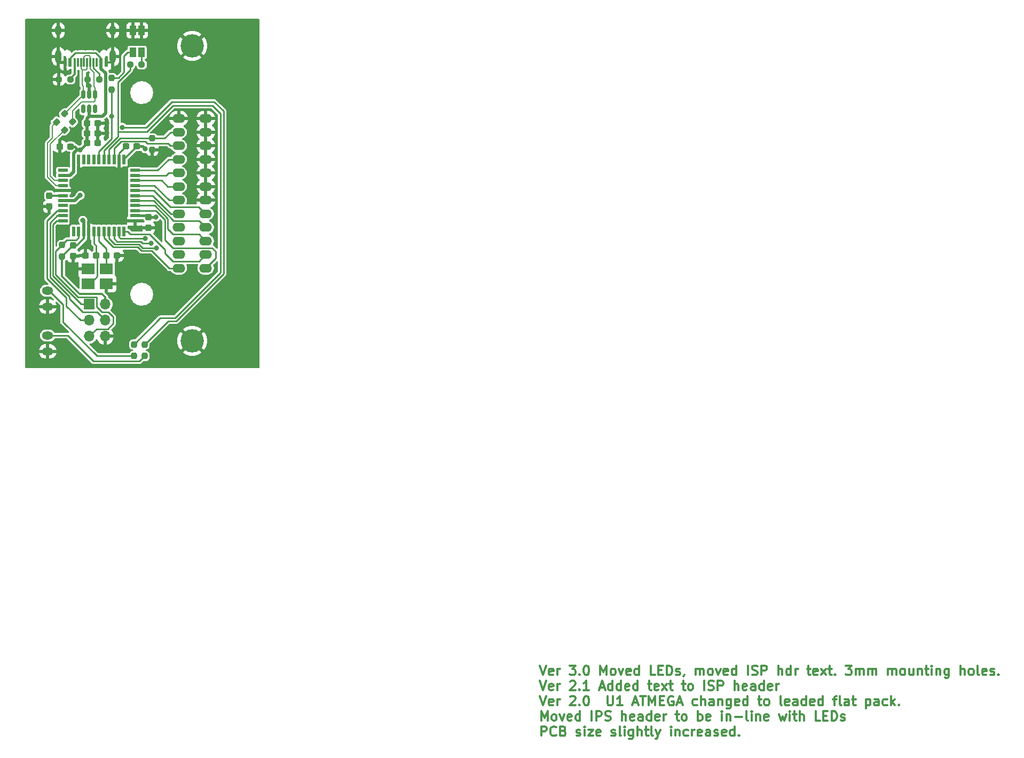
<source format=gtl>
%TF.GenerationSoftware,KiCad,Pcbnew,8.0.5*%
%TF.CreationDate,2024-11-08T10:10:06+13:00*%
%TF.ProjectId,usb_gpib_v3,7573625f-6770-4696-925f-76332e6b6963,C*%
%TF.SameCoordinates,Original*%
%TF.FileFunction,Copper,L1,Top*%
%TF.FilePolarity,Positive*%
%FSLAX46Y46*%
G04 Gerber Fmt 4.6, Leading zero omitted, Abs format (unit mm)*
G04 Created by KiCad (PCBNEW 8.0.5) date 2024-11-08 10:10:06*
%MOMM*%
%LPD*%
G01*
G04 APERTURE LIST*
G04 Aperture macros list*
%AMRoundRect*
0 Rectangle with rounded corners*
0 $1 Rounding radius*
0 $2 $3 $4 $5 $6 $7 $8 $9 X,Y pos of 4 corners*
0 Add a 4 corners polygon primitive as box body*
4,1,4,$2,$3,$4,$5,$6,$7,$8,$9,$2,$3,0*
0 Add four circle primitives for the rounded corners*
1,1,$1+$1,$2,$3*
1,1,$1+$1,$4,$5*
1,1,$1+$1,$6,$7*
1,1,$1+$1,$8,$9*
0 Add four rect primitives between the rounded corners*
20,1,$1+$1,$2,$3,$4,$5,0*
20,1,$1+$1,$4,$5,$6,$7,0*
20,1,$1+$1,$6,$7,$8,$9,0*
20,1,$1+$1,$8,$9,$2,$3,0*%
G04 Aperture macros list end*
%ADD10C,0.300000*%
%TA.AperFunction,NonConductor*%
%ADD11C,0.300000*%
%TD*%
%TA.AperFunction,SMDPad,CuDef*%
%ADD12RoundRect,0.237500X-0.300000X-0.237500X0.300000X-0.237500X0.300000X0.237500X-0.300000X0.237500X0*%
%TD*%
%TA.AperFunction,SMDPad,CuDef*%
%ADD13RoundRect,0.237500X-0.237500X0.250000X-0.237500X-0.250000X0.237500X-0.250000X0.237500X0.250000X0*%
%TD*%
%TA.AperFunction,SMDPad,CuDef*%
%ADD14RoundRect,0.237500X0.300000X0.237500X-0.300000X0.237500X-0.300000X-0.237500X0.300000X-0.237500X0*%
%TD*%
%TA.AperFunction,SMDPad,CuDef*%
%ADD15RoundRect,0.237500X0.250000X0.237500X-0.250000X0.237500X-0.250000X-0.237500X0.250000X-0.237500X0*%
%TD*%
%TA.AperFunction,SMDPad,CuDef*%
%ADD16RoundRect,0.237500X0.008839X0.344715X-0.344715X-0.008839X-0.008839X-0.344715X0.344715X0.008839X0*%
%TD*%
%TA.AperFunction,SMDPad,CuDef*%
%ADD17R,1.500000X0.550000*%
%TD*%
%TA.AperFunction,SMDPad,CuDef*%
%ADD18R,0.550000X1.500000*%
%TD*%
%TA.AperFunction,ComponentPad*%
%ADD19O,1.800000X1.300000*%
%TD*%
%TA.AperFunction,SMDPad,CuDef*%
%ADD20RoundRect,0.237500X-0.250000X-0.237500X0.250000X-0.237500X0.250000X0.237500X-0.250000X0.237500X0*%
%TD*%
%TA.AperFunction,SMDPad,CuDef*%
%ADD21R,0.600000X1.450000*%
%TD*%
%TA.AperFunction,SMDPad,CuDef*%
%ADD22R,0.300000X1.450000*%
%TD*%
%TA.AperFunction,ComponentPad*%
%ADD23O,1.000000X2.100000*%
%TD*%
%TA.AperFunction,ComponentPad*%
%ADD24O,1.000000X1.600000*%
%TD*%
%TA.AperFunction,ComponentPad*%
%ADD25O,2.000000X1.400000*%
%TD*%
%TA.AperFunction,ComponentPad*%
%ADD26C,3.700000*%
%TD*%
%TA.AperFunction,SMDPad,CuDef*%
%ADD27RoundRect,0.237500X-0.237500X0.300000X-0.237500X-0.300000X0.237500X-0.300000X0.237500X0.300000X0*%
%TD*%
%TA.AperFunction,SMDPad,CuDef*%
%ADD28R,0.990600X1.500000*%
%TD*%
%TA.AperFunction,SMDPad,CuDef*%
%ADD29RoundRect,0.150000X-0.150000X0.512500X-0.150000X-0.512500X0.150000X-0.512500X0.150000X0.512500X0*%
%TD*%
%TA.AperFunction,SMDPad,CuDef*%
%ADD30R,2.100000X1.800000*%
%TD*%
%TA.AperFunction,ComponentPad*%
%ADD31R,1.700000X1.700000*%
%TD*%
%TA.AperFunction,ComponentPad*%
%ADD32O,1.700000X1.700000*%
%TD*%
%TA.AperFunction,SMDPad,CuDef*%
%ADD33RoundRect,0.237500X0.237500X-0.250000X0.237500X0.250000X-0.237500X0.250000X-0.237500X-0.250000X0*%
%TD*%
%TA.AperFunction,ViaPad*%
%ADD34C,0.800000*%
%TD*%
%TA.AperFunction,Conductor*%
%ADD35C,0.300000*%
%TD*%
%TA.AperFunction,Conductor*%
%ADD36C,0.250000*%
%TD*%
%TA.AperFunction,Conductor*%
%ADD37C,0.200000*%
%TD*%
%TA.AperFunction,Conductor*%
%ADD38C,0.500000*%
%TD*%
%TA.AperFunction,Conductor*%
%ADD39C,0.400000*%
%TD*%
G04 APERTURE END LIST*
D10*
D11*
X178140225Y-166941496D02*
X178640225Y-168441496D01*
X178640225Y-168441496D02*
X179140225Y-166941496D01*
X180211653Y-168370068D02*
X180068796Y-168441496D01*
X180068796Y-168441496D02*
X179783082Y-168441496D01*
X179783082Y-168441496D02*
X179640224Y-168370068D01*
X179640224Y-168370068D02*
X179568796Y-168227210D01*
X179568796Y-168227210D02*
X179568796Y-167655782D01*
X179568796Y-167655782D02*
X179640224Y-167512925D01*
X179640224Y-167512925D02*
X179783082Y-167441496D01*
X179783082Y-167441496D02*
X180068796Y-167441496D01*
X180068796Y-167441496D02*
X180211653Y-167512925D01*
X180211653Y-167512925D02*
X180283082Y-167655782D01*
X180283082Y-167655782D02*
X180283082Y-167798639D01*
X180283082Y-167798639D02*
X179568796Y-167941496D01*
X180925938Y-168441496D02*
X180925938Y-167441496D01*
X180925938Y-167727210D02*
X180997367Y-167584353D01*
X180997367Y-167584353D02*
X181068796Y-167512925D01*
X181068796Y-167512925D02*
X181211653Y-167441496D01*
X181211653Y-167441496D02*
X181354510Y-167441496D01*
X182854509Y-166941496D02*
X183783081Y-166941496D01*
X183783081Y-166941496D02*
X183283081Y-167512925D01*
X183283081Y-167512925D02*
X183497366Y-167512925D01*
X183497366Y-167512925D02*
X183640224Y-167584353D01*
X183640224Y-167584353D02*
X183711652Y-167655782D01*
X183711652Y-167655782D02*
X183783081Y-167798639D01*
X183783081Y-167798639D02*
X183783081Y-168155782D01*
X183783081Y-168155782D02*
X183711652Y-168298639D01*
X183711652Y-168298639D02*
X183640224Y-168370068D01*
X183640224Y-168370068D02*
X183497366Y-168441496D01*
X183497366Y-168441496D02*
X183068795Y-168441496D01*
X183068795Y-168441496D02*
X182925938Y-168370068D01*
X182925938Y-168370068D02*
X182854509Y-168298639D01*
X184425937Y-168298639D02*
X184497366Y-168370068D01*
X184497366Y-168370068D02*
X184425937Y-168441496D01*
X184425937Y-168441496D02*
X184354509Y-168370068D01*
X184354509Y-168370068D02*
X184425937Y-168298639D01*
X184425937Y-168298639D02*
X184425937Y-168441496D01*
X185425938Y-166941496D02*
X185568795Y-166941496D01*
X185568795Y-166941496D02*
X185711652Y-167012925D01*
X185711652Y-167012925D02*
X185783081Y-167084353D01*
X185783081Y-167084353D02*
X185854509Y-167227210D01*
X185854509Y-167227210D02*
X185925938Y-167512925D01*
X185925938Y-167512925D02*
X185925938Y-167870068D01*
X185925938Y-167870068D02*
X185854509Y-168155782D01*
X185854509Y-168155782D02*
X185783081Y-168298639D01*
X185783081Y-168298639D02*
X185711652Y-168370068D01*
X185711652Y-168370068D02*
X185568795Y-168441496D01*
X185568795Y-168441496D02*
X185425938Y-168441496D01*
X185425938Y-168441496D02*
X185283081Y-168370068D01*
X185283081Y-168370068D02*
X185211652Y-168298639D01*
X185211652Y-168298639D02*
X185140223Y-168155782D01*
X185140223Y-168155782D02*
X185068795Y-167870068D01*
X185068795Y-167870068D02*
X185068795Y-167512925D01*
X185068795Y-167512925D02*
X185140223Y-167227210D01*
X185140223Y-167227210D02*
X185211652Y-167084353D01*
X185211652Y-167084353D02*
X185283081Y-167012925D01*
X185283081Y-167012925D02*
X185425938Y-166941496D01*
X187711651Y-168441496D02*
X187711651Y-166941496D01*
X187711651Y-166941496D02*
X188211651Y-168012925D01*
X188211651Y-168012925D02*
X188711651Y-166941496D01*
X188711651Y-166941496D02*
X188711651Y-168441496D01*
X189640223Y-168441496D02*
X189497366Y-168370068D01*
X189497366Y-168370068D02*
X189425937Y-168298639D01*
X189425937Y-168298639D02*
X189354509Y-168155782D01*
X189354509Y-168155782D02*
X189354509Y-167727210D01*
X189354509Y-167727210D02*
X189425937Y-167584353D01*
X189425937Y-167584353D02*
X189497366Y-167512925D01*
X189497366Y-167512925D02*
X189640223Y-167441496D01*
X189640223Y-167441496D02*
X189854509Y-167441496D01*
X189854509Y-167441496D02*
X189997366Y-167512925D01*
X189997366Y-167512925D02*
X190068795Y-167584353D01*
X190068795Y-167584353D02*
X190140223Y-167727210D01*
X190140223Y-167727210D02*
X190140223Y-168155782D01*
X190140223Y-168155782D02*
X190068795Y-168298639D01*
X190068795Y-168298639D02*
X189997366Y-168370068D01*
X189997366Y-168370068D02*
X189854509Y-168441496D01*
X189854509Y-168441496D02*
X189640223Y-168441496D01*
X190640223Y-167441496D02*
X190997366Y-168441496D01*
X190997366Y-168441496D02*
X191354509Y-167441496D01*
X192497366Y-168370068D02*
X192354509Y-168441496D01*
X192354509Y-168441496D02*
X192068795Y-168441496D01*
X192068795Y-168441496D02*
X191925937Y-168370068D01*
X191925937Y-168370068D02*
X191854509Y-168227210D01*
X191854509Y-168227210D02*
X191854509Y-167655782D01*
X191854509Y-167655782D02*
X191925937Y-167512925D01*
X191925937Y-167512925D02*
X192068795Y-167441496D01*
X192068795Y-167441496D02*
X192354509Y-167441496D01*
X192354509Y-167441496D02*
X192497366Y-167512925D01*
X192497366Y-167512925D02*
X192568795Y-167655782D01*
X192568795Y-167655782D02*
X192568795Y-167798639D01*
X192568795Y-167798639D02*
X191854509Y-167941496D01*
X193854509Y-168441496D02*
X193854509Y-166941496D01*
X193854509Y-168370068D02*
X193711651Y-168441496D01*
X193711651Y-168441496D02*
X193425937Y-168441496D01*
X193425937Y-168441496D02*
X193283080Y-168370068D01*
X193283080Y-168370068D02*
X193211651Y-168298639D01*
X193211651Y-168298639D02*
X193140223Y-168155782D01*
X193140223Y-168155782D02*
X193140223Y-167727210D01*
X193140223Y-167727210D02*
X193211651Y-167584353D01*
X193211651Y-167584353D02*
X193283080Y-167512925D01*
X193283080Y-167512925D02*
X193425937Y-167441496D01*
X193425937Y-167441496D02*
X193711651Y-167441496D01*
X193711651Y-167441496D02*
X193854509Y-167512925D01*
X196425937Y-168441496D02*
X195711651Y-168441496D01*
X195711651Y-168441496D02*
X195711651Y-166941496D01*
X196925937Y-167655782D02*
X197425937Y-167655782D01*
X197640223Y-168441496D02*
X196925937Y-168441496D01*
X196925937Y-168441496D02*
X196925937Y-166941496D01*
X196925937Y-166941496D02*
X197640223Y-166941496D01*
X198283080Y-168441496D02*
X198283080Y-166941496D01*
X198283080Y-166941496D02*
X198640223Y-166941496D01*
X198640223Y-166941496D02*
X198854509Y-167012925D01*
X198854509Y-167012925D02*
X198997366Y-167155782D01*
X198997366Y-167155782D02*
X199068795Y-167298639D01*
X199068795Y-167298639D02*
X199140223Y-167584353D01*
X199140223Y-167584353D02*
X199140223Y-167798639D01*
X199140223Y-167798639D02*
X199068795Y-168084353D01*
X199068795Y-168084353D02*
X198997366Y-168227210D01*
X198997366Y-168227210D02*
X198854509Y-168370068D01*
X198854509Y-168370068D02*
X198640223Y-168441496D01*
X198640223Y-168441496D02*
X198283080Y-168441496D01*
X199711652Y-168370068D02*
X199854509Y-168441496D01*
X199854509Y-168441496D02*
X200140223Y-168441496D01*
X200140223Y-168441496D02*
X200283080Y-168370068D01*
X200283080Y-168370068D02*
X200354509Y-168227210D01*
X200354509Y-168227210D02*
X200354509Y-168155782D01*
X200354509Y-168155782D02*
X200283080Y-168012925D01*
X200283080Y-168012925D02*
X200140223Y-167941496D01*
X200140223Y-167941496D02*
X199925938Y-167941496D01*
X199925938Y-167941496D02*
X199783080Y-167870068D01*
X199783080Y-167870068D02*
X199711652Y-167727210D01*
X199711652Y-167727210D02*
X199711652Y-167655782D01*
X199711652Y-167655782D02*
X199783080Y-167512925D01*
X199783080Y-167512925D02*
X199925938Y-167441496D01*
X199925938Y-167441496D02*
X200140223Y-167441496D01*
X200140223Y-167441496D02*
X200283080Y-167512925D01*
X201068795Y-168370068D02*
X201068795Y-168441496D01*
X201068795Y-168441496D02*
X200997366Y-168584353D01*
X200997366Y-168584353D02*
X200925938Y-168655782D01*
X202854509Y-168441496D02*
X202854509Y-167441496D01*
X202854509Y-167584353D02*
X202925938Y-167512925D01*
X202925938Y-167512925D02*
X203068795Y-167441496D01*
X203068795Y-167441496D02*
X203283081Y-167441496D01*
X203283081Y-167441496D02*
X203425938Y-167512925D01*
X203425938Y-167512925D02*
X203497367Y-167655782D01*
X203497367Y-167655782D02*
X203497367Y-168441496D01*
X203497367Y-167655782D02*
X203568795Y-167512925D01*
X203568795Y-167512925D02*
X203711652Y-167441496D01*
X203711652Y-167441496D02*
X203925938Y-167441496D01*
X203925938Y-167441496D02*
X204068795Y-167512925D01*
X204068795Y-167512925D02*
X204140224Y-167655782D01*
X204140224Y-167655782D02*
X204140224Y-168441496D01*
X205068795Y-168441496D02*
X204925938Y-168370068D01*
X204925938Y-168370068D02*
X204854509Y-168298639D01*
X204854509Y-168298639D02*
X204783081Y-168155782D01*
X204783081Y-168155782D02*
X204783081Y-167727210D01*
X204783081Y-167727210D02*
X204854509Y-167584353D01*
X204854509Y-167584353D02*
X204925938Y-167512925D01*
X204925938Y-167512925D02*
X205068795Y-167441496D01*
X205068795Y-167441496D02*
X205283081Y-167441496D01*
X205283081Y-167441496D02*
X205425938Y-167512925D01*
X205425938Y-167512925D02*
X205497367Y-167584353D01*
X205497367Y-167584353D02*
X205568795Y-167727210D01*
X205568795Y-167727210D02*
X205568795Y-168155782D01*
X205568795Y-168155782D02*
X205497367Y-168298639D01*
X205497367Y-168298639D02*
X205425938Y-168370068D01*
X205425938Y-168370068D02*
X205283081Y-168441496D01*
X205283081Y-168441496D02*
X205068795Y-168441496D01*
X206068795Y-167441496D02*
X206425938Y-168441496D01*
X206425938Y-168441496D02*
X206783081Y-167441496D01*
X207925938Y-168370068D02*
X207783081Y-168441496D01*
X207783081Y-168441496D02*
X207497367Y-168441496D01*
X207497367Y-168441496D02*
X207354509Y-168370068D01*
X207354509Y-168370068D02*
X207283081Y-168227210D01*
X207283081Y-168227210D02*
X207283081Y-167655782D01*
X207283081Y-167655782D02*
X207354509Y-167512925D01*
X207354509Y-167512925D02*
X207497367Y-167441496D01*
X207497367Y-167441496D02*
X207783081Y-167441496D01*
X207783081Y-167441496D02*
X207925938Y-167512925D01*
X207925938Y-167512925D02*
X207997367Y-167655782D01*
X207997367Y-167655782D02*
X207997367Y-167798639D01*
X207997367Y-167798639D02*
X207283081Y-167941496D01*
X209283081Y-168441496D02*
X209283081Y-166941496D01*
X209283081Y-168370068D02*
X209140223Y-168441496D01*
X209140223Y-168441496D02*
X208854509Y-168441496D01*
X208854509Y-168441496D02*
X208711652Y-168370068D01*
X208711652Y-168370068D02*
X208640223Y-168298639D01*
X208640223Y-168298639D02*
X208568795Y-168155782D01*
X208568795Y-168155782D02*
X208568795Y-167727210D01*
X208568795Y-167727210D02*
X208640223Y-167584353D01*
X208640223Y-167584353D02*
X208711652Y-167512925D01*
X208711652Y-167512925D02*
X208854509Y-167441496D01*
X208854509Y-167441496D02*
X209140223Y-167441496D01*
X209140223Y-167441496D02*
X209283081Y-167512925D01*
X211140223Y-168441496D02*
X211140223Y-166941496D01*
X211783081Y-168370068D02*
X211997367Y-168441496D01*
X211997367Y-168441496D02*
X212354509Y-168441496D01*
X212354509Y-168441496D02*
X212497367Y-168370068D01*
X212497367Y-168370068D02*
X212568795Y-168298639D01*
X212568795Y-168298639D02*
X212640224Y-168155782D01*
X212640224Y-168155782D02*
X212640224Y-168012925D01*
X212640224Y-168012925D02*
X212568795Y-167870068D01*
X212568795Y-167870068D02*
X212497367Y-167798639D01*
X212497367Y-167798639D02*
X212354509Y-167727210D01*
X212354509Y-167727210D02*
X212068795Y-167655782D01*
X212068795Y-167655782D02*
X211925938Y-167584353D01*
X211925938Y-167584353D02*
X211854509Y-167512925D01*
X211854509Y-167512925D02*
X211783081Y-167370068D01*
X211783081Y-167370068D02*
X211783081Y-167227210D01*
X211783081Y-167227210D02*
X211854509Y-167084353D01*
X211854509Y-167084353D02*
X211925938Y-167012925D01*
X211925938Y-167012925D02*
X212068795Y-166941496D01*
X212068795Y-166941496D02*
X212425938Y-166941496D01*
X212425938Y-166941496D02*
X212640224Y-167012925D01*
X213283080Y-168441496D02*
X213283080Y-166941496D01*
X213283080Y-166941496D02*
X213854509Y-166941496D01*
X213854509Y-166941496D02*
X213997366Y-167012925D01*
X213997366Y-167012925D02*
X214068795Y-167084353D01*
X214068795Y-167084353D02*
X214140223Y-167227210D01*
X214140223Y-167227210D02*
X214140223Y-167441496D01*
X214140223Y-167441496D02*
X214068795Y-167584353D01*
X214068795Y-167584353D02*
X213997366Y-167655782D01*
X213997366Y-167655782D02*
X213854509Y-167727210D01*
X213854509Y-167727210D02*
X213283080Y-167727210D01*
X215925937Y-168441496D02*
X215925937Y-166941496D01*
X216568795Y-168441496D02*
X216568795Y-167655782D01*
X216568795Y-167655782D02*
X216497366Y-167512925D01*
X216497366Y-167512925D02*
X216354509Y-167441496D01*
X216354509Y-167441496D02*
X216140223Y-167441496D01*
X216140223Y-167441496D02*
X215997366Y-167512925D01*
X215997366Y-167512925D02*
X215925937Y-167584353D01*
X217925938Y-168441496D02*
X217925938Y-166941496D01*
X217925938Y-168370068D02*
X217783080Y-168441496D01*
X217783080Y-168441496D02*
X217497366Y-168441496D01*
X217497366Y-168441496D02*
X217354509Y-168370068D01*
X217354509Y-168370068D02*
X217283080Y-168298639D01*
X217283080Y-168298639D02*
X217211652Y-168155782D01*
X217211652Y-168155782D02*
X217211652Y-167727210D01*
X217211652Y-167727210D02*
X217283080Y-167584353D01*
X217283080Y-167584353D02*
X217354509Y-167512925D01*
X217354509Y-167512925D02*
X217497366Y-167441496D01*
X217497366Y-167441496D02*
X217783080Y-167441496D01*
X217783080Y-167441496D02*
X217925938Y-167512925D01*
X218640223Y-168441496D02*
X218640223Y-167441496D01*
X218640223Y-167727210D02*
X218711652Y-167584353D01*
X218711652Y-167584353D02*
X218783081Y-167512925D01*
X218783081Y-167512925D02*
X218925938Y-167441496D01*
X218925938Y-167441496D02*
X219068795Y-167441496D01*
X220497366Y-167441496D02*
X221068794Y-167441496D01*
X220711651Y-166941496D02*
X220711651Y-168227210D01*
X220711651Y-168227210D02*
X220783080Y-168370068D01*
X220783080Y-168370068D02*
X220925937Y-168441496D01*
X220925937Y-168441496D02*
X221068794Y-168441496D01*
X222140223Y-168370068D02*
X221997366Y-168441496D01*
X221997366Y-168441496D02*
X221711652Y-168441496D01*
X221711652Y-168441496D02*
X221568794Y-168370068D01*
X221568794Y-168370068D02*
X221497366Y-168227210D01*
X221497366Y-168227210D02*
X221497366Y-167655782D01*
X221497366Y-167655782D02*
X221568794Y-167512925D01*
X221568794Y-167512925D02*
X221711652Y-167441496D01*
X221711652Y-167441496D02*
X221997366Y-167441496D01*
X221997366Y-167441496D02*
X222140223Y-167512925D01*
X222140223Y-167512925D02*
X222211652Y-167655782D01*
X222211652Y-167655782D02*
X222211652Y-167798639D01*
X222211652Y-167798639D02*
X221497366Y-167941496D01*
X222711651Y-168441496D02*
X223497366Y-167441496D01*
X222711651Y-167441496D02*
X223497366Y-168441496D01*
X223854509Y-167441496D02*
X224425937Y-167441496D01*
X224068794Y-166941496D02*
X224068794Y-168227210D01*
X224068794Y-168227210D02*
X224140223Y-168370068D01*
X224140223Y-168370068D02*
X224283080Y-168441496D01*
X224283080Y-168441496D02*
X224425937Y-168441496D01*
X224925937Y-168298639D02*
X224997366Y-168370068D01*
X224997366Y-168370068D02*
X224925937Y-168441496D01*
X224925937Y-168441496D02*
X224854509Y-168370068D01*
X224854509Y-168370068D02*
X224925937Y-168298639D01*
X224925937Y-168298639D02*
X224925937Y-168441496D01*
X226640223Y-166941496D02*
X227568795Y-166941496D01*
X227568795Y-166941496D02*
X227068795Y-167512925D01*
X227068795Y-167512925D02*
X227283080Y-167512925D01*
X227283080Y-167512925D02*
X227425938Y-167584353D01*
X227425938Y-167584353D02*
X227497366Y-167655782D01*
X227497366Y-167655782D02*
X227568795Y-167798639D01*
X227568795Y-167798639D02*
X227568795Y-168155782D01*
X227568795Y-168155782D02*
X227497366Y-168298639D01*
X227497366Y-168298639D02*
X227425938Y-168370068D01*
X227425938Y-168370068D02*
X227283080Y-168441496D01*
X227283080Y-168441496D02*
X226854509Y-168441496D01*
X226854509Y-168441496D02*
X226711652Y-168370068D01*
X226711652Y-168370068D02*
X226640223Y-168298639D01*
X228211651Y-168441496D02*
X228211651Y-167441496D01*
X228211651Y-167584353D02*
X228283080Y-167512925D01*
X228283080Y-167512925D02*
X228425937Y-167441496D01*
X228425937Y-167441496D02*
X228640223Y-167441496D01*
X228640223Y-167441496D02*
X228783080Y-167512925D01*
X228783080Y-167512925D02*
X228854509Y-167655782D01*
X228854509Y-167655782D02*
X228854509Y-168441496D01*
X228854509Y-167655782D02*
X228925937Y-167512925D01*
X228925937Y-167512925D02*
X229068794Y-167441496D01*
X229068794Y-167441496D02*
X229283080Y-167441496D01*
X229283080Y-167441496D02*
X229425937Y-167512925D01*
X229425937Y-167512925D02*
X229497366Y-167655782D01*
X229497366Y-167655782D02*
X229497366Y-168441496D01*
X230211651Y-168441496D02*
X230211651Y-167441496D01*
X230211651Y-167584353D02*
X230283080Y-167512925D01*
X230283080Y-167512925D02*
X230425937Y-167441496D01*
X230425937Y-167441496D02*
X230640223Y-167441496D01*
X230640223Y-167441496D02*
X230783080Y-167512925D01*
X230783080Y-167512925D02*
X230854509Y-167655782D01*
X230854509Y-167655782D02*
X230854509Y-168441496D01*
X230854509Y-167655782D02*
X230925937Y-167512925D01*
X230925937Y-167512925D02*
X231068794Y-167441496D01*
X231068794Y-167441496D02*
X231283080Y-167441496D01*
X231283080Y-167441496D02*
X231425937Y-167512925D01*
X231425937Y-167512925D02*
X231497366Y-167655782D01*
X231497366Y-167655782D02*
X231497366Y-168441496D01*
X233354508Y-168441496D02*
X233354508Y-167441496D01*
X233354508Y-167584353D02*
X233425937Y-167512925D01*
X233425937Y-167512925D02*
X233568794Y-167441496D01*
X233568794Y-167441496D02*
X233783080Y-167441496D01*
X233783080Y-167441496D02*
X233925937Y-167512925D01*
X233925937Y-167512925D02*
X233997366Y-167655782D01*
X233997366Y-167655782D02*
X233997366Y-168441496D01*
X233997366Y-167655782D02*
X234068794Y-167512925D01*
X234068794Y-167512925D02*
X234211651Y-167441496D01*
X234211651Y-167441496D02*
X234425937Y-167441496D01*
X234425937Y-167441496D02*
X234568794Y-167512925D01*
X234568794Y-167512925D02*
X234640223Y-167655782D01*
X234640223Y-167655782D02*
X234640223Y-168441496D01*
X235568794Y-168441496D02*
X235425937Y-168370068D01*
X235425937Y-168370068D02*
X235354508Y-168298639D01*
X235354508Y-168298639D02*
X235283080Y-168155782D01*
X235283080Y-168155782D02*
X235283080Y-167727210D01*
X235283080Y-167727210D02*
X235354508Y-167584353D01*
X235354508Y-167584353D02*
X235425937Y-167512925D01*
X235425937Y-167512925D02*
X235568794Y-167441496D01*
X235568794Y-167441496D02*
X235783080Y-167441496D01*
X235783080Y-167441496D02*
X235925937Y-167512925D01*
X235925937Y-167512925D02*
X235997366Y-167584353D01*
X235997366Y-167584353D02*
X236068794Y-167727210D01*
X236068794Y-167727210D02*
X236068794Y-168155782D01*
X236068794Y-168155782D02*
X235997366Y-168298639D01*
X235997366Y-168298639D02*
X235925937Y-168370068D01*
X235925937Y-168370068D02*
X235783080Y-168441496D01*
X235783080Y-168441496D02*
X235568794Y-168441496D01*
X237354509Y-167441496D02*
X237354509Y-168441496D01*
X236711651Y-167441496D02*
X236711651Y-168227210D01*
X236711651Y-168227210D02*
X236783080Y-168370068D01*
X236783080Y-168370068D02*
X236925937Y-168441496D01*
X236925937Y-168441496D02*
X237140223Y-168441496D01*
X237140223Y-168441496D02*
X237283080Y-168370068D01*
X237283080Y-168370068D02*
X237354509Y-168298639D01*
X238068794Y-167441496D02*
X238068794Y-168441496D01*
X238068794Y-167584353D02*
X238140223Y-167512925D01*
X238140223Y-167512925D02*
X238283080Y-167441496D01*
X238283080Y-167441496D02*
X238497366Y-167441496D01*
X238497366Y-167441496D02*
X238640223Y-167512925D01*
X238640223Y-167512925D02*
X238711652Y-167655782D01*
X238711652Y-167655782D02*
X238711652Y-168441496D01*
X239211652Y-167441496D02*
X239783080Y-167441496D01*
X239425937Y-166941496D02*
X239425937Y-168227210D01*
X239425937Y-168227210D02*
X239497366Y-168370068D01*
X239497366Y-168370068D02*
X239640223Y-168441496D01*
X239640223Y-168441496D02*
X239783080Y-168441496D01*
X240283080Y-168441496D02*
X240283080Y-167441496D01*
X240283080Y-166941496D02*
X240211652Y-167012925D01*
X240211652Y-167012925D02*
X240283080Y-167084353D01*
X240283080Y-167084353D02*
X240354509Y-167012925D01*
X240354509Y-167012925D02*
X240283080Y-166941496D01*
X240283080Y-166941496D02*
X240283080Y-167084353D01*
X240997366Y-167441496D02*
X240997366Y-168441496D01*
X240997366Y-167584353D02*
X241068795Y-167512925D01*
X241068795Y-167512925D02*
X241211652Y-167441496D01*
X241211652Y-167441496D02*
X241425938Y-167441496D01*
X241425938Y-167441496D02*
X241568795Y-167512925D01*
X241568795Y-167512925D02*
X241640224Y-167655782D01*
X241640224Y-167655782D02*
X241640224Y-168441496D01*
X242997367Y-167441496D02*
X242997367Y-168655782D01*
X242997367Y-168655782D02*
X242925938Y-168798639D01*
X242925938Y-168798639D02*
X242854509Y-168870068D01*
X242854509Y-168870068D02*
X242711652Y-168941496D01*
X242711652Y-168941496D02*
X242497367Y-168941496D01*
X242497367Y-168941496D02*
X242354509Y-168870068D01*
X242997367Y-168370068D02*
X242854509Y-168441496D01*
X242854509Y-168441496D02*
X242568795Y-168441496D01*
X242568795Y-168441496D02*
X242425938Y-168370068D01*
X242425938Y-168370068D02*
X242354509Y-168298639D01*
X242354509Y-168298639D02*
X242283081Y-168155782D01*
X242283081Y-168155782D02*
X242283081Y-167727210D01*
X242283081Y-167727210D02*
X242354509Y-167584353D01*
X242354509Y-167584353D02*
X242425938Y-167512925D01*
X242425938Y-167512925D02*
X242568795Y-167441496D01*
X242568795Y-167441496D02*
X242854509Y-167441496D01*
X242854509Y-167441496D02*
X242997367Y-167512925D01*
X244854509Y-168441496D02*
X244854509Y-166941496D01*
X245497367Y-168441496D02*
X245497367Y-167655782D01*
X245497367Y-167655782D02*
X245425938Y-167512925D01*
X245425938Y-167512925D02*
X245283081Y-167441496D01*
X245283081Y-167441496D02*
X245068795Y-167441496D01*
X245068795Y-167441496D02*
X244925938Y-167512925D01*
X244925938Y-167512925D02*
X244854509Y-167584353D01*
X246425938Y-168441496D02*
X246283081Y-168370068D01*
X246283081Y-168370068D02*
X246211652Y-168298639D01*
X246211652Y-168298639D02*
X246140224Y-168155782D01*
X246140224Y-168155782D02*
X246140224Y-167727210D01*
X246140224Y-167727210D02*
X246211652Y-167584353D01*
X246211652Y-167584353D02*
X246283081Y-167512925D01*
X246283081Y-167512925D02*
X246425938Y-167441496D01*
X246425938Y-167441496D02*
X246640224Y-167441496D01*
X246640224Y-167441496D02*
X246783081Y-167512925D01*
X246783081Y-167512925D02*
X246854510Y-167584353D01*
X246854510Y-167584353D02*
X246925938Y-167727210D01*
X246925938Y-167727210D02*
X246925938Y-168155782D01*
X246925938Y-168155782D02*
X246854510Y-168298639D01*
X246854510Y-168298639D02*
X246783081Y-168370068D01*
X246783081Y-168370068D02*
X246640224Y-168441496D01*
X246640224Y-168441496D02*
X246425938Y-168441496D01*
X247783081Y-168441496D02*
X247640224Y-168370068D01*
X247640224Y-168370068D02*
X247568795Y-168227210D01*
X247568795Y-168227210D02*
X247568795Y-166941496D01*
X248925938Y-168370068D02*
X248783081Y-168441496D01*
X248783081Y-168441496D02*
X248497367Y-168441496D01*
X248497367Y-168441496D02*
X248354509Y-168370068D01*
X248354509Y-168370068D02*
X248283081Y-168227210D01*
X248283081Y-168227210D02*
X248283081Y-167655782D01*
X248283081Y-167655782D02*
X248354509Y-167512925D01*
X248354509Y-167512925D02*
X248497367Y-167441496D01*
X248497367Y-167441496D02*
X248783081Y-167441496D01*
X248783081Y-167441496D02*
X248925938Y-167512925D01*
X248925938Y-167512925D02*
X248997367Y-167655782D01*
X248997367Y-167655782D02*
X248997367Y-167798639D01*
X248997367Y-167798639D02*
X248283081Y-167941496D01*
X249568795Y-168370068D02*
X249711652Y-168441496D01*
X249711652Y-168441496D02*
X249997366Y-168441496D01*
X249997366Y-168441496D02*
X250140223Y-168370068D01*
X250140223Y-168370068D02*
X250211652Y-168227210D01*
X250211652Y-168227210D02*
X250211652Y-168155782D01*
X250211652Y-168155782D02*
X250140223Y-168012925D01*
X250140223Y-168012925D02*
X249997366Y-167941496D01*
X249997366Y-167941496D02*
X249783081Y-167941496D01*
X249783081Y-167941496D02*
X249640223Y-167870068D01*
X249640223Y-167870068D02*
X249568795Y-167727210D01*
X249568795Y-167727210D02*
X249568795Y-167655782D01*
X249568795Y-167655782D02*
X249640223Y-167512925D01*
X249640223Y-167512925D02*
X249783081Y-167441496D01*
X249783081Y-167441496D02*
X249997366Y-167441496D01*
X249997366Y-167441496D02*
X250140223Y-167512925D01*
X250854509Y-168298639D02*
X250925938Y-168370068D01*
X250925938Y-168370068D02*
X250854509Y-168441496D01*
X250854509Y-168441496D02*
X250783081Y-168370068D01*
X250783081Y-168370068D02*
X250854509Y-168298639D01*
X250854509Y-168298639D02*
X250854509Y-168441496D01*
X178140225Y-169356412D02*
X178640225Y-170856412D01*
X178640225Y-170856412D02*
X179140225Y-169356412D01*
X180211653Y-170784984D02*
X180068796Y-170856412D01*
X180068796Y-170856412D02*
X179783082Y-170856412D01*
X179783082Y-170856412D02*
X179640224Y-170784984D01*
X179640224Y-170784984D02*
X179568796Y-170642126D01*
X179568796Y-170642126D02*
X179568796Y-170070698D01*
X179568796Y-170070698D02*
X179640224Y-169927841D01*
X179640224Y-169927841D02*
X179783082Y-169856412D01*
X179783082Y-169856412D02*
X180068796Y-169856412D01*
X180068796Y-169856412D02*
X180211653Y-169927841D01*
X180211653Y-169927841D02*
X180283082Y-170070698D01*
X180283082Y-170070698D02*
X180283082Y-170213555D01*
X180283082Y-170213555D02*
X179568796Y-170356412D01*
X180925938Y-170856412D02*
X180925938Y-169856412D01*
X180925938Y-170142126D02*
X180997367Y-169999269D01*
X180997367Y-169999269D02*
X181068796Y-169927841D01*
X181068796Y-169927841D02*
X181211653Y-169856412D01*
X181211653Y-169856412D02*
X181354510Y-169856412D01*
X182925938Y-169499269D02*
X182997366Y-169427841D01*
X182997366Y-169427841D02*
X183140224Y-169356412D01*
X183140224Y-169356412D02*
X183497366Y-169356412D01*
X183497366Y-169356412D02*
X183640224Y-169427841D01*
X183640224Y-169427841D02*
X183711652Y-169499269D01*
X183711652Y-169499269D02*
X183783081Y-169642126D01*
X183783081Y-169642126D02*
X183783081Y-169784984D01*
X183783081Y-169784984D02*
X183711652Y-169999269D01*
X183711652Y-169999269D02*
X182854509Y-170856412D01*
X182854509Y-170856412D02*
X183783081Y-170856412D01*
X184425937Y-170713555D02*
X184497366Y-170784984D01*
X184497366Y-170784984D02*
X184425937Y-170856412D01*
X184425937Y-170856412D02*
X184354509Y-170784984D01*
X184354509Y-170784984D02*
X184425937Y-170713555D01*
X184425937Y-170713555D02*
X184425937Y-170856412D01*
X185925938Y-170856412D02*
X185068795Y-170856412D01*
X185497366Y-170856412D02*
X185497366Y-169356412D01*
X185497366Y-169356412D02*
X185354509Y-169570698D01*
X185354509Y-169570698D02*
X185211652Y-169713555D01*
X185211652Y-169713555D02*
X185068795Y-169784984D01*
X187640223Y-170427841D02*
X188354509Y-170427841D01*
X187497366Y-170856412D02*
X187997366Y-169356412D01*
X187997366Y-169356412D02*
X188497366Y-170856412D01*
X189640223Y-170856412D02*
X189640223Y-169356412D01*
X189640223Y-170784984D02*
X189497365Y-170856412D01*
X189497365Y-170856412D02*
X189211651Y-170856412D01*
X189211651Y-170856412D02*
X189068794Y-170784984D01*
X189068794Y-170784984D02*
X188997365Y-170713555D01*
X188997365Y-170713555D02*
X188925937Y-170570698D01*
X188925937Y-170570698D02*
X188925937Y-170142126D01*
X188925937Y-170142126D02*
X188997365Y-169999269D01*
X188997365Y-169999269D02*
X189068794Y-169927841D01*
X189068794Y-169927841D02*
X189211651Y-169856412D01*
X189211651Y-169856412D02*
X189497365Y-169856412D01*
X189497365Y-169856412D02*
X189640223Y-169927841D01*
X190997366Y-170856412D02*
X190997366Y-169356412D01*
X190997366Y-170784984D02*
X190854508Y-170856412D01*
X190854508Y-170856412D02*
X190568794Y-170856412D01*
X190568794Y-170856412D02*
X190425937Y-170784984D01*
X190425937Y-170784984D02*
X190354508Y-170713555D01*
X190354508Y-170713555D02*
X190283080Y-170570698D01*
X190283080Y-170570698D02*
X190283080Y-170142126D01*
X190283080Y-170142126D02*
X190354508Y-169999269D01*
X190354508Y-169999269D02*
X190425937Y-169927841D01*
X190425937Y-169927841D02*
X190568794Y-169856412D01*
X190568794Y-169856412D02*
X190854508Y-169856412D01*
X190854508Y-169856412D02*
X190997366Y-169927841D01*
X192283080Y-170784984D02*
X192140223Y-170856412D01*
X192140223Y-170856412D02*
X191854509Y-170856412D01*
X191854509Y-170856412D02*
X191711651Y-170784984D01*
X191711651Y-170784984D02*
X191640223Y-170642126D01*
X191640223Y-170642126D02*
X191640223Y-170070698D01*
X191640223Y-170070698D02*
X191711651Y-169927841D01*
X191711651Y-169927841D02*
X191854509Y-169856412D01*
X191854509Y-169856412D02*
X192140223Y-169856412D01*
X192140223Y-169856412D02*
X192283080Y-169927841D01*
X192283080Y-169927841D02*
X192354509Y-170070698D01*
X192354509Y-170070698D02*
X192354509Y-170213555D01*
X192354509Y-170213555D02*
X191640223Y-170356412D01*
X193640223Y-170856412D02*
X193640223Y-169356412D01*
X193640223Y-170784984D02*
X193497365Y-170856412D01*
X193497365Y-170856412D02*
X193211651Y-170856412D01*
X193211651Y-170856412D02*
X193068794Y-170784984D01*
X193068794Y-170784984D02*
X192997365Y-170713555D01*
X192997365Y-170713555D02*
X192925937Y-170570698D01*
X192925937Y-170570698D02*
X192925937Y-170142126D01*
X192925937Y-170142126D02*
X192997365Y-169999269D01*
X192997365Y-169999269D02*
X193068794Y-169927841D01*
X193068794Y-169927841D02*
X193211651Y-169856412D01*
X193211651Y-169856412D02*
X193497365Y-169856412D01*
X193497365Y-169856412D02*
X193640223Y-169927841D01*
X195283080Y-169856412D02*
X195854508Y-169856412D01*
X195497365Y-169356412D02*
X195497365Y-170642126D01*
X195497365Y-170642126D02*
X195568794Y-170784984D01*
X195568794Y-170784984D02*
X195711651Y-170856412D01*
X195711651Y-170856412D02*
X195854508Y-170856412D01*
X196925937Y-170784984D02*
X196783080Y-170856412D01*
X196783080Y-170856412D02*
X196497366Y-170856412D01*
X196497366Y-170856412D02*
X196354508Y-170784984D01*
X196354508Y-170784984D02*
X196283080Y-170642126D01*
X196283080Y-170642126D02*
X196283080Y-170070698D01*
X196283080Y-170070698D02*
X196354508Y-169927841D01*
X196354508Y-169927841D02*
X196497366Y-169856412D01*
X196497366Y-169856412D02*
X196783080Y-169856412D01*
X196783080Y-169856412D02*
X196925937Y-169927841D01*
X196925937Y-169927841D02*
X196997366Y-170070698D01*
X196997366Y-170070698D02*
X196997366Y-170213555D01*
X196997366Y-170213555D02*
X196283080Y-170356412D01*
X197497365Y-170856412D02*
X198283080Y-169856412D01*
X197497365Y-169856412D02*
X198283080Y-170856412D01*
X198640223Y-169856412D02*
X199211651Y-169856412D01*
X198854508Y-169356412D02*
X198854508Y-170642126D01*
X198854508Y-170642126D02*
X198925937Y-170784984D01*
X198925937Y-170784984D02*
X199068794Y-170856412D01*
X199068794Y-170856412D02*
X199211651Y-170856412D01*
X200640223Y-169856412D02*
X201211651Y-169856412D01*
X200854508Y-169356412D02*
X200854508Y-170642126D01*
X200854508Y-170642126D02*
X200925937Y-170784984D01*
X200925937Y-170784984D02*
X201068794Y-170856412D01*
X201068794Y-170856412D02*
X201211651Y-170856412D01*
X201925937Y-170856412D02*
X201783080Y-170784984D01*
X201783080Y-170784984D02*
X201711651Y-170713555D01*
X201711651Y-170713555D02*
X201640223Y-170570698D01*
X201640223Y-170570698D02*
X201640223Y-170142126D01*
X201640223Y-170142126D02*
X201711651Y-169999269D01*
X201711651Y-169999269D02*
X201783080Y-169927841D01*
X201783080Y-169927841D02*
X201925937Y-169856412D01*
X201925937Y-169856412D02*
X202140223Y-169856412D01*
X202140223Y-169856412D02*
X202283080Y-169927841D01*
X202283080Y-169927841D02*
X202354509Y-169999269D01*
X202354509Y-169999269D02*
X202425937Y-170142126D01*
X202425937Y-170142126D02*
X202425937Y-170570698D01*
X202425937Y-170570698D02*
X202354509Y-170713555D01*
X202354509Y-170713555D02*
X202283080Y-170784984D01*
X202283080Y-170784984D02*
X202140223Y-170856412D01*
X202140223Y-170856412D02*
X201925937Y-170856412D01*
X204211651Y-170856412D02*
X204211651Y-169356412D01*
X204854509Y-170784984D02*
X205068795Y-170856412D01*
X205068795Y-170856412D02*
X205425937Y-170856412D01*
X205425937Y-170856412D02*
X205568795Y-170784984D01*
X205568795Y-170784984D02*
X205640223Y-170713555D01*
X205640223Y-170713555D02*
X205711652Y-170570698D01*
X205711652Y-170570698D02*
X205711652Y-170427841D01*
X205711652Y-170427841D02*
X205640223Y-170284984D01*
X205640223Y-170284984D02*
X205568795Y-170213555D01*
X205568795Y-170213555D02*
X205425937Y-170142126D01*
X205425937Y-170142126D02*
X205140223Y-170070698D01*
X205140223Y-170070698D02*
X204997366Y-169999269D01*
X204997366Y-169999269D02*
X204925937Y-169927841D01*
X204925937Y-169927841D02*
X204854509Y-169784984D01*
X204854509Y-169784984D02*
X204854509Y-169642126D01*
X204854509Y-169642126D02*
X204925937Y-169499269D01*
X204925937Y-169499269D02*
X204997366Y-169427841D01*
X204997366Y-169427841D02*
X205140223Y-169356412D01*
X205140223Y-169356412D02*
X205497366Y-169356412D01*
X205497366Y-169356412D02*
X205711652Y-169427841D01*
X206354508Y-170856412D02*
X206354508Y-169356412D01*
X206354508Y-169356412D02*
X206925937Y-169356412D01*
X206925937Y-169356412D02*
X207068794Y-169427841D01*
X207068794Y-169427841D02*
X207140223Y-169499269D01*
X207140223Y-169499269D02*
X207211651Y-169642126D01*
X207211651Y-169642126D02*
X207211651Y-169856412D01*
X207211651Y-169856412D02*
X207140223Y-169999269D01*
X207140223Y-169999269D02*
X207068794Y-170070698D01*
X207068794Y-170070698D02*
X206925937Y-170142126D01*
X206925937Y-170142126D02*
X206354508Y-170142126D01*
X208997365Y-170856412D02*
X208997365Y-169356412D01*
X209640223Y-170856412D02*
X209640223Y-170070698D01*
X209640223Y-170070698D02*
X209568794Y-169927841D01*
X209568794Y-169927841D02*
X209425937Y-169856412D01*
X209425937Y-169856412D02*
X209211651Y-169856412D01*
X209211651Y-169856412D02*
X209068794Y-169927841D01*
X209068794Y-169927841D02*
X208997365Y-169999269D01*
X210925937Y-170784984D02*
X210783080Y-170856412D01*
X210783080Y-170856412D02*
X210497366Y-170856412D01*
X210497366Y-170856412D02*
X210354508Y-170784984D01*
X210354508Y-170784984D02*
X210283080Y-170642126D01*
X210283080Y-170642126D02*
X210283080Y-170070698D01*
X210283080Y-170070698D02*
X210354508Y-169927841D01*
X210354508Y-169927841D02*
X210497366Y-169856412D01*
X210497366Y-169856412D02*
X210783080Y-169856412D01*
X210783080Y-169856412D02*
X210925937Y-169927841D01*
X210925937Y-169927841D02*
X210997366Y-170070698D01*
X210997366Y-170070698D02*
X210997366Y-170213555D01*
X210997366Y-170213555D02*
X210283080Y-170356412D01*
X212283080Y-170856412D02*
X212283080Y-170070698D01*
X212283080Y-170070698D02*
X212211651Y-169927841D01*
X212211651Y-169927841D02*
X212068794Y-169856412D01*
X212068794Y-169856412D02*
X211783080Y-169856412D01*
X211783080Y-169856412D02*
X211640222Y-169927841D01*
X212283080Y-170784984D02*
X212140222Y-170856412D01*
X212140222Y-170856412D02*
X211783080Y-170856412D01*
X211783080Y-170856412D02*
X211640222Y-170784984D01*
X211640222Y-170784984D02*
X211568794Y-170642126D01*
X211568794Y-170642126D02*
X211568794Y-170499269D01*
X211568794Y-170499269D02*
X211640222Y-170356412D01*
X211640222Y-170356412D02*
X211783080Y-170284984D01*
X211783080Y-170284984D02*
X212140222Y-170284984D01*
X212140222Y-170284984D02*
X212283080Y-170213555D01*
X213640223Y-170856412D02*
X213640223Y-169356412D01*
X213640223Y-170784984D02*
X213497365Y-170856412D01*
X213497365Y-170856412D02*
X213211651Y-170856412D01*
X213211651Y-170856412D02*
X213068794Y-170784984D01*
X213068794Y-170784984D02*
X212997365Y-170713555D01*
X212997365Y-170713555D02*
X212925937Y-170570698D01*
X212925937Y-170570698D02*
X212925937Y-170142126D01*
X212925937Y-170142126D02*
X212997365Y-169999269D01*
X212997365Y-169999269D02*
X213068794Y-169927841D01*
X213068794Y-169927841D02*
X213211651Y-169856412D01*
X213211651Y-169856412D02*
X213497365Y-169856412D01*
X213497365Y-169856412D02*
X213640223Y-169927841D01*
X214925937Y-170784984D02*
X214783080Y-170856412D01*
X214783080Y-170856412D02*
X214497366Y-170856412D01*
X214497366Y-170856412D02*
X214354508Y-170784984D01*
X214354508Y-170784984D02*
X214283080Y-170642126D01*
X214283080Y-170642126D02*
X214283080Y-170070698D01*
X214283080Y-170070698D02*
X214354508Y-169927841D01*
X214354508Y-169927841D02*
X214497366Y-169856412D01*
X214497366Y-169856412D02*
X214783080Y-169856412D01*
X214783080Y-169856412D02*
X214925937Y-169927841D01*
X214925937Y-169927841D02*
X214997366Y-170070698D01*
X214997366Y-170070698D02*
X214997366Y-170213555D01*
X214997366Y-170213555D02*
X214283080Y-170356412D01*
X215640222Y-170856412D02*
X215640222Y-169856412D01*
X215640222Y-170142126D02*
X215711651Y-169999269D01*
X215711651Y-169999269D02*
X215783080Y-169927841D01*
X215783080Y-169927841D02*
X215925937Y-169856412D01*
X215925937Y-169856412D02*
X216068794Y-169856412D01*
X178140225Y-171771328D02*
X178640225Y-173271328D01*
X178640225Y-173271328D02*
X179140225Y-171771328D01*
X180211653Y-173199900D02*
X180068796Y-173271328D01*
X180068796Y-173271328D02*
X179783082Y-173271328D01*
X179783082Y-173271328D02*
X179640224Y-173199900D01*
X179640224Y-173199900D02*
X179568796Y-173057042D01*
X179568796Y-173057042D02*
X179568796Y-172485614D01*
X179568796Y-172485614D02*
X179640224Y-172342757D01*
X179640224Y-172342757D02*
X179783082Y-172271328D01*
X179783082Y-172271328D02*
X180068796Y-172271328D01*
X180068796Y-172271328D02*
X180211653Y-172342757D01*
X180211653Y-172342757D02*
X180283082Y-172485614D01*
X180283082Y-172485614D02*
X180283082Y-172628471D01*
X180283082Y-172628471D02*
X179568796Y-172771328D01*
X180925938Y-173271328D02*
X180925938Y-172271328D01*
X180925938Y-172557042D02*
X180997367Y-172414185D01*
X180997367Y-172414185D02*
X181068796Y-172342757D01*
X181068796Y-172342757D02*
X181211653Y-172271328D01*
X181211653Y-172271328D02*
X181354510Y-172271328D01*
X182925938Y-171914185D02*
X182997366Y-171842757D01*
X182997366Y-171842757D02*
X183140224Y-171771328D01*
X183140224Y-171771328D02*
X183497366Y-171771328D01*
X183497366Y-171771328D02*
X183640224Y-171842757D01*
X183640224Y-171842757D02*
X183711652Y-171914185D01*
X183711652Y-171914185D02*
X183783081Y-172057042D01*
X183783081Y-172057042D02*
X183783081Y-172199900D01*
X183783081Y-172199900D02*
X183711652Y-172414185D01*
X183711652Y-172414185D02*
X182854509Y-173271328D01*
X182854509Y-173271328D02*
X183783081Y-173271328D01*
X184425937Y-173128471D02*
X184497366Y-173199900D01*
X184497366Y-173199900D02*
X184425937Y-173271328D01*
X184425937Y-173271328D02*
X184354509Y-173199900D01*
X184354509Y-173199900D02*
X184425937Y-173128471D01*
X184425937Y-173128471D02*
X184425937Y-173271328D01*
X185425938Y-171771328D02*
X185568795Y-171771328D01*
X185568795Y-171771328D02*
X185711652Y-171842757D01*
X185711652Y-171842757D02*
X185783081Y-171914185D01*
X185783081Y-171914185D02*
X185854509Y-172057042D01*
X185854509Y-172057042D02*
X185925938Y-172342757D01*
X185925938Y-172342757D02*
X185925938Y-172699900D01*
X185925938Y-172699900D02*
X185854509Y-172985614D01*
X185854509Y-172985614D02*
X185783081Y-173128471D01*
X185783081Y-173128471D02*
X185711652Y-173199900D01*
X185711652Y-173199900D02*
X185568795Y-173271328D01*
X185568795Y-173271328D02*
X185425938Y-173271328D01*
X185425938Y-173271328D02*
X185283081Y-173199900D01*
X185283081Y-173199900D02*
X185211652Y-173128471D01*
X185211652Y-173128471D02*
X185140223Y-172985614D01*
X185140223Y-172985614D02*
X185068795Y-172699900D01*
X185068795Y-172699900D02*
X185068795Y-172342757D01*
X185068795Y-172342757D02*
X185140223Y-172057042D01*
X185140223Y-172057042D02*
X185211652Y-171914185D01*
X185211652Y-171914185D02*
X185283081Y-171842757D01*
X185283081Y-171842757D02*
X185425938Y-171771328D01*
X188854508Y-171771328D02*
X188854508Y-172985614D01*
X188854508Y-172985614D02*
X188925937Y-173128471D01*
X188925937Y-173128471D02*
X188997366Y-173199900D01*
X188997366Y-173199900D02*
X189140223Y-173271328D01*
X189140223Y-173271328D02*
X189425937Y-173271328D01*
X189425937Y-173271328D02*
X189568794Y-173199900D01*
X189568794Y-173199900D02*
X189640223Y-173128471D01*
X189640223Y-173128471D02*
X189711651Y-172985614D01*
X189711651Y-172985614D02*
X189711651Y-171771328D01*
X191211652Y-173271328D02*
X190354509Y-173271328D01*
X190783080Y-173271328D02*
X190783080Y-171771328D01*
X190783080Y-171771328D02*
X190640223Y-171985614D01*
X190640223Y-171985614D02*
X190497366Y-172128471D01*
X190497366Y-172128471D02*
X190354509Y-172199900D01*
X192925937Y-172842757D02*
X193640223Y-172842757D01*
X192783080Y-173271328D02*
X193283080Y-171771328D01*
X193283080Y-171771328D02*
X193783080Y-173271328D01*
X194068794Y-171771328D02*
X194925937Y-171771328D01*
X194497365Y-173271328D02*
X194497365Y-171771328D01*
X195425936Y-173271328D02*
X195425936Y-171771328D01*
X195425936Y-171771328D02*
X195925936Y-172842757D01*
X195925936Y-172842757D02*
X196425936Y-171771328D01*
X196425936Y-171771328D02*
X196425936Y-173271328D01*
X197140222Y-172485614D02*
X197640222Y-172485614D01*
X197854508Y-173271328D02*
X197140222Y-173271328D01*
X197140222Y-173271328D02*
X197140222Y-171771328D01*
X197140222Y-171771328D02*
X197854508Y-171771328D01*
X199283080Y-171842757D02*
X199140223Y-171771328D01*
X199140223Y-171771328D02*
X198925937Y-171771328D01*
X198925937Y-171771328D02*
X198711651Y-171842757D01*
X198711651Y-171842757D02*
X198568794Y-171985614D01*
X198568794Y-171985614D02*
X198497365Y-172128471D01*
X198497365Y-172128471D02*
X198425937Y-172414185D01*
X198425937Y-172414185D02*
X198425937Y-172628471D01*
X198425937Y-172628471D02*
X198497365Y-172914185D01*
X198497365Y-172914185D02*
X198568794Y-173057042D01*
X198568794Y-173057042D02*
X198711651Y-173199900D01*
X198711651Y-173199900D02*
X198925937Y-173271328D01*
X198925937Y-173271328D02*
X199068794Y-173271328D01*
X199068794Y-173271328D02*
X199283080Y-173199900D01*
X199283080Y-173199900D02*
X199354508Y-173128471D01*
X199354508Y-173128471D02*
X199354508Y-172628471D01*
X199354508Y-172628471D02*
X199068794Y-172628471D01*
X199925937Y-172842757D02*
X200640223Y-172842757D01*
X199783080Y-173271328D02*
X200283080Y-171771328D01*
X200283080Y-171771328D02*
X200783080Y-173271328D01*
X203068794Y-173199900D02*
X202925936Y-173271328D01*
X202925936Y-173271328D02*
X202640222Y-173271328D01*
X202640222Y-173271328D02*
X202497365Y-173199900D01*
X202497365Y-173199900D02*
X202425936Y-173128471D01*
X202425936Y-173128471D02*
X202354508Y-172985614D01*
X202354508Y-172985614D02*
X202354508Y-172557042D01*
X202354508Y-172557042D02*
X202425936Y-172414185D01*
X202425936Y-172414185D02*
X202497365Y-172342757D01*
X202497365Y-172342757D02*
X202640222Y-172271328D01*
X202640222Y-172271328D02*
X202925936Y-172271328D01*
X202925936Y-172271328D02*
X203068794Y-172342757D01*
X203711650Y-173271328D02*
X203711650Y-171771328D01*
X204354508Y-173271328D02*
X204354508Y-172485614D01*
X204354508Y-172485614D02*
X204283079Y-172342757D01*
X204283079Y-172342757D02*
X204140222Y-172271328D01*
X204140222Y-172271328D02*
X203925936Y-172271328D01*
X203925936Y-172271328D02*
X203783079Y-172342757D01*
X203783079Y-172342757D02*
X203711650Y-172414185D01*
X205711651Y-173271328D02*
X205711651Y-172485614D01*
X205711651Y-172485614D02*
X205640222Y-172342757D01*
X205640222Y-172342757D02*
X205497365Y-172271328D01*
X205497365Y-172271328D02*
X205211651Y-172271328D01*
X205211651Y-172271328D02*
X205068793Y-172342757D01*
X205711651Y-173199900D02*
X205568793Y-173271328D01*
X205568793Y-173271328D02*
X205211651Y-173271328D01*
X205211651Y-173271328D02*
X205068793Y-173199900D01*
X205068793Y-173199900D02*
X204997365Y-173057042D01*
X204997365Y-173057042D02*
X204997365Y-172914185D01*
X204997365Y-172914185D02*
X205068793Y-172771328D01*
X205068793Y-172771328D02*
X205211651Y-172699900D01*
X205211651Y-172699900D02*
X205568793Y-172699900D01*
X205568793Y-172699900D02*
X205711651Y-172628471D01*
X206425936Y-172271328D02*
X206425936Y-173271328D01*
X206425936Y-172414185D02*
X206497365Y-172342757D01*
X206497365Y-172342757D02*
X206640222Y-172271328D01*
X206640222Y-172271328D02*
X206854508Y-172271328D01*
X206854508Y-172271328D02*
X206997365Y-172342757D01*
X206997365Y-172342757D02*
X207068794Y-172485614D01*
X207068794Y-172485614D02*
X207068794Y-173271328D01*
X208425937Y-172271328D02*
X208425937Y-173485614D01*
X208425937Y-173485614D02*
X208354508Y-173628471D01*
X208354508Y-173628471D02*
X208283079Y-173699900D01*
X208283079Y-173699900D02*
X208140222Y-173771328D01*
X208140222Y-173771328D02*
X207925937Y-173771328D01*
X207925937Y-173771328D02*
X207783079Y-173699900D01*
X208425937Y-173199900D02*
X208283079Y-173271328D01*
X208283079Y-173271328D02*
X207997365Y-173271328D01*
X207997365Y-173271328D02*
X207854508Y-173199900D01*
X207854508Y-173199900D02*
X207783079Y-173128471D01*
X207783079Y-173128471D02*
X207711651Y-172985614D01*
X207711651Y-172985614D02*
X207711651Y-172557042D01*
X207711651Y-172557042D02*
X207783079Y-172414185D01*
X207783079Y-172414185D02*
X207854508Y-172342757D01*
X207854508Y-172342757D02*
X207997365Y-172271328D01*
X207997365Y-172271328D02*
X208283079Y-172271328D01*
X208283079Y-172271328D02*
X208425937Y-172342757D01*
X209711651Y-173199900D02*
X209568794Y-173271328D01*
X209568794Y-173271328D02*
X209283080Y-173271328D01*
X209283080Y-173271328D02*
X209140222Y-173199900D01*
X209140222Y-173199900D02*
X209068794Y-173057042D01*
X209068794Y-173057042D02*
X209068794Y-172485614D01*
X209068794Y-172485614D02*
X209140222Y-172342757D01*
X209140222Y-172342757D02*
X209283080Y-172271328D01*
X209283080Y-172271328D02*
X209568794Y-172271328D01*
X209568794Y-172271328D02*
X209711651Y-172342757D01*
X209711651Y-172342757D02*
X209783080Y-172485614D01*
X209783080Y-172485614D02*
X209783080Y-172628471D01*
X209783080Y-172628471D02*
X209068794Y-172771328D01*
X211068794Y-173271328D02*
X211068794Y-171771328D01*
X211068794Y-173199900D02*
X210925936Y-173271328D01*
X210925936Y-173271328D02*
X210640222Y-173271328D01*
X210640222Y-173271328D02*
X210497365Y-173199900D01*
X210497365Y-173199900D02*
X210425936Y-173128471D01*
X210425936Y-173128471D02*
X210354508Y-172985614D01*
X210354508Y-172985614D02*
X210354508Y-172557042D01*
X210354508Y-172557042D02*
X210425936Y-172414185D01*
X210425936Y-172414185D02*
X210497365Y-172342757D01*
X210497365Y-172342757D02*
X210640222Y-172271328D01*
X210640222Y-172271328D02*
X210925936Y-172271328D01*
X210925936Y-172271328D02*
X211068794Y-172342757D01*
X212711651Y-172271328D02*
X213283079Y-172271328D01*
X212925936Y-171771328D02*
X212925936Y-173057042D01*
X212925936Y-173057042D02*
X212997365Y-173199900D01*
X212997365Y-173199900D02*
X213140222Y-173271328D01*
X213140222Y-173271328D02*
X213283079Y-173271328D01*
X213997365Y-173271328D02*
X213854508Y-173199900D01*
X213854508Y-173199900D02*
X213783079Y-173128471D01*
X213783079Y-173128471D02*
X213711651Y-172985614D01*
X213711651Y-172985614D02*
X213711651Y-172557042D01*
X213711651Y-172557042D02*
X213783079Y-172414185D01*
X213783079Y-172414185D02*
X213854508Y-172342757D01*
X213854508Y-172342757D02*
X213997365Y-172271328D01*
X213997365Y-172271328D02*
X214211651Y-172271328D01*
X214211651Y-172271328D02*
X214354508Y-172342757D01*
X214354508Y-172342757D02*
X214425937Y-172414185D01*
X214425937Y-172414185D02*
X214497365Y-172557042D01*
X214497365Y-172557042D02*
X214497365Y-172985614D01*
X214497365Y-172985614D02*
X214425937Y-173128471D01*
X214425937Y-173128471D02*
X214354508Y-173199900D01*
X214354508Y-173199900D02*
X214211651Y-173271328D01*
X214211651Y-173271328D02*
X213997365Y-173271328D01*
X216497365Y-173271328D02*
X216354508Y-173199900D01*
X216354508Y-173199900D02*
X216283079Y-173057042D01*
X216283079Y-173057042D02*
X216283079Y-171771328D01*
X217640222Y-173199900D02*
X217497365Y-173271328D01*
X217497365Y-173271328D02*
X217211651Y-173271328D01*
X217211651Y-173271328D02*
X217068793Y-173199900D01*
X217068793Y-173199900D02*
X216997365Y-173057042D01*
X216997365Y-173057042D02*
X216997365Y-172485614D01*
X216997365Y-172485614D02*
X217068793Y-172342757D01*
X217068793Y-172342757D02*
X217211651Y-172271328D01*
X217211651Y-172271328D02*
X217497365Y-172271328D01*
X217497365Y-172271328D02*
X217640222Y-172342757D01*
X217640222Y-172342757D02*
X217711651Y-172485614D01*
X217711651Y-172485614D02*
X217711651Y-172628471D01*
X217711651Y-172628471D02*
X216997365Y-172771328D01*
X218997365Y-173271328D02*
X218997365Y-172485614D01*
X218997365Y-172485614D02*
X218925936Y-172342757D01*
X218925936Y-172342757D02*
X218783079Y-172271328D01*
X218783079Y-172271328D02*
X218497365Y-172271328D01*
X218497365Y-172271328D02*
X218354507Y-172342757D01*
X218997365Y-173199900D02*
X218854507Y-173271328D01*
X218854507Y-173271328D02*
X218497365Y-173271328D01*
X218497365Y-173271328D02*
X218354507Y-173199900D01*
X218354507Y-173199900D02*
X218283079Y-173057042D01*
X218283079Y-173057042D02*
X218283079Y-172914185D01*
X218283079Y-172914185D02*
X218354507Y-172771328D01*
X218354507Y-172771328D02*
X218497365Y-172699900D01*
X218497365Y-172699900D02*
X218854507Y-172699900D01*
X218854507Y-172699900D02*
X218997365Y-172628471D01*
X220354508Y-173271328D02*
X220354508Y-171771328D01*
X220354508Y-173199900D02*
X220211650Y-173271328D01*
X220211650Y-173271328D02*
X219925936Y-173271328D01*
X219925936Y-173271328D02*
X219783079Y-173199900D01*
X219783079Y-173199900D02*
X219711650Y-173128471D01*
X219711650Y-173128471D02*
X219640222Y-172985614D01*
X219640222Y-172985614D02*
X219640222Y-172557042D01*
X219640222Y-172557042D02*
X219711650Y-172414185D01*
X219711650Y-172414185D02*
X219783079Y-172342757D01*
X219783079Y-172342757D02*
X219925936Y-172271328D01*
X219925936Y-172271328D02*
X220211650Y-172271328D01*
X220211650Y-172271328D02*
X220354508Y-172342757D01*
X221640222Y-173199900D02*
X221497365Y-173271328D01*
X221497365Y-173271328D02*
X221211651Y-173271328D01*
X221211651Y-173271328D02*
X221068793Y-173199900D01*
X221068793Y-173199900D02*
X220997365Y-173057042D01*
X220997365Y-173057042D02*
X220997365Y-172485614D01*
X220997365Y-172485614D02*
X221068793Y-172342757D01*
X221068793Y-172342757D02*
X221211651Y-172271328D01*
X221211651Y-172271328D02*
X221497365Y-172271328D01*
X221497365Y-172271328D02*
X221640222Y-172342757D01*
X221640222Y-172342757D02*
X221711651Y-172485614D01*
X221711651Y-172485614D02*
X221711651Y-172628471D01*
X221711651Y-172628471D02*
X220997365Y-172771328D01*
X222997365Y-173271328D02*
X222997365Y-171771328D01*
X222997365Y-173199900D02*
X222854507Y-173271328D01*
X222854507Y-173271328D02*
X222568793Y-173271328D01*
X222568793Y-173271328D02*
X222425936Y-173199900D01*
X222425936Y-173199900D02*
X222354507Y-173128471D01*
X222354507Y-173128471D02*
X222283079Y-172985614D01*
X222283079Y-172985614D02*
X222283079Y-172557042D01*
X222283079Y-172557042D02*
X222354507Y-172414185D01*
X222354507Y-172414185D02*
X222425936Y-172342757D01*
X222425936Y-172342757D02*
X222568793Y-172271328D01*
X222568793Y-172271328D02*
X222854507Y-172271328D01*
X222854507Y-172271328D02*
X222997365Y-172342757D01*
X224640222Y-172271328D02*
X225211650Y-172271328D01*
X224854507Y-173271328D02*
X224854507Y-171985614D01*
X224854507Y-171985614D02*
X224925936Y-171842757D01*
X224925936Y-171842757D02*
X225068793Y-171771328D01*
X225068793Y-171771328D02*
X225211650Y-171771328D01*
X225925936Y-173271328D02*
X225783079Y-173199900D01*
X225783079Y-173199900D02*
X225711650Y-173057042D01*
X225711650Y-173057042D02*
X225711650Y-171771328D01*
X227140222Y-173271328D02*
X227140222Y-172485614D01*
X227140222Y-172485614D02*
X227068793Y-172342757D01*
X227068793Y-172342757D02*
X226925936Y-172271328D01*
X226925936Y-172271328D02*
X226640222Y-172271328D01*
X226640222Y-172271328D02*
X226497364Y-172342757D01*
X227140222Y-173199900D02*
X226997364Y-173271328D01*
X226997364Y-173271328D02*
X226640222Y-173271328D01*
X226640222Y-173271328D02*
X226497364Y-173199900D01*
X226497364Y-173199900D02*
X226425936Y-173057042D01*
X226425936Y-173057042D02*
X226425936Y-172914185D01*
X226425936Y-172914185D02*
X226497364Y-172771328D01*
X226497364Y-172771328D02*
X226640222Y-172699900D01*
X226640222Y-172699900D02*
X226997364Y-172699900D01*
X226997364Y-172699900D02*
X227140222Y-172628471D01*
X227640222Y-172271328D02*
X228211650Y-172271328D01*
X227854507Y-171771328D02*
X227854507Y-173057042D01*
X227854507Y-173057042D02*
X227925936Y-173199900D01*
X227925936Y-173199900D02*
X228068793Y-173271328D01*
X228068793Y-173271328D02*
X228211650Y-173271328D01*
X229854507Y-172271328D02*
X229854507Y-173771328D01*
X229854507Y-172342757D02*
X229997365Y-172271328D01*
X229997365Y-172271328D02*
X230283079Y-172271328D01*
X230283079Y-172271328D02*
X230425936Y-172342757D01*
X230425936Y-172342757D02*
X230497365Y-172414185D01*
X230497365Y-172414185D02*
X230568793Y-172557042D01*
X230568793Y-172557042D02*
X230568793Y-172985614D01*
X230568793Y-172985614D02*
X230497365Y-173128471D01*
X230497365Y-173128471D02*
X230425936Y-173199900D01*
X230425936Y-173199900D02*
X230283079Y-173271328D01*
X230283079Y-173271328D02*
X229997365Y-173271328D01*
X229997365Y-173271328D02*
X229854507Y-173199900D01*
X231854508Y-173271328D02*
X231854508Y-172485614D01*
X231854508Y-172485614D02*
X231783079Y-172342757D01*
X231783079Y-172342757D02*
X231640222Y-172271328D01*
X231640222Y-172271328D02*
X231354508Y-172271328D01*
X231354508Y-172271328D02*
X231211650Y-172342757D01*
X231854508Y-173199900D02*
X231711650Y-173271328D01*
X231711650Y-173271328D02*
X231354508Y-173271328D01*
X231354508Y-173271328D02*
X231211650Y-173199900D01*
X231211650Y-173199900D02*
X231140222Y-173057042D01*
X231140222Y-173057042D02*
X231140222Y-172914185D01*
X231140222Y-172914185D02*
X231211650Y-172771328D01*
X231211650Y-172771328D02*
X231354508Y-172699900D01*
X231354508Y-172699900D02*
X231711650Y-172699900D01*
X231711650Y-172699900D02*
X231854508Y-172628471D01*
X233211651Y-173199900D02*
X233068793Y-173271328D01*
X233068793Y-173271328D02*
X232783079Y-173271328D01*
X232783079Y-173271328D02*
X232640222Y-173199900D01*
X232640222Y-173199900D02*
X232568793Y-173128471D01*
X232568793Y-173128471D02*
X232497365Y-172985614D01*
X232497365Y-172985614D02*
X232497365Y-172557042D01*
X232497365Y-172557042D02*
X232568793Y-172414185D01*
X232568793Y-172414185D02*
X232640222Y-172342757D01*
X232640222Y-172342757D02*
X232783079Y-172271328D01*
X232783079Y-172271328D02*
X233068793Y-172271328D01*
X233068793Y-172271328D02*
X233211651Y-172342757D01*
X233854507Y-173271328D02*
X233854507Y-171771328D01*
X233997365Y-172699900D02*
X234425936Y-173271328D01*
X234425936Y-172271328D02*
X233854507Y-172842757D01*
X235068793Y-173128471D02*
X235140222Y-173199900D01*
X235140222Y-173199900D02*
X235068793Y-173271328D01*
X235068793Y-173271328D02*
X234997365Y-173199900D01*
X234997365Y-173199900D02*
X235068793Y-173128471D01*
X235068793Y-173128471D02*
X235068793Y-173271328D01*
X178354510Y-175686244D02*
X178354510Y-174186244D01*
X178354510Y-174186244D02*
X178854510Y-175257673D01*
X178854510Y-175257673D02*
X179354510Y-174186244D01*
X179354510Y-174186244D02*
X179354510Y-175686244D01*
X180283082Y-175686244D02*
X180140225Y-175614816D01*
X180140225Y-175614816D02*
X180068796Y-175543387D01*
X180068796Y-175543387D02*
X179997368Y-175400530D01*
X179997368Y-175400530D02*
X179997368Y-174971958D01*
X179997368Y-174971958D02*
X180068796Y-174829101D01*
X180068796Y-174829101D02*
X180140225Y-174757673D01*
X180140225Y-174757673D02*
X180283082Y-174686244D01*
X180283082Y-174686244D02*
X180497368Y-174686244D01*
X180497368Y-174686244D02*
X180640225Y-174757673D01*
X180640225Y-174757673D02*
X180711654Y-174829101D01*
X180711654Y-174829101D02*
X180783082Y-174971958D01*
X180783082Y-174971958D02*
X180783082Y-175400530D01*
X180783082Y-175400530D02*
X180711654Y-175543387D01*
X180711654Y-175543387D02*
X180640225Y-175614816D01*
X180640225Y-175614816D02*
X180497368Y-175686244D01*
X180497368Y-175686244D02*
X180283082Y-175686244D01*
X181283082Y-174686244D02*
X181640225Y-175686244D01*
X181640225Y-175686244D02*
X181997368Y-174686244D01*
X183140225Y-175614816D02*
X182997368Y-175686244D01*
X182997368Y-175686244D02*
X182711654Y-175686244D01*
X182711654Y-175686244D02*
X182568796Y-175614816D01*
X182568796Y-175614816D02*
X182497368Y-175471958D01*
X182497368Y-175471958D02*
X182497368Y-174900530D01*
X182497368Y-174900530D02*
X182568796Y-174757673D01*
X182568796Y-174757673D02*
X182711654Y-174686244D01*
X182711654Y-174686244D02*
X182997368Y-174686244D01*
X182997368Y-174686244D02*
X183140225Y-174757673D01*
X183140225Y-174757673D02*
X183211654Y-174900530D01*
X183211654Y-174900530D02*
X183211654Y-175043387D01*
X183211654Y-175043387D02*
X182497368Y-175186244D01*
X184497368Y-175686244D02*
X184497368Y-174186244D01*
X184497368Y-175614816D02*
X184354510Y-175686244D01*
X184354510Y-175686244D02*
X184068796Y-175686244D01*
X184068796Y-175686244D02*
X183925939Y-175614816D01*
X183925939Y-175614816D02*
X183854510Y-175543387D01*
X183854510Y-175543387D02*
X183783082Y-175400530D01*
X183783082Y-175400530D02*
X183783082Y-174971958D01*
X183783082Y-174971958D02*
X183854510Y-174829101D01*
X183854510Y-174829101D02*
X183925939Y-174757673D01*
X183925939Y-174757673D02*
X184068796Y-174686244D01*
X184068796Y-174686244D02*
X184354510Y-174686244D01*
X184354510Y-174686244D02*
X184497368Y-174757673D01*
X186354510Y-175686244D02*
X186354510Y-174186244D01*
X187068796Y-175686244D02*
X187068796Y-174186244D01*
X187068796Y-174186244D02*
X187640225Y-174186244D01*
X187640225Y-174186244D02*
X187783082Y-174257673D01*
X187783082Y-174257673D02*
X187854511Y-174329101D01*
X187854511Y-174329101D02*
X187925939Y-174471958D01*
X187925939Y-174471958D02*
X187925939Y-174686244D01*
X187925939Y-174686244D02*
X187854511Y-174829101D01*
X187854511Y-174829101D02*
X187783082Y-174900530D01*
X187783082Y-174900530D02*
X187640225Y-174971958D01*
X187640225Y-174971958D02*
X187068796Y-174971958D01*
X188497368Y-175614816D02*
X188711654Y-175686244D01*
X188711654Y-175686244D02*
X189068796Y-175686244D01*
X189068796Y-175686244D02*
X189211654Y-175614816D01*
X189211654Y-175614816D02*
X189283082Y-175543387D01*
X189283082Y-175543387D02*
X189354511Y-175400530D01*
X189354511Y-175400530D02*
X189354511Y-175257673D01*
X189354511Y-175257673D02*
X189283082Y-175114816D01*
X189283082Y-175114816D02*
X189211654Y-175043387D01*
X189211654Y-175043387D02*
X189068796Y-174971958D01*
X189068796Y-174971958D02*
X188783082Y-174900530D01*
X188783082Y-174900530D02*
X188640225Y-174829101D01*
X188640225Y-174829101D02*
X188568796Y-174757673D01*
X188568796Y-174757673D02*
X188497368Y-174614816D01*
X188497368Y-174614816D02*
X188497368Y-174471958D01*
X188497368Y-174471958D02*
X188568796Y-174329101D01*
X188568796Y-174329101D02*
X188640225Y-174257673D01*
X188640225Y-174257673D02*
X188783082Y-174186244D01*
X188783082Y-174186244D02*
X189140225Y-174186244D01*
X189140225Y-174186244D02*
X189354511Y-174257673D01*
X191140224Y-175686244D02*
X191140224Y-174186244D01*
X191783082Y-175686244D02*
X191783082Y-174900530D01*
X191783082Y-174900530D02*
X191711653Y-174757673D01*
X191711653Y-174757673D02*
X191568796Y-174686244D01*
X191568796Y-174686244D02*
X191354510Y-174686244D01*
X191354510Y-174686244D02*
X191211653Y-174757673D01*
X191211653Y-174757673D02*
X191140224Y-174829101D01*
X193068796Y-175614816D02*
X192925939Y-175686244D01*
X192925939Y-175686244D02*
X192640225Y-175686244D01*
X192640225Y-175686244D02*
X192497367Y-175614816D01*
X192497367Y-175614816D02*
X192425939Y-175471958D01*
X192425939Y-175471958D02*
X192425939Y-174900530D01*
X192425939Y-174900530D02*
X192497367Y-174757673D01*
X192497367Y-174757673D02*
X192640225Y-174686244D01*
X192640225Y-174686244D02*
X192925939Y-174686244D01*
X192925939Y-174686244D02*
X193068796Y-174757673D01*
X193068796Y-174757673D02*
X193140225Y-174900530D01*
X193140225Y-174900530D02*
X193140225Y-175043387D01*
X193140225Y-175043387D02*
X192425939Y-175186244D01*
X194425939Y-175686244D02*
X194425939Y-174900530D01*
X194425939Y-174900530D02*
X194354510Y-174757673D01*
X194354510Y-174757673D02*
X194211653Y-174686244D01*
X194211653Y-174686244D02*
X193925939Y-174686244D01*
X193925939Y-174686244D02*
X193783081Y-174757673D01*
X194425939Y-175614816D02*
X194283081Y-175686244D01*
X194283081Y-175686244D02*
X193925939Y-175686244D01*
X193925939Y-175686244D02*
X193783081Y-175614816D01*
X193783081Y-175614816D02*
X193711653Y-175471958D01*
X193711653Y-175471958D02*
X193711653Y-175329101D01*
X193711653Y-175329101D02*
X193783081Y-175186244D01*
X193783081Y-175186244D02*
X193925939Y-175114816D01*
X193925939Y-175114816D02*
X194283081Y-175114816D01*
X194283081Y-175114816D02*
X194425939Y-175043387D01*
X195783082Y-175686244D02*
X195783082Y-174186244D01*
X195783082Y-175614816D02*
X195640224Y-175686244D01*
X195640224Y-175686244D02*
X195354510Y-175686244D01*
X195354510Y-175686244D02*
X195211653Y-175614816D01*
X195211653Y-175614816D02*
X195140224Y-175543387D01*
X195140224Y-175543387D02*
X195068796Y-175400530D01*
X195068796Y-175400530D02*
X195068796Y-174971958D01*
X195068796Y-174971958D02*
X195140224Y-174829101D01*
X195140224Y-174829101D02*
X195211653Y-174757673D01*
X195211653Y-174757673D02*
X195354510Y-174686244D01*
X195354510Y-174686244D02*
X195640224Y-174686244D01*
X195640224Y-174686244D02*
X195783082Y-174757673D01*
X197068796Y-175614816D02*
X196925939Y-175686244D01*
X196925939Y-175686244D02*
X196640225Y-175686244D01*
X196640225Y-175686244D02*
X196497367Y-175614816D01*
X196497367Y-175614816D02*
X196425939Y-175471958D01*
X196425939Y-175471958D02*
X196425939Y-174900530D01*
X196425939Y-174900530D02*
X196497367Y-174757673D01*
X196497367Y-174757673D02*
X196640225Y-174686244D01*
X196640225Y-174686244D02*
X196925939Y-174686244D01*
X196925939Y-174686244D02*
X197068796Y-174757673D01*
X197068796Y-174757673D02*
X197140225Y-174900530D01*
X197140225Y-174900530D02*
X197140225Y-175043387D01*
X197140225Y-175043387D02*
X196425939Y-175186244D01*
X197783081Y-175686244D02*
X197783081Y-174686244D01*
X197783081Y-174971958D02*
X197854510Y-174829101D01*
X197854510Y-174829101D02*
X197925939Y-174757673D01*
X197925939Y-174757673D02*
X198068796Y-174686244D01*
X198068796Y-174686244D02*
X198211653Y-174686244D01*
X199640224Y-174686244D02*
X200211652Y-174686244D01*
X199854509Y-174186244D02*
X199854509Y-175471958D01*
X199854509Y-175471958D02*
X199925938Y-175614816D01*
X199925938Y-175614816D02*
X200068795Y-175686244D01*
X200068795Y-175686244D02*
X200211652Y-175686244D01*
X200925938Y-175686244D02*
X200783081Y-175614816D01*
X200783081Y-175614816D02*
X200711652Y-175543387D01*
X200711652Y-175543387D02*
X200640224Y-175400530D01*
X200640224Y-175400530D02*
X200640224Y-174971958D01*
X200640224Y-174971958D02*
X200711652Y-174829101D01*
X200711652Y-174829101D02*
X200783081Y-174757673D01*
X200783081Y-174757673D02*
X200925938Y-174686244D01*
X200925938Y-174686244D02*
X201140224Y-174686244D01*
X201140224Y-174686244D02*
X201283081Y-174757673D01*
X201283081Y-174757673D02*
X201354510Y-174829101D01*
X201354510Y-174829101D02*
X201425938Y-174971958D01*
X201425938Y-174971958D02*
X201425938Y-175400530D01*
X201425938Y-175400530D02*
X201354510Y-175543387D01*
X201354510Y-175543387D02*
X201283081Y-175614816D01*
X201283081Y-175614816D02*
X201140224Y-175686244D01*
X201140224Y-175686244D02*
X200925938Y-175686244D01*
X203211652Y-175686244D02*
X203211652Y-174186244D01*
X203211652Y-174757673D02*
X203354510Y-174686244D01*
X203354510Y-174686244D02*
X203640224Y-174686244D01*
X203640224Y-174686244D02*
X203783081Y-174757673D01*
X203783081Y-174757673D02*
X203854510Y-174829101D01*
X203854510Y-174829101D02*
X203925938Y-174971958D01*
X203925938Y-174971958D02*
X203925938Y-175400530D01*
X203925938Y-175400530D02*
X203854510Y-175543387D01*
X203854510Y-175543387D02*
X203783081Y-175614816D01*
X203783081Y-175614816D02*
X203640224Y-175686244D01*
X203640224Y-175686244D02*
X203354510Y-175686244D01*
X203354510Y-175686244D02*
X203211652Y-175614816D01*
X205140224Y-175614816D02*
X204997367Y-175686244D01*
X204997367Y-175686244D02*
X204711653Y-175686244D01*
X204711653Y-175686244D02*
X204568795Y-175614816D01*
X204568795Y-175614816D02*
X204497367Y-175471958D01*
X204497367Y-175471958D02*
X204497367Y-174900530D01*
X204497367Y-174900530D02*
X204568795Y-174757673D01*
X204568795Y-174757673D02*
X204711653Y-174686244D01*
X204711653Y-174686244D02*
X204997367Y-174686244D01*
X204997367Y-174686244D02*
X205140224Y-174757673D01*
X205140224Y-174757673D02*
X205211653Y-174900530D01*
X205211653Y-174900530D02*
X205211653Y-175043387D01*
X205211653Y-175043387D02*
X204497367Y-175186244D01*
X206997366Y-175686244D02*
X206997366Y-174686244D01*
X206997366Y-174186244D02*
X206925938Y-174257673D01*
X206925938Y-174257673D02*
X206997366Y-174329101D01*
X206997366Y-174329101D02*
X207068795Y-174257673D01*
X207068795Y-174257673D02*
X206997366Y-174186244D01*
X206997366Y-174186244D02*
X206997366Y-174329101D01*
X207711652Y-174686244D02*
X207711652Y-175686244D01*
X207711652Y-174829101D02*
X207783081Y-174757673D01*
X207783081Y-174757673D02*
X207925938Y-174686244D01*
X207925938Y-174686244D02*
X208140224Y-174686244D01*
X208140224Y-174686244D02*
X208283081Y-174757673D01*
X208283081Y-174757673D02*
X208354510Y-174900530D01*
X208354510Y-174900530D02*
X208354510Y-175686244D01*
X209068795Y-175114816D02*
X210211653Y-175114816D01*
X211140224Y-175686244D02*
X210997367Y-175614816D01*
X210997367Y-175614816D02*
X210925938Y-175471958D01*
X210925938Y-175471958D02*
X210925938Y-174186244D01*
X211711652Y-175686244D02*
X211711652Y-174686244D01*
X211711652Y-174186244D02*
X211640224Y-174257673D01*
X211640224Y-174257673D02*
X211711652Y-174329101D01*
X211711652Y-174329101D02*
X211783081Y-174257673D01*
X211783081Y-174257673D02*
X211711652Y-174186244D01*
X211711652Y-174186244D02*
X211711652Y-174329101D01*
X212425938Y-174686244D02*
X212425938Y-175686244D01*
X212425938Y-174829101D02*
X212497367Y-174757673D01*
X212497367Y-174757673D02*
X212640224Y-174686244D01*
X212640224Y-174686244D02*
X212854510Y-174686244D01*
X212854510Y-174686244D02*
X212997367Y-174757673D01*
X212997367Y-174757673D02*
X213068796Y-174900530D01*
X213068796Y-174900530D02*
X213068796Y-175686244D01*
X214354510Y-175614816D02*
X214211653Y-175686244D01*
X214211653Y-175686244D02*
X213925939Y-175686244D01*
X213925939Y-175686244D02*
X213783081Y-175614816D01*
X213783081Y-175614816D02*
X213711653Y-175471958D01*
X213711653Y-175471958D02*
X213711653Y-174900530D01*
X213711653Y-174900530D02*
X213783081Y-174757673D01*
X213783081Y-174757673D02*
X213925939Y-174686244D01*
X213925939Y-174686244D02*
X214211653Y-174686244D01*
X214211653Y-174686244D02*
X214354510Y-174757673D01*
X214354510Y-174757673D02*
X214425939Y-174900530D01*
X214425939Y-174900530D02*
X214425939Y-175043387D01*
X214425939Y-175043387D02*
X213711653Y-175186244D01*
X216068795Y-174686244D02*
X216354510Y-175686244D01*
X216354510Y-175686244D02*
X216640224Y-174971958D01*
X216640224Y-174971958D02*
X216925938Y-175686244D01*
X216925938Y-175686244D02*
X217211652Y-174686244D01*
X217783081Y-175686244D02*
X217783081Y-174686244D01*
X217783081Y-174186244D02*
X217711653Y-174257673D01*
X217711653Y-174257673D02*
X217783081Y-174329101D01*
X217783081Y-174329101D02*
X217854510Y-174257673D01*
X217854510Y-174257673D02*
X217783081Y-174186244D01*
X217783081Y-174186244D02*
X217783081Y-174329101D01*
X218283082Y-174686244D02*
X218854510Y-174686244D01*
X218497367Y-174186244D02*
X218497367Y-175471958D01*
X218497367Y-175471958D02*
X218568796Y-175614816D01*
X218568796Y-175614816D02*
X218711653Y-175686244D01*
X218711653Y-175686244D02*
X218854510Y-175686244D01*
X219354510Y-175686244D02*
X219354510Y-174186244D01*
X219997368Y-175686244D02*
X219997368Y-174900530D01*
X219997368Y-174900530D02*
X219925939Y-174757673D01*
X219925939Y-174757673D02*
X219783082Y-174686244D01*
X219783082Y-174686244D02*
X219568796Y-174686244D01*
X219568796Y-174686244D02*
X219425939Y-174757673D01*
X219425939Y-174757673D02*
X219354510Y-174829101D01*
X222568796Y-175686244D02*
X221854510Y-175686244D01*
X221854510Y-175686244D02*
X221854510Y-174186244D01*
X223068796Y-174900530D02*
X223568796Y-174900530D01*
X223783082Y-175686244D02*
X223068796Y-175686244D01*
X223068796Y-175686244D02*
X223068796Y-174186244D01*
X223068796Y-174186244D02*
X223783082Y-174186244D01*
X224425939Y-175686244D02*
X224425939Y-174186244D01*
X224425939Y-174186244D02*
X224783082Y-174186244D01*
X224783082Y-174186244D02*
X224997368Y-174257673D01*
X224997368Y-174257673D02*
X225140225Y-174400530D01*
X225140225Y-174400530D02*
X225211654Y-174543387D01*
X225211654Y-174543387D02*
X225283082Y-174829101D01*
X225283082Y-174829101D02*
X225283082Y-175043387D01*
X225283082Y-175043387D02*
X225211654Y-175329101D01*
X225211654Y-175329101D02*
X225140225Y-175471958D01*
X225140225Y-175471958D02*
X224997368Y-175614816D01*
X224997368Y-175614816D02*
X224783082Y-175686244D01*
X224783082Y-175686244D02*
X224425939Y-175686244D01*
X225854511Y-175614816D02*
X225997368Y-175686244D01*
X225997368Y-175686244D02*
X226283082Y-175686244D01*
X226283082Y-175686244D02*
X226425939Y-175614816D01*
X226425939Y-175614816D02*
X226497368Y-175471958D01*
X226497368Y-175471958D02*
X226497368Y-175400530D01*
X226497368Y-175400530D02*
X226425939Y-175257673D01*
X226425939Y-175257673D02*
X226283082Y-175186244D01*
X226283082Y-175186244D02*
X226068797Y-175186244D01*
X226068797Y-175186244D02*
X225925939Y-175114816D01*
X225925939Y-175114816D02*
X225854511Y-174971958D01*
X225854511Y-174971958D02*
X225854511Y-174900530D01*
X225854511Y-174900530D02*
X225925939Y-174757673D01*
X225925939Y-174757673D02*
X226068797Y-174686244D01*
X226068797Y-174686244D02*
X226283082Y-174686244D01*
X226283082Y-174686244D02*
X226425939Y-174757673D01*
X178354510Y-178101160D02*
X178354510Y-176601160D01*
X178354510Y-176601160D02*
X178925939Y-176601160D01*
X178925939Y-176601160D02*
X179068796Y-176672589D01*
X179068796Y-176672589D02*
X179140225Y-176744017D01*
X179140225Y-176744017D02*
X179211653Y-176886874D01*
X179211653Y-176886874D02*
X179211653Y-177101160D01*
X179211653Y-177101160D02*
X179140225Y-177244017D01*
X179140225Y-177244017D02*
X179068796Y-177315446D01*
X179068796Y-177315446D02*
X178925939Y-177386874D01*
X178925939Y-177386874D02*
X178354510Y-177386874D01*
X180711653Y-177958303D02*
X180640225Y-178029732D01*
X180640225Y-178029732D02*
X180425939Y-178101160D01*
X180425939Y-178101160D02*
X180283082Y-178101160D01*
X180283082Y-178101160D02*
X180068796Y-178029732D01*
X180068796Y-178029732D02*
X179925939Y-177886874D01*
X179925939Y-177886874D02*
X179854510Y-177744017D01*
X179854510Y-177744017D02*
X179783082Y-177458303D01*
X179783082Y-177458303D02*
X179783082Y-177244017D01*
X179783082Y-177244017D02*
X179854510Y-176958303D01*
X179854510Y-176958303D02*
X179925939Y-176815446D01*
X179925939Y-176815446D02*
X180068796Y-176672589D01*
X180068796Y-176672589D02*
X180283082Y-176601160D01*
X180283082Y-176601160D02*
X180425939Y-176601160D01*
X180425939Y-176601160D02*
X180640225Y-176672589D01*
X180640225Y-176672589D02*
X180711653Y-176744017D01*
X181854510Y-177315446D02*
X182068796Y-177386874D01*
X182068796Y-177386874D02*
X182140225Y-177458303D01*
X182140225Y-177458303D02*
X182211653Y-177601160D01*
X182211653Y-177601160D02*
X182211653Y-177815446D01*
X182211653Y-177815446D02*
X182140225Y-177958303D01*
X182140225Y-177958303D02*
X182068796Y-178029732D01*
X182068796Y-178029732D02*
X181925939Y-178101160D01*
X181925939Y-178101160D02*
X181354510Y-178101160D01*
X181354510Y-178101160D02*
X181354510Y-176601160D01*
X181354510Y-176601160D02*
X181854510Y-176601160D01*
X181854510Y-176601160D02*
X181997368Y-176672589D01*
X181997368Y-176672589D02*
X182068796Y-176744017D01*
X182068796Y-176744017D02*
X182140225Y-176886874D01*
X182140225Y-176886874D02*
X182140225Y-177029732D01*
X182140225Y-177029732D02*
X182068796Y-177172589D01*
X182068796Y-177172589D02*
X181997368Y-177244017D01*
X181997368Y-177244017D02*
X181854510Y-177315446D01*
X181854510Y-177315446D02*
X181354510Y-177315446D01*
X183925939Y-178029732D02*
X184068796Y-178101160D01*
X184068796Y-178101160D02*
X184354510Y-178101160D01*
X184354510Y-178101160D02*
X184497367Y-178029732D01*
X184497367Y-178029732D02*
X184568796Y-177886874D01*
X184568796Y-177886874D02*
X184568796Y-177815446D01*
X184568796Y-177815446D02*
X184497367Y-177672589D01*
X184497367Y-177672589D02*
X184354510Y-177601160D01*
X184354510Y-177601160D02*
X184140225Y-177601160D01*
X184140225Y-177601160D02*
X183997367Y-177529732D01*
X183997367Y-177529732D02*
X183925939Y-177386874D01*
X183925939Y-177386874D02*
X183925939Y-177315446D01*
X183925939Y-177315446D02*
X183997367Y-177172589D01*
X183997367Y-177172589D02*
X184140225Y-177101160D01*
X184140225Y-177101160D02*
X184354510Y-177101160D01*
X184354510Y-177101160D02*
X184497367Y-177172589D01*
X185211653Y-178101160D02*
X185211653Y-177101160D01*
X185211653Y-176601160D02*
X185140225Y-176672589D01*
X185140225Y-176672589D02*
X185211653Y-176744017D01*
X185211653Y-176744017D02*
X185283082Y-176672589D01*
X185283082Y-176672589D02*
X185211653Y-176601160D01*
X185211653Y-176601160D02*
X185211653Y-176744017D01*
X185783082Y-177101160D02*
X186568797Y-177101160D01*
X186568797Y-177101160D02*
X185783082Y-178101160D01*
X185783082Y-178101160D02*
X186568797Y-178101160D01*
X187711654Y-178029732D02*
X187568797Y-178101160D01*
X187568797Y-178101160D02*
X187283083Y-178101160D01*
X187283083Y-178101160D02*
X187140225Y-178029732D01*
X187140225Y-178029732D02*
X187068797Y-177886874D01*
X187068797Y-177886874D02*
X187068797Y-177315446D01*
X187068797Y-177315446D02*
X187140225Y-177172589D01*
X187140225Y-177172589D02*
X187283083Y-177101160D01*
X187283083Y-177101160D02*
X187568797Y-177101160D01*
X187568797Y-177101160D02*
X187711654Y-177172589D01*
X187711654Y-177172589D02*
X187783083Y-177315446D01*
X187783083Y-177315446D02*
X187783083Y-177458303D01*
X187783083Y-177458303D02*
X187068797Y-177601160D01*
X189497368Y-178029732D02*
X189640225Y-178101160D01*
X189640225Y-178101160D02*
X189925939Y-178101160D01*
X189925939Y-178101160D02*
X190068796Y-178029732D01*
X190068796Y-178029732D02*
X190140225Y-177886874D01*
X190140225Y-177886874D02*
X190140225Y-177815446D01*
X190140225Y-177815446D02*
X190068796Y-177672589D01*
X190068796Y-177672589D02*
X189925939Y-177601160D01*
X189925939Y-177601160D02*
X189711654Y-177601160D01*
X189711654Y-177601160D02*
X189568796Y-177529732D01*
X189568796Y-177529732D02*
X189497368Y-177386874D01*
X189497368Y-177386874D02*
X189497368Y-177315446D01*
X189497368Y-177315446D02*
X189568796Y-177172589D01*
X189568796Y-177172589D02*
X189711654Y-177101160D01*
X189711654Y-177101160D02*
X189925939Y-177101160D01*
X189925939Y-177101160D02*
X190068796Y-177172589D01*
X190997368Y-178101160D02*
X190854511Y-178029732D01*
X190854511Y-178029732D02*
X190783082Y-177886874D01*
X190783082Y-177886874D02*
X190783082Y-176601160D01*
X191568796Y-178101160D02*
X191568796Y-177101160D01*
X191568796Y-176601160D02*
X191497368Y-176672589D01*
X191497368Y-176672589D02*
X191568796Y-176744017D01*
X191568796Y-176744017D02*
X191640225Y-176672589D01*
X191640225Y-176672589D02*
X191568796Y-176601160D01*
X191568796Y-176601160D02*
X191568796Y-176744017D01*
X192925940Y-177101160D02*
X192925940Y-178315446D01*
X192925940Y-178315446D02*
X192854511Y-178458303D01*
X192854511Y-178458303D02*
X192783082Y-178529732D01*
X192783082Y-178529732D02*
X192640225Y-178601160D01*
X192640225Y-178601160D02*
X192425940Y-178601160D01*
X192425940Y-178601160D02*
X192283082Y-178529732D01*
X192925940Y-178029732D02*
X192783082Y-178101160D01*
X192783082Y-178101160D02*
X192497368Y-178101160D01*
X192497368Y-178101160D02*
X192354511Y-178029732D01*
X192354511Y-178029732D02*
X192283082Y-177958303D01*
X192283082Y-177958303D02*
X192211654Y-177815446D01*
X192211654Y-177815446D02*
X192211654Y-177386874D01*
X192211654Y-177386874D02*
X192283082Y-177244017D01*
X192283082Y-177244017D02*
X192354511Y-177172589D01*
X192354511Y-177172589D02*
X192497368Y-177101160D01*
X192497368Y-177101160D02*
X192783082Y-177101160D01*
X192783082Y-177101160D02*
X192925940Y-177172589D01*
X193640225Y-178101160D02*
X193640225Y-176601160D01*
X194283083Y-178101160D02*
X194283083Y-177315446D01*
X194283083Y-177315446D02*
X194211654Y-177172589D01*
X194211654Y-177172589D02*
X194068797Y-177101160D01*
X194068797Y-177101160D02*
X193854511Y-177101160D01*
X193854511Y-177101160D02*
X193711654Y-177172589D01*
X193711654Y-177172589D02*
X193640225Y-177244017D01*
X194783083Y-177101160D02*
X195354511Y-177101160D01*
X194997368Y-176601160D02*
X194997368Y-177886874D01*
X194997368Y-177886874D02*
X195068797Y-178029732D01*
X195068797Y-178029732D02*
X195211654Y-178101160D01*
X195211654Y-178101160D02*
X195354511Y-178101160D01*
X196068797Y-178101160D02*
X195925940Y-178029732D01*
X195925940Y-178029732D02*
X195854511Y-177886874D01*
X195854511Y-177886874D02*
X195854511Y-176601160D01*
X196497368Y-177101160D02*
X196854511Y-178101160D01*
X197211654Y-177101160D02*
X196854511Y-178101160D01*
X196854511Y-178101160D02*
X196711654Y-178458303D01*
X196711654Y-178458303D02*
X196640225Y-178529732D01*
X196640225Y-178529732D02*
X196497368Y-178601160D01*
X198925939Y-178101160D02*
X198925939Y-177101160D01*
X198925939Y-176601160D02*
X198854511Y-176672589D01*
X198854511Y-176672589D02*
X198925939Y-176744017D01*
X198925939Y-176744017D02*
X198997368Y-176672589D01*
X198997368Y-176672589D02*
X198925939Y-176601160D01*
X198925939Y-176601160D02*
X198925939Y-176744017D01*
X199640225Y-177101160D02*
X199640225Y-178101160D01*
X199640225Y-177244017D02*
X199711654Y-177172589D01*
X199711654Y-177172589D02*
X199854511Y-177101160D01*
X199854511Y-177101160D02*
X200068797Y-177101160D01*
X200068797Y-177101160D02*
X200211654Y-177172589D01*
X200211654Y-177172589D02*
X200283083Y-177315446D01*
X200283083Y-177315446D02*
X200283083Y-178101160D01*
X201640226Y-178029732D02*
X201497368Y-178101160D01*
X201497368Y-178101160D02*
X201211654Y-178101160D01*
X201211654Y-178101160D02*
X201068797Y-178029732D01*
X201068797Y-178029732D02*
X200997368Y-177958303D01*
X200997368Y-177958303D02*
X200925940Y-177815446D01*
X200925940Y-177815446D02*
X200925940Y-177386874D01*
X200925940Y-177386874D02*
X200997368Y-177244017D01*
X200997368Y-177244017D02*
X201068797Y-177172589D01*
X201068797Y-177172589D02*
X201211654Y-177101160D01*
X201211654Y-177101160D02*
X201497368Y-177101160D01*
X201497368Y-177101160D02*
X201640226Y-177172589D01*
X202283082Y-178101160D02*
X202283082Y-177101160D01*
X202283082Y-177386874D02*
X202354511Y-177244017D01*
X202354511Y-177244017D02*
X202425940Y-177172589D01*
X202425940Y-177172589D02*
X202568797Y-177101160D01*
X202568797Y-177101160D02*
X202711654Y-177101160D01*
X203783082Y-178029732D02*
X203640225Y-178101160D01*
X203640225Y-178101160D02*
X203354511Y-178101160D01*
X203354511Y-178101160D02*
X203211653Y-178029732D01*
X203211653Y-178029732D02*
X203140225Y-177886874D01*
X203140225Y-177886874D02*
X203140225Y-177315446D01*
X203140225Y-177315446D02*
X203211653Y-177172589D01*
X203211653Y-177172589D02*
X203354511Y-177101160D01*
X203354511Y-177101160D02*
X203640225Y-177101160D01*
X203640225Y-177101160D02*
X203783082Y-177172589D01*
X203783082Y-177172589D02*
X203854511Y-177315446D01*
X203854511Y-177315446D02*
X203854511Y-177458303D01*
X203854511Y-177458303D02*
X203140225Y-177601160D01*
X205140225Y-178101160D02*
X205140225Y-177315446D01*
X205140225Y-177315446D02*
X205068796Y-177172589D01*
X205068796Y-177172589D02*
X204925939Y-177101160D01*
X204925939Y-177101160D02*
X204640225Y-177101160D01*
X204640225Y-177101160D02*
X204497367Y-177172589D01*
X205140225Y-178029732D02*
X204997367Y-178101160D01*
X204997367Y-178101160D02*
X204640225Y-178101160D01*
X204640225Y-178101160D02*
X204497367Y-178029732D01*
X204497367Y-178029732D02*
X204425939Y-177886874D01*
X204425939Y-177886874D02*
X204425939Y-177744017D01*
X204425939Y-177744017D02*
X204497367Y-177601160D01*
X204497367Y-177601160D02*
X204640225Y-177529732D01*
X204640225Y-177529732D02*
X204997367Y-177529732D01*
X204997367Y-177529732D02*
X205140225Y-177458303D01*
X205783082Y-178029732D02*
X205925939Y-178101160D01*
X205925939Y-178101160D02*
X206211653Y-178101160D01*
X206211653Y-178101160D02*
X206354510Y-178029732D01*
X206354510Y-178029732D02*
X206425939Y-177886874D01*
X206425939Y-177886874D02*
X206425939Y-177815446D01*
X206425939Y-177815446D02*
X206354510Y-177672589D01*
X206354510Y-177672589D02*
X206211653Y-177601160D01*
X206211653Y-177601160D02*
X205997368Y-177601160D01*
X205997368Y-177601160D02*
X205854510Y-177529732D01*
X205854510Y-177529732D02*
X205783082Y-177386874D01*
X205783082Y-177386874D02*
X205783082Y-177315446D01*
X205783082Y-177315446D02*
X205854510Y-177172589D01*
X205854510Y-177172589D02*
X205997368Y-177101160D01*
X205997368Y-177101160D02*
X206211653Y-177101160D01*
X206211653Y-177101160D02*
X206354510Y-177172589D01*
X207640225Y-178029732D02*
X207497368Y-178101160D01*
X207497368Y-178101160D02*
X207211654Y-178101160D01*
X207211654Y-178101160D02*
X207068796Y-178029732D01*
X207068796Y-178029732D02*
X206997368Y-177886874D01*
X206997368Y-177886874D02*
X206997368Y-177315446D01*
X206997368Y-177315446D02*
X207068796Y-177172589D01*
X207068796Y-177172589D02*
X207211654Y-177101160D01*
X207211654Y-177101160D02*
X207497368Y-177101160D01*
X207497368Y-177101160D02*
X207640225Y-177172589D01*
X207640225Y-177172589D02*
X207711654Y-177315446D01*
X207711654Y-177315446D02*
X207711654Y-177458303D01*
X207711654Y-177458303D02*
X206997368Y-177601160D01*
X208997368Y-178101160D02*
X208997368Y-176601160D01*
X208997368Y-178029732D02*
X208854510Y-178101160D01*
X208854510Y-178101160D02*
X208568796Y-178101160D01*
X208568796Y-178101160D02*
X208425939Y-178029732D01*
X208425939Y-178029732D02*
X208354510Y-177958303D01*
X208354510Y-177958303D02*
X208283082Y-177815446D01*
X208283082Y-177815446D02*
X208283082Y-177386874D01*
X208283082Y-177386874D02*
X208354510Y-177244017D01*
X208354510Y-177244017D02*
X208425939Y-177172589D01*
X208425939Y-177172589D02*
X208568796Y-177101160D01*
X208568796Y-177101160D02*
X208854510Y-177101160D01*
X208854510Y-177101160D02*
X208997368Y-177172589D01*
X209711653Y-177958303D02*
X209783082Y-178029732D01*
X209783082Y-178029732D02*
X209711653Y-178101160D01*
X209711653Y-178101160D02*
X209640225Y-178029732D01*
X209640225Y-178029732D02*
X209711653Y-177958303D01*
X209711653Y-177958303D02*
X209711653Y-178101160D01*
D12*
%TO.P,C2,1*%
%TO.N,GND*%
X106071500Y-101854000D03*
%TO.P,C2,2*%
%TO.N,XTAL2*%
X107796500Y-101854000D03*
%TD*%
D13*
%TO.P,R10,1*%
%TO.N,LED_R*%
X113792000Y-115978300D03*
%TO.P,R10,2*%
%TO.N,/LED_RD*%
X113792000Y-117803300D03*
%TD*%
D14*
%TO.P,C6,1*%
%TO.N,VBUS*%
X114237500Y-84500000D03*
%TO.P,C6,2*%
%TO.N,GND*%
X112512500Y-84500000D03*
%TD*%
D15*
%TO.P,R7,1*%
%TO.N,/CC1*%
X108262500Y-73914000D03*
%TO.P,R7,2*%
%TO.N,GND*%
X106437500Y-73914000D03*
%TD*%
%TO.P,R8,1*%
%TO.N,/CC2*%
X103687500Y-73914000D03*
%TO.P,R8,2*%
%TO.N,GND*%
X101862500Y-73914000D03*
%TD*%
D13*
%TO.P,R9,1*%
%TO.N,LED_G*%
X115468400Y-115980200D03*
%TO.P,R9,2*%
%TO.N,/LED_GR*%
X115468400Y-117805200D03*
%TD*%
D14*
%TO.P,C5,1*%
%TO.N,VBUS*%
X103732500Y-84550000D03*
%TO.P,C5,2*%
%TO.N,GND*%
X102007500Y-84550000D03*
%TD*%
D16*
%TO.P,R1,1*%
%TO.N,USB_R+*%
X102753235Y-79364765D03*
%TO.P,R1,2*%
%TO.N,USB_D+*%
X101462765Y-80655235D03*
%TD*%
D17*
%TO.P,U1,1,PE6*%
%TO.N,unconnected-(U1-PE6-Pad1)*%
X102504000Y-88340000D03*
%TO.P,U1,2,UVCC*%
%TO.N,VBUS*%
X102504000Y-89140000D03*
%TO.P,U1,3,D-*%
%TO.N,USB_D-*%
X102504000Y-89940000D03*
%TO.P,U1,4,D+*%
%TO.N,USB_D+*%
X102504000Y-90740000D03*
%TO.P,U1,5,UGND*%
%TO.N,GND*%
X102504000Y-91540000D03*
%TO.P,U1,6,UCAP*%
%TO.N,UCAP*%
X102504000Y-92340000D03*
%TO.P,U1,7,VBUS*%
%TO.N,VBUS*%
X102504000Y-93140000D03*
%TO.P,U1,8,PB0*%
%TO.N,unconnected-(U1-PB0-Pad8)*%
X102504000Y-93940000D03*
%TO.P,U1,9,PB1*%
%TO.N,SCLK*%
X102504000Y-94740000D03*
%TO.P,U1,10,PB2*%
%TO.N,COPI*%
X102504000Y-95540000D03*
%TO.P,U1,11,PB3*%
%TO.N,CIPO*%
X102504000Y-96340000D03*
D18*
%TO.P,U1,12,PB7*%
%TO.N,unconnected-(U1-PB7-Pad12)*%
X104204000Y-98040000D03*
%TO.P,U1,13,~{RESET}*%
%TO.N,~{RESET}*%
X105004000Y-98040000D03*
%TO.P,U1,14,VCC*%
%TO.N,VBUS*%
X105804000Y-98040000D03*
%TO.P,U1,15,GND*%
%TO.N,GND*%
X106604000Y-98040000D03*
%TO.P,U1,16,XTAL2*%
%TO.N,XTAL2*%
X107404000Y-98040000D03*
%TO.P,U1,17,XTAL1*%
%TO.N,XTAL1*%
X108204000Y-98040000D03*
%TO.P,U1,18,PD0*%
%TO.N,DIO1*%
X109004000Y-98040000D03*
%TO.P,U1,19,PD1*%
%TO.N,DIO2*%
X109804000Y-98040000D03*
%TO.P,U1,20,PD2*%
%TO.N,DIO3*%
X110604000Y-98040000D03*
%TO.P,U1,21,PD3*%
%TO.N,DIO4*%
X111404000Y-98040000D03*
%TO.P,U1,22,PD5*%
%TO.N,DIO6*%
X112204000Y-98040000D03*
D17*
%TO.P,U1,23,GND*%
%TO.N,GND*%
X113904000Y-96340000D03*
%TO.P,U1,24,AVCC*%
%TO.N,VBUS*%
X113904000Y-95540000D03*
%TO.P,U1,25,PD4*%
%TO.N,DIO5*%
X113904000Y-94740000D03*
%TO.P,U1,26,PD6*%
%TO.N,DIO7*%
X113904000Y-93940000D03*
%TO.P,U1,27,PD7*%
%TO.N,DIO8*%
X113904000Y-93140000D03*
%TO.P,U1,28,PB4*%
%TO.N,EOI*%
X113904000Y-92340000D03*
%TO.P,U1,29,PB5*%
%TO.N,REN*%
X113904000Y-91540000D03*
%TO.P,U1,30,PB6*%
%TO.N,DAV*%
X113904000Y-90740000D03*
%TO.P,U1,31,PC6*%
%TO.N,NRFD*%
X113904000Y-89940000D03*
%TO.P,U1,32,PC7*%
%TO.N,NDAC*%
X113904000Y-89140000D03*
%TO.P,U1,33,~{HWB}/PE2*%
%TO.N,IFC*%
X113904000Y-88340000D03*
D18*
%TO.P,U1,34,VCC*%
%TO.N,VBUS*%
X112204000Y-86640000D03*
%TO.P,U1,35,GND*%
%TO.N,GND*%
X111404000Y-86640000D03*
%TO.P,U1,36,PF7*%
%TO.N,SRQ*%
X110604000Y-86640000D03*
%TO.P,U1,37,PF6*%
%TO.N,ATN*%
X109804000Y-86640000D03*
%TO.P,U1,38,PF5*%
%TO.N,LED_R*%
X109004000Y-86640000D03*
%TO.P,U1,39,PF4*%
%TO.N,LED_G*%
X108204000Y-86640000D03*
%TO.P,U1,40,PF1*%
%TO.N,unconnected-(U1-PF1-Pad40)*%
X107404000Y-86640000D03*
%TO.P,U1,41,PF0*%
%TO.N,unconnected-(U1-PF0-Pad41)*%
X106604000Y-86640000D03*
%TO.P,U1,42,AREF*%
%TO.N,unconnected-(U1-AREF-Pad42)*%
X105804000Y-86640000D03*
%TO.P,U1,43,GND*%
%TO.N,GND*%
X105004000Y-86640000D03*
%TO.P,U1,44,AVCC*%
%TO.N,VBUS*%
X104204000Y-86640000D03*
%TD*%
D19*
%TO.P,LED2,1,K*%
%TO.N,GND*%
X100076000Y-117084000D03*
%TO.P,LED2,2,A*%
%TO.N,/LED_GR*%
X100076000Y-114554000D03*
%TD*%
D12*
%TO.P,C4,1*%
%TO.N,VBUS*%
X106325500Y-82440000D03*
%TO.P,C4,2*%
%TO.N,GND*%
X108050500Y-82440000D03*
%TD*%
D16*
%TO.P,R2,1*%
%TO.N,USB_R-*%
X104023235Y-80634765D03*
%TO.P,R2,2*%
%TO.N,USB_D-*%
X102732765Y-81925235D03*
%TD*%
D12*
%TO.P,C8,1*%
%TO.N,VBUS*%
X106325500Y-84020000D03*
%TO.P,C8,2*%
%TO.N,GND*%
X108050500Y-84020000D03*
%TD*%
D20*
%TO.P,R6,1*%
%TO.N,LED_R*%
X113162500Y-71550000D03*
%TO.P,R6,2*%
%TO.N,/LED_RED*%
X114987500Y-71550000D03*
%TD*%
D21*
%TO.P,J2,A1,GND*%
%TO.N,GND*%
X109350000Y-71220000D03*
%TO.P,J2,A4,VBUS*%
%TO.N,VBUS*%
X108550000Y-71220000D03*
D22*
%TO.P,J2,A5,CC1*%
%TO.N,/CC1*%
X107350000Y-71220000D03*
%TO.P,J2,A6,D+*%
%TO.N,USB_R+*%
X106350000Y-71220000D03*
%TO.P,J2,A7,D-*%
%TO.N,USB_R-*%
X105850000Y-71220000D03*
%TO.P,J2,A8,SBU1*%
%TO.N,unconnected-(J2-SBU1-PadA8)*%
X104850000Y-71220000D03*
D21*
%TO.P,J2,A9,VBUS*%
%TO.N,VBUS*%
X103650000Y-71220000D03*
%TO.P,J2,A12,GND*%
%TO.N,GND*%
X102850000Y-71220000D03*
%TO.P,J2,B1,GND*%
X102850000Y-71220000D03*
%TO.P,J2,B4,VBUS*%
%TO.N,VBUS*%
X103650000Y-71220000D03*
D22*
%TO.P,J2,B5,CC2*%
%TO.N,/CC2*%
X104350000Y-71220000D03*
%TO.P,J2,B6,D+*%
%TO.N,USB_R+*%
X105350000Y-71220000D03*
%TO.P,J2,B7,D-*%
%TO.N,USB_R-*%
X106850000Y-71220000D03*
%TO.P,J2,B8,SBU2*%
%TO.N,unconnected-(J2-SBU2-PadB8)*%
X107850000Y-71220000D03*
D21*
%TO.P,J2,B9,VBUS*%
%TO.N,VBUS*%
X108550000Y-71220000D03*
%TO.P,J2,B12,GND*%
%TO.N,GND*%
X109350000Y-71220000D03*
D23*
%TO.P,J2,S1,SHIELD*%
X110420000Y-70305000D03*
D24*
X110420000Y-66125000D03*
D23*
X101780000Y-70305000D03*
D24*
X101780000Y-66125000D03*
%TD*%
D19*
%TO.P,LED3,1,K*%
%TO.N,GND*%
X100076000Y-109972000D03*
%TO.P,LED3,2,A*%
%TO.N,/LED_RD*%
X100076000Y-107442000D03*
%TD*%
D25*
%TO.P,J1,1,Pin_1*%
%TO.N,DIO1*%
X120855000Y-103880000D03*
%TO.P,J1,2,Pin_2*%
%TO.N,DIO2*%
X120855000Y-101720000D03*
%TO.P,J1,3,Pin_3*%
%TO.N,DIO3*%
X120855000Y-99560000D03*
%TO.P,J1,4,Pin_4*%
%TO.N,DIO4*%
X120855000Y-97400000D03*
%TO.P,J1,5,Pin_5*%
%TO.N,EOI*%
X120855000Y-95240000D03*
%TO.P,J1,6,Pin_6*%
%TO.N,DAV*%
X120855000Y-93080000D03*
%TO.P,J1,7,Pin_7*%
%TO.N,NRFD*%
X120855000Y-90920000D03*
%TO.P,J1,8,Pin_8*%
%TO.N,NDAC*%
X120855000Y-88760000D03*
%TO.P,J1,9,Pin_9*%
%TO.N,IFC*%
X120855000Y-86600000D03*
%TO.P,J1,10,Pin_10*%
%TO.N,SRQ*%
X120855000Y-84440000D03*
%TO.P,J1,11,Pin_11*%
%TO.N,ATN*%
X120855000Y-82280000D03*
%TO.P,J1,12,Pin_12*%
%TO.N,GND*%
X120855000Y-80120000D03*
%TO.P,J1,13,Pin_13*%
%TO.N,DIO5*%
X125145000Y-103880000D03*
%TO.P,J1,14,Pin_14*%
%TO.N,DIO6*%
X125145000Y-101720000D03*
%TO.P,J1,15,Pin_15*%
%TO.N,DIO7*%
X125145000Y-99560000D03*
%TO.P,J1,16,Pin_16*%
%TO.N,DIO8*%
X125145000Y-97400000D03*
%TO.P,J1,17,Pin_17*%
%TO.N,REN*%
X125145000Y-95240000D03*
%TO.P,J1,18,Pin_18*%
%TO.N,GND*%
X125145000Y-93080000D03*
%TO.P,J1,19,Pin_19*%
X125145000Y-90920000D03*
%TO.P,J1,20,Pin_20*%
X125145000Y-88760000D03*
%TO.P,J1,21,Pin_21*%
X125145000Y-86600000D03*
%TO.P,J1,22,Pin_22*%
X125145000Y-84440000D03*
%TO.P,J1,23,Pin_23*%
X125145000Y-82280000D03*
%TO.P,J1,24,Pin_24*%
X125145000Y-80120000D03*
D26*
%TO.P,J1,SH,Shield*%
X123000000Y-115400000D03*
X123000000Y-68600000D03*
%TD*%
D27*
%TO.P,C7,1*%
%TO.N,VBUS*%
X116078000Y-95727500D03*
%TO.P,C7,2*%
%TO.N,GND*%
X116078000Y-97452500D03*
%TD*%
D14*
%TO.P,C1,1*%
%TO.N,GND*%
X111098500Y-101854000D03*
%TO.P,C1,2*%
%TO.N,XTAL1*%
X109373500Y-101854000D03*
%TD*%
D28*
%TO.P,LED1,1,A1*%
%TO.N,/LED_GRN*%
X113580000Y-69620000D03*
%TO.P,LED1,2,K1*%
%TO.N,GND*%
X113579999Y-66120000D03*
%TO.P,LED1,3,A2*%
%TO.N,/LED_RED*%
X114980001Y-69620000D03*
%TO.P,LED1,4,K2*%
%TO.N,GND*%
X114980001Y-66120000D03*
%TD*%
D12*
%TO.P,C10,1*%
%TO.N,VBUS*%
X106325500Y-80860000D03*
%TO.P,C10,2*%
%TO.N,GND*%
X108050500Y-80860000D03*
%TD*%
D29*
%TO.P,U2,1,I/O1*%
%TO.N,USB_R-*%
X107630000Y-76332500D03*
%TO.P,U2,2,GND*%
%TO.N,GND*%
X106680000Y-76332500D03*
%TO.P,U2,3,I/O2*%
%TO.N,USB_R+*%
X105730000Y-76332500D03*
%TO.P,U2,4,I/O3*%
%TO.N,unconnected-(U2-I{slash}O3-Pad4)*%
X105730000Y-78607500D03*
%TO.P,U2,5,VBUS*%
%TO.N,VBUS*%
X106680000Y-78607500D03*
%TO.P,U2,6,I/O4*%
%TO.N,unconnected-(U2-I{slash}O4-Pad6)*%
X107630000Y-78607500D03*
%TD*%
D30*
%TO.P,X1,1,1*%
%TO.N,XTAL1*%
X109400000Y-104006000D03*
%TO.P,X1,2,2*%
%TO.N,GND*%
X106500000Y-104006000D03*
%TO.P,X1,3,3*%
%TO.N,XTAL2*%
X106500000Y-106306000D03*
%TO.P,X1,4,4*%
%TO.N,GND*%
X109400000Y-106306000D03*
%TD*%
D27*
%TO.P,C9,1*%
%TO.N,VBUS*%
X104140000Y-100229500D03*
%TO.P,C9,2*%
%TO.N,GND*%
X104140000Y-101954500D03*
%TD*%
D31*
%TO.P,J3,1,MISO*%
%TO.N,CIPO*%
X106680000Y-109601000D03*
D32*
%TO.P,J3,2,VCC*%
%TO.N,VBUS*%
X109220000Y-109601000D03*
%TO.P,J3,3,SCK*%
%TO.N,SCLK*%
X106680000Y-112141000D03*
%TO.P,J3,4,MOSI*%
%TO.N,COPI*%
X109220000Y-112141000D03*
%TO.P,J3,5,~{RST}*%
%TO.N,~{RESET}*%
X106680000Y-114681000D03*
%TO.P,J3,6,GND*%
%TO.N,GND*%
X109220000Y-114681000D03*
%TD*%
D33*
%TO.P,R3,1*%
%TO.N,VBUS*%
X102362000Y-102004500D03*
%TO.P,R3,2*%
%TO.N,~{RESET}*%
X102362000Y-100179500D03*
%TD*%
D27*
%TO.P,C3,1*%
%TO.N,UCAP*%
X100330000Y-92355500D03*
%TO.P,C3,2*%
%TO.N,GND*%
X100330000Y-94080500D03*
%TD*%
D13*
%TO.P,R4,1*%
%TO.N,ATN*%
X116675000Y-83237500D03*
%TO.P,R4,2*%
%TO.N,GND*%
X116675000Y-85062500D03*
%TD*%
D33*
%TO.P,R5,1*%
%TO.N,LED_G*%
X110250000Y-75512500D03*
%TO.P,R5,2*%
%TO.N,/LED_GRN*%
X110250000Y-73687500D03*
%TD*%
D34*
%TO.N,GND*%
X101900000Y-75312500D03*
X106680000Y-74930000D03*
X122936000Y-88900000D03*
X129500000Y-95300000D03*
X131275000Y-67600000D03*
X130775000Y-117550000D03*
X100076000Y-70358000D03*
X104800000Y-67700000D03*
X99314000Y-95504000D03*
X106426000Y-100330000D03*
X107275000Y-67700000D03*
X109474000Y-82420000D03*
X114730000Y-86410000D03*
X129525000Y-116450000D03*
X106050000Y-67700000D03*
X103124000Y-83312000D03*
X113919000Y-97536000D03*
X106050000Y-68900000D03*
X122936000Y-84582000D03*
X106426000Y-88138000D03*
X122936000Y-90932000D03*
X106426000Y-90297000D03*
X130025000Y-66500000D03*
X112014000Y-96266000D03*
X100076000Y-72136000D03*
X110998000Y-72390000D03*
X104800000Y-68900000D03*
X129500000Y-86625000D03*
X98171000Y-109982000D03*
X119253000Y-85471000D03*
X126492000Y-76200000D03*
X113060000Y-102900000D03*
X107188000Y-96266000D03*
X101900000Y-76562500D03*
X114700000Y-102925000D03*
X123000000Y-104000000D03*
X122936000Y-93218000D03*
X119140000Y-110880000D03*
X122936000Y-86614000D03*
X104140000Y-96266000D03*
X122936000Y-80264000D03*
X116332000Y-102925000D03*
X106426000Y-91440000D03*
X104140000Y-90170000D03*
X106426000Y-89154000D03*
X117602000Y-86360000D03*
X98425000Y-117856000D03*
X98425000Y-115316000D03*
X99568000Y-82550000D03*
X111506000Y-106426000D03*
X122990000Y-104950000D03*
X131275000Y-66500000D03*
X117680000Y-110920000D03*
X113030000Y-101854000D03*
X111506000Y-88392000D03*
X117602000Y-97536000D03*
X129525000Y-117550000D03*
X129500000Y-90975000D03*
X102108000Y-86106000D03*
X130775000Y-116450000D03*
X109474000Y-80900000D03*
X98806000Y-93980000D03*
X119126000Y-76454000D03*
X130025000Y-67600000D03*
X122936000Y-82296000D03*
X107300000Y-68900000D03*
X129425000Y-82296000D03*
X104140000Y-91440000D03*
X129500000Y-99625000D03*
X104394000Y-104140000D03*
%TO.N,VBUS*%
X105250000Y-92296000D03*
X105664000Y-96266000D03*
X117210076Y-95759862D03*
X115537500Y-84937500D03*
X105250000Y-85090000D03*
%TO.N,DIO2*%
X117348000Y-100635647D03*
%TO.N,DIO3*%
X116459355Y-99911147D03*
%TO.N,DIO4*%
X115570000Y-99186647D03*
%TO.N,LED_G*%
X110250000Y-79775000D03*
X111949500Y-81500000D03*
%TD*%
D35*
%TO.N,GND*%
X113075000Y-102885000D02*
X113060000Y-102900000D01*
X102850000Y-71220000D02*
X101780000Y-71220000D01*
D36*
X101862500Y-73725000D02*
X101900000Y-73762500D01*
X111404000Y-85608500D02*
X112512500Y-84500000D01*
X106680000Y-76377500D02*
X106670000Y-76387500D01*
D35*
X109350000Y-71220000D02*
X110420000Y-71220000D01*
D36*
X111404000Y-86640000D02*
X111404000Y-85608500D01*
X106680000Y-74930000D02*
X106437500Y-74687500D01*
D35*
X110420000Y-71220000D02*
X110420000Y-70305000D01*
D36*
X101900000Y-73762500D02*
X101900000Y-75312500D01*
D35*
X101780000Y-71220000D02*
X101780000Y-70305000D01*
D36*
X106437500Y-74687500D02*
X106437500Y-73700000D01*
D37*
%TO.N,USB_D-*%
X100476000Y-89242314D02*
X101173686Y-89940000D01*
X101173686Y-89940000D02*
X102504000Y-89940000D01*
X100476000Y-84182000D02*
X100476000Y-89242314D01*
X102732765Y-81925235D02*
X100476000Y-84182000D01*
%TO.N,USB_D+*%
X100076000Y-89407999D02*
X100076000Y-84016314D01*
X100838000Y-83254314D02*
X100838000Y-81280000D01*
X102504000Y-90740000D02*
X101408000Y-90740000D01*
X101408000Y-90740000D02*
X100076000Y-89407999D01*
X100076000Y-84016314D02*
X100838000Y-83254314D01*
X100838000Y-81280000D02*
X101462765Y-80655235D01*
D35*
%TO.N,UCAP*%
X102504000Y-92340000D02*
X100345500Y-92340000D01*
X100345500Y-92340000D02*
X100330000Y-92355500D01*
D38*
%TO.N,VBUS*%
X108550000Y-72200000D02*
X108550000Y-71220000D01*
D39*
X116110362Y-95759862D02*
X115890500Y-95540000D01*
D38*
X105804000Y-96406000D02*
X105664000Y-96266000D01*
D36*
X103650000Y-70575000D02*
X104500000Y-69725000D01*
D38*
X106325500Y-82440000D02*
X106325500Y-84020000D01*
D35*
X105157000Y-107951000D02*
X108713000Y-107951000D01*
X108713000Y-107951000D02*
X109220000Y-108458000D01*
D38*
X104204000Y-86640000D02*
X104204000Y-85640000D01*
X104754000Y-85090000D02*
X105250000Y-85090000D01*
X104204000Y-85640000D02*
X104754000Y-85090000D01*
D35*
X102362000Y-105156000D02*
X105157000Y-107951000D01*
X104140000Y-100229500D02*
X104748500Y-100229500D01*
D36*
X112204000Y-86533500D02*
X114237500Y-84500000D01*
D39*
X105250000Y-85090000D02*
X105255500Y-85090000D01*
D38*
X104406000Y-93140000D02*
X105250000Y-92296000D01*
X106680000Y-78607500D02*
X106680000Y-79720000D01*
D35*
X105804000Y-99174000D02*
X105804000Y-98040000D01*
D39*
X115537500Y-84937500D02*
X115100000Y-84500000D01*
D36*
X102362000Y-102004500D02*
X102365000Y-102004500D01*
D39*
X117210076Y-95759862D02*
X116110362Y-95759862D01*
D38*
X102504000Y-93140000D02*
X104406000Y-93140000D01*
X109250000Y-79218000D02*
X109250000Y-72900000D01*
D39*
X115890500Y-95540000D02*
X113904000Y-95540000D01*
D36*
X103650000Y-71220000D02*
X103650000Y-70575000D01*
D39*
X104902000Y-85090000D02*
X104362000Y-84550000D01*
D38*
X106680000Y-79720000D02*
X108748000Y-79720000D01*
D35*
X102365000Y-102004500D02*
X104140000Y-100229500D01*
X102362000Y-102004500D02*
X102362000Y-105156000D01*
D36*
X104500000Y-69725000D02*
X107700000Y-69725000D01*
D38*
X106325500Y-80110500D02*
X106325500Y-80860000D01*
D39*
X105250000Y-85090000D02*
X104902000Y-85090000D01*
D36*
X108550000Y-70575000D02*
X108550000Y-71220000D01*
D38*
X106325500Y-80860000D02*
X106325500Y-82440000D01*
X105804000Y-98040000D02*
X105804000Y-96406000D01*
X103646000Y-89140000D02*
X104204000Y-88582000D01*
D39*
X115100000Y-84500000D02*
X114237500Y-84500000D01*
D36*
X107700000Y-69725000D02*
X108550000Y-70575000D01*
D39*
X105255500Y-85090000D02*
X106325500Y-84020000D01*
D35*
X104748500Y-100229500D02*
X105804000Y-99174000D01*
D38*
X106680000Y-79720000D02*
X106680000Y-79756000D01*
X104204000Y-88582000D02*
X104204000Y-86640000D01*
D39*
X104362000Y-84550000D02*
X103732500Y-84550000D01*
D38*
X109250000Y-72900000D02*
X108550000Y-72200000D01*
X108748000Y-79720000D02*
X109250000Y-79218000D01*
D36*
X112204000Y-86640000D02*
X112204000Y-86533500D01*
D38*
X102504000Y-89140000D02*
X103646000Y-89140000D01*
X106680000Y-79756000D02*
X106325500Y-80110500D01*
D35*
X109220000Y-108458000D02*
X109220000Y-109601000D01*
D36*
%TO.N,~{RESET}*%
X107855000Y-108426000D02*
X107855000Y-110014000D01*
X101346000Y-104900604D02*
X104871396Y-108426000D01*
X104595000Y-99367000D02*
X105004000Y-98958000D01*
X108712000Y-110871000D02*
X109733351Y-110871000D01*
X103124000Y-99367000D02*
X104595000Y-99367000D01*
X104871396Y-108426000D02*
X107855000Y-108426000D01*
X105004000Y-98958000D02*
X105004000Y-98040000D01*
X107855000Y-113506000D02*
X106680000Y-114681000D01*
X107855000Y-110014000D02*
X108712000Y-110871000D01*
X109733351Y-110871000D02*
X110490000Y-111627649D01*
X102362000Y-100179500D02*
X102362000Y-100129000D01*
X102362000Y-100179500D02*
X102362000Y-100203000D01*
X109633000Y-113506000D02*
X107855000Y-113506000D01*
X110490000Y-111627649D02*
X110490000Y-112649000D01*
X102362000Y-100203000D02*
X101346000Y-101219000D01*
X101346000Y-101219000D02*
X101346000Y-104900604D01*
X102362000Y-100129000D02*
X103124000Y-99367000D01*
X110490000Y-112649000D02*
X109633000Y-113506000D01*
%TO.N,XTAL2*%
X106500000Y-106306000D02*
X106800000Y-106306000D01*
X107950000Y-102007500D02*
X107796500Y-101854000D01*
X106800000Y-106306000D02*
X107950000Y-105156000D01*
X107950000Y-105156000D02*
X107950000Y-102007500D01*
X107796500Y-100331000D02*
X107796500Y-101854000D01*
X107404000Y-99938500D02*
X107796500Y-100331000D01*
X107404000Y-98040000D02*
X107404000Y-99938500D01*
%TO.N,XTAL1*%
X109373500Y-103979500D02*
X109400000Y-104006000D01*
X109373500Y-100737500D02*
X109373500Y-101854000D01*
X108204000Y-99568000D02*
X109373500Y-100737500D01*
X108204000Y-98040000D02*
X108204000Y-99568000D01*
X109373500Y-101854000D02*
X109373500Y-103979500D01*
%TO.N,DIO1*%
X109004000Y-99098000D02*
X109004000Y-98040000D01*
X120855000Y-103880000D02*
X119374000Y-103880000D01*
X114922957Y-101092000D02*
X114367604Y-100536647D01*
X110442647Y-100536647D02*
X109004000Y-99098000D01*
X119374000Y-103880000D02*
X116586000Y-101092000D01*
X114367604Y-100536647D02*
X110442647Y-100536647D01*
X116586000Y-101092000D02*
X114922957Y-101092000D01*
%TO.N,DIO2*%
X114554000Y-100086647D02*
X110754647Y-100086647D01*
X115103000Y-100635647D02*
X114554000Y-100086647D01*
X109804000Y-99136000D02*
X109804000Y-98040000D01*
X117348000Y-100635647D02*
X115103000Y-100635647D01*
X110754647Y-100086647D02*
X109804000Y-99136000D01*
%TO.N,DIO3*%
X116459355Y-99911147D02*
X116459855Y-99911647D01*
X111066647Y-99636647D02*
X110604000Y-99174000D01*
X115142342Y-99911647D02*
X114867342Y-99636647D01*
X110604000Y-99174000D02*
X110604000Y-98040000D01*
X116459855Y-99911647D02*
X115142342Y-99911647D01*
X114867342Y-99636647D02*
X111066647Y-99636647D01*
%TO.N,DIO4*%
X115570000Y-99186647D02*
X111632647Y-99186647D01*
X111404000Y-98958000D02*
X111404000Y-98040000D01*
X111632647Y-99186647D02*
X111404000Y-98958000D01*
%TO.N,EOI*%
X119624000Y-95240000D02*
X120855000Y-95240000D01*
X116724000Y-92340000D02*
X119624000Y-95240000D01*
X113904000Y-92340000D02*
X116724000Y-92340000D01*
%TO.N,DAV*%
X113904000Y-90740000D02*
X117030396Y-90740000D01*
X119370396Y-93080000D02*
X120830000Y-93080000D01*
X117030396Y-90740000D02*
X119370396Y-93080000D01*
%TO.N,NRFD*%
X113904000Y-89940000D02*
X118134000Y-89940000D01*
X118134000Y-89940000D02*
X119114000Y-90920000D01*
X119114000Y-90920000D02*
X120855000Y-90920000D01*
%TO.N,NDAC*%
X118886000Y-89140000D02*
X113904000Y-89140000D01*
X119266000Y-88760000D02*
X118886000Y-89140000D01*
X120855000Y-88760000D02*
X119266000Y-88760000D01*
%TO.N,IFC*%
X119265604Y-86600000D02*
X120855000Y-86600000D01*
X117525604Y-88340000D02*
X119265604Y-86600000D01*
X113904000Y-88340000D02*
X117525604Y-88340000D01*
%TO.N,SRQ*%
X110604000Y-84853188D02*
X111757188Y-83700000D01*
X111757188Y-83700000D02*
X115525000Y-83700000D01*
X110604000Y-86640000D02*
X110604000Y-84853188D01*
X115525000Y-83700000D02*
X115925000Y-84100000D01*
X119559500Y-84440000D02*
X120855000Y-84440000D01*
X115925000Y-84100000D02*
X119219500Y-84100000D01*
X119219500Y-84100000D02*
X119559500Y-84440000D01*
%TO.N,ATN*%
X118625000Y-83250000D02*
X116687500Y-83250000D01*
X111570792Y-83250000D02*
X116686396Y-83250000D01*
X119595000Y-82280000D02*
X118625000Y-83250000D01*
X109804000Y-86640000D02*
X109804000Y-85016792D01*
X120855000Y-82280000D02*
X119595000Y-82280000D01*
X116687500Y-83250000D02*
X116675000Y-83237500D01*
X109804000Y-85016792D02*
X111570792Y-83250000D01*
%TO.N,DIO5*%
X126175000Y-100650000D02*
X126700000Y-101175000D01*
X113904000Y-94740000D02*
X117214812Y-94740000D01*
X118676000Y-99386000D02*
X119940000Y-100650000D01*
X117214812Y-94740000D02*
X118676000Y-96201188D01*
X126700000Y-102325000D02*
X125145000Y-103880000D01*
X126700000Y-101175000D02*
X126700000Y-102325000D01*
X118676000Y-96201188D02*
X118676000Y-99386000D01*
X119940000Y-100650000D02*
X126175000Y-100650000D01*
%TO.N,DIO6*%
X119970000Y-102800000D02*
X124065000Y-102800000D01*
X112204000Y-98040000D02*
X112772000Y-98040000D01*
X113193647Y-98461647D02*
X116250952Y-98461647D01*
X112772000Y-98040000D02*
X113193647Y-98461647D01*
X116250952Y-98461647D02*
X118725000Y-100935695D01*
X124065000Y-102800000D02*
X125145000Y-101720000D01*
X118725000Y-101555000D02*
X119970000Y-102800000D01*
X118725000Y-100935695D02*
X118725000Y-101555000D01*
%TO.N,DIO7*%
X119126000Y-97648302D02*
X119952698Y-98475000D01*
X119952698Y-98475000D02*
X124060000Y-98475000D01*
X124060000Y-98475000D02*
X125145000Y-99560000D01*
X119126000Y-96014792D02*
X119126000Y-97648302D01*
X113904000Y-93940000D02*
X117051208Y-93940000D01*
X117051208Y-93940000D02*
X119126000Y-96014792D01*
%TO.N,DIO8*%
X120072604Y-96325000D02*
X124070000Y-96325000D01*
X116887604Y-93140000D02*
X120072604Y-96325000D01*
X113904000Y-93140000D02*
X116887604Y-93140000D01*
X124070000Y-96325000D02*
X125145000Y-97400000D01*
%TO.N,REN*%
X116940000Y-91540000D02*
X119550000Y-94150000D01*
X124055000Y-94150000D02*
X125145000Y-95240000D01*
X113904000Y-91540000D02*
X116940000Y-91540000D01*
X119550000Y-94150000D02*
X124055000Y-94150000D01*
%TO.N,CIPO*%
X101526000Y-96340000D02*
X100896000Y-96970000D01*
X100896000Y-105087000D02*
X105410000Y-109601000D01*
X102504000Y-96340000D02*
X101526000Y-96340000D01*
X100896000Y-96970000D02*
X100896000Y-105087000D01*
X105410000Y-109601000D02*
X106680000Y-109601000D01*
%TO.N,SCLK*%
X99996000Y-96355305D02*
X99996000Y-105515142D01*
X105283000Y-112141000D02*
X106680000Y-112141000D01*
X99996000Y-105515142D02*
X103055000Y-108574142D01*
X103055000Y-108574142D02*
X103055000Y-109913000D01*
X102504000Y-94740000D02*
X101611305Y-94740000D01*
X103055000Y-109913000D02*
X105283000Y-112141000D01*
X101611305Y-94740000D02*
X99996000Y-96355305D01*
%TO.N,COPI*%
X100446000Y-105328746D02*
X103505000Y-108387746D01*
X105664000Y-110871000D02*
X107950000Y-110871000D01*
X100446000Y-96658000D02*
X100446000Y-105328746D01*
X101564000Y-95540000D02*
X100446000Y-96658000D01*
X103505000Y-108712000D02*
X105664000Y-110871000D01*
X102504000Y-95540000D02*
X101564000Y-95540000D01*
X103505000Y-108387746D02*
X103505000Y-108712000D01*
X107950000Y-110871000D02*
X109220000Y-112141000D01*
%TO.N,/LED_GRN*%
X113580000Y-69620000D02*
X112780000Y-69620000D01*
X112780000Y-69620000D02*
X112200000Y-70200000D01*
X112200000Y-72763604D02*
X111276104Y-73687500D01*
X112200000Y-70200000D02*
X112200000Y-72763604D01*
X111276104Y-73687500D02*
X110250000Y-73687500D01*
%TO.N,/LED_RED*%
X114987500Y-71550000D02*
X114987500Y-69627499D01*
X114987500Y-69627499D02*
X114980001Y-69620000D01*
%TO.N,LED_G*%
X119761000Y-77470000D02*
X126492000Y-77470000D01*
X110250000Y-79775000D02*
X110250000Y-75512500D01*
X115468400Y-115976400D02*
X115468400Y-115980200D01*
X120452500Y-112257500D02*
X119187300Y-112257500D01*
X108204000Y-85344000D02*
X110236000Y-83312000D01*
X115731000Y-81500000D02*
X119761000Y-77470000D01*
X108204000Y-86640000D02*
X108204000Y-85344000D01*
X110236000Y-79789000D02*
X110250000Y-79775000D01*
X126492000Y-77470000D02*
X127958000Y-78936000D01*
X111949500Y-81500000D02*
X115731000Y-81500000D01*
X127958000Y-78936000D02*
X127958000Y-104752000D01*
X110236000Y-83312000D02*
X110236000Y-79789000D01*
X127958000Y-104752000D02*
X120452500Y-112257500D01*
X119187300Y-112257500D02*
X115468400Y-115976400D01*
%TO.N,LED_R*%
X109004000Y-86640000D02*
X109004000Y-85180396D01*
X111225000Y-82959396D02*
X111225000Y-82175000D01*
X113162500Y-72437500D02*
X113162500Y-71550000D01*
X126178604Y-78047000D02*
X127508000Y-79376396D01*
X111275000Y-82225000D02*
X115768000Y-82225000D01*
X120266104Y-111807500D02*
X117960900Y-111807500D01*
X127508000Y-104565604D02*
X120266104Y-111807500D01*
X111225000Y-82175000D02*
X111225000Y-74375000D01*
X127508000Y-79376396D02*
X127508000Y-104565604D01*
X117960900Y-111807500D02*
X113792000Y-115976400D01*
X111225000Y-74375000D02*
X113162500Y-72437500D01*
X109004000Y-85180396D02*
X111225000Y-82959396D01*
X113792000Y-115976400D02*
X113792000Y-115978300D01*
X111225000Y-82175000D02*
X111275000Y-82225000D01*
X119946000Y-78047000D02*
X126178604Y-78047000D01*
X115768000Y-82225000D02*
X119946000Y-78047000D01*
D37*
%TO.N,USB_R+*%
X105535000Y-74801000D02*
X105720000Y-74986000D01*
X106350000Y-72192000D02*
X106347000Y-72195000D01*
X105720000Y-74986000D02*
X105720000Y-76398000D01*
X105350000Y-71220000D02*
X105350000Y-72175000D01*
X106182000Y-72360000D02*
X105535000Y-72360000D01*
X106350000Y-71882500D02*
X106350000Y-72192000D01*
X105720000Y-76398000D02*
X102753235Y-79364765D01*
X106347000Y-72195000D02*
X106182000Y-72360000D01*
X105535000Y-72360000D02*
X105350000Y-72175000D01*
X105535000Y-72360000D02*
X105535000Y-74801000D01*
%TO.N,USB_R-*%
X107442000Y-72818041D02*
X106850000Y-72226041D01*
X107442000Y-77470000D02*
X107620000Y-77292000D01*
X105850000Y-71220000D02*
X105850000Y-70375000D01*
X106675000Y-70150000D02*
X106850000Y-70325000D01*
X104023235Y-78917451D02*
X105470686Y-77470000D01*
X105470686Y-77470000D02*
X107442000Y-77470000D01*
X107620000Y-77292000D02*
X107620000Y-75235000D01*
X107442000Y-75057000D02*
X107442000Y-72818041D01*
X106850000Y-70325000D02*
X106850000Y-71220000D01*
X106850000Y-72226041D02*
X106850000Y-71220000D01*
X106075000Y-70150000D02*
X106675000Y-70150000D01*
X104023235Y-80634765D02*
X104023235Y-78917451D01*
X107620000Y-75235000D02*
X107442000Y-75057000D01*
X105850000Y-70375000D02*
X106075000Y-70150000D01*
D36*
%TO.N,/CC1*%
X108262500Y-73026320D02*
X108262500Y-73700000D01*
X107350000Y-71220000D02*
X107350000Y-72113820D01*
X107350000Y-72113820D02*
X108262500Y-73026320D01*
D35*
%TO.N,/CC2*%
X104350000Y-71220000D02*
X104350000Y-73062500D01*
X104350000Y-73062500D02*
X103687500Y-73725000D01*
D36*
%TO.N,/LED_GR*%
X114657800Y-118615800D02*
X115468400Y-117805200D01*
X100330000Y-114554000D02*
X103251000Y-114554000D01*
X107312800Y-118615800D02*
X114657800Y-118615800D01*
X103251000Y-114554000D02*
X107312800Y-118615800D01*
%TO.N,/LED_RD*%
X102518020Y-112424020D02*
X107897300Y-117803300D01*
X107897300Y-117803300D02*
X113792000Y-117803300D01*
X100330000Y-107478000D02*
X100330000Y-107442000D01*
X100330000Y-107442000D02*
X102518020Y-109630020D01*
X102518020Y-109630020D02*
X102518020Y-112424020D01*
%TD*%
%TA.AperFunction,Conductor*%
%TO.N,GND*%
G36*
X114207287Y-100982149D02*
G01*
X114228261Y-100999052D01*
X114582472Y-101353263D01*
X114661694Y-101432485D01*
X114758720Y-101488503D01*
X114866939Y-101517500D01*
X116357562Y-101517500D01*
X116425683Y-101537502D01*
X116446657Y-101554405D01*
X119033515Y-104141263D01*
X119112737Y-104220485D01*
X119147860Y-104240763D01*
X119209763Y-104276503D01*
X119317981Y-104305500D01*
X119317982Y-104305500D01*
X119568671Y-104305500D01*
X119636792Y-104325502D01*
X119673434Y-104361496D01*
X119716709Y-104426261D01*
X119777857Y-104517777D01*
X119777861Y-104517782D01*
X119917218Y-104657139D01*
X120081086Y-104766632D01*
X120263165Y-104842051D01*
X120456459Y-104880500D01*
X121253541Y-104880500D01*
X121446835Y-104842051D01*
X121628914Y-104766632D01*
X121792782Y-104657139D01*
X121932139Y-104517782D01*
X122041632Y-104353914D01*
X122117051Y-104171835D01*
X122155500Y-103978541D01*
X122155500Y-103781459D01*
X122117051Y-103588165D01*
X122041632Y-103406086D01*
X122041631Y-103406085D01*
X122039263Y-103400367D01*
X122041795Y-103399318D01*
X122029730Y-103341405D01*
X122055125Y-103275106D01*
X122112333Y-103233061D01*
X122155325Y-103225500D01*
X123844675Y-103225500D01*
X123912796Y-103245502D01*
X123959289Y-103299158D01*
X123969393Y-103369432D01*
X123959425Y-103399823D01*
X123960737Y-103400367D01*
X123882950Y-103588161D01*
X123882949Y-103588164D01*
X123844500Y-103781455D01*
X123844500Y-103978544D01*
X123882949Y-104171835D01*
X123882950Y-104171838D01*
X123938314Y-104305500D01*
X123958368Y-104353914D01*
X124067861Y-104517782D01*
X124207218Y-104657139D01*
X124371086Y-104766632D01*
X124553165Y-104842051D01*
X124746459Y-104880500D01*
X125543541Y-104880500D01*
X125736835Y-104842051D01*
X125918914Y-104766632D01*
X126082782Y-104657139D01*
X126222139Y-104517782D01*
X126331632Y-104353914D01*
X126407051Y-104171835D01*
X126445500Y-103978541D01*
X126445500Y-103781459D01*
X126407051Y-103588165D01*
X126331632Y-103406086D01*
X126331630Y-103406084D01*
X126331347Y-103405399D01*
X126323758Y-103334809D01*
X126355537Y-103271322D01*
X126358630Y-103268116D01*
X126867406Y-102759341D01*
X126929717Y-102725317D01*
X127000533Y-102730382D01*
X127057368Y-102772929D01*
X127082179Y-102839449D01*
X127082500Y-102848438D01*
X127082500Y-104337166D01*
X127062498Y-104405287D01*
X127045595Y-104426261D01*
X120126761Y-111345095D01*
X120064449Y-111379121D01*
X120037666Y-111382000D01*
X118016918Y-111382000D01*
X117904882Y-111382000D01*
X117846890Y-111397538D01*
X117796665Y-111410996D01*
X117796658Y-111410999D01*
X117699640Y-111467012D01*
X117699630Y-111467020D01*
X114013257Y-115153395D01*
X113950945Y-115187421D01*
X113924162Y-115190300D01*
X113512379Y-115190300D01*
X113425922Y-115200682D01*
X113288343Y-115254937D01*
X113288340Y-115254939D01*
X113170499Y-115344299D01*
X113081139Y-115462140D01*
X113081137Y-115462143D01*
X113026882Y-115599722D01*
X113016500Y-115686179D01*
X113016500Y-116270420D01*
X113026882Y-116356877D01*
X113074282Y-116477072D01*
X113081138Y-116494458D01*
X113082579Y-116496358D01*
X113170499Y-116612300D01*
X113206342Y-116639480D01*
X113288342Y-116701662D01*
X113349245Y-116725679D01*
X113425922Y-116755917D01*
X113425921Y-116755917D01*
X113507377Y-116765699D01*
X113572627Y-116793680D01*
X113612391Y-116852497D01*
X113614044Y-116923474D01*
X113577061Y-116984078D01*
X113513184Y-117015066D01*
X113507377Y-117015901D01*
X113425922Y-117025682D01*
X113288343Y-117079937D01*
X113288340Y-117079939D01*
X113170499Y-117169299D01*
X113081139Y-117287140D01*
X113081138Y-117287142D01*
X113076845Y-117298026D01*
X113033248Y-117354058D01*
X112966277Y-117377625D01*
X112959632Y-117377800D01*
X108125738Y-117377800D01*
X108057617Y-117357798D01*
X108036643Y-117340895D01*
X106737121Y-116041373D01*
X106703095Y-115979061D01*
X106708160Y-115908246D01*
X106750707Y-115851410D01*
X106803059Y-115828425D01*
X106996198Y-115792321D01*
X107195019Y-115715298D01*
X107376302Y-115603052D01*
X107533872Y-115459407D01*
X107662366Y-115289255D01*
X107723930Y-115165615D01*
X107772196Y-115113554D01*
X107840950Y-115095851D01*
X107908361Y-115118130D01*
X107952106Y-115171166D01*
X108021580Y-115329548D01*
X108144674Y-115517958D01*
X108297097Y-115683534D01*
X108474698Y-115821767D01*
X108474699Y-115821768D01*
X108672628Y-115928882D01*
X108672630Y-115928883D01*
X108885483Y-116001955D01*
X108885492Y-116001957D01*
X108966000Y-116015391D01*
X108966000Y-115111702D01*
X109027007Y-115146925D01*
X109154174Y-115181000D01*
X109285826Y-115181000D01*
X109412993Y-115146925D01*
X109474000Y-115111702D01*
X109474000Y-116015390D01*
X109554507Y-116001957D01*
X109554516Y-116001955D01*
X109767369Y-115928883D01*
X109767371Y-115928882D01*
X109965300Y-115821768D01*
X109965301Y-115821767D01*
X110142902Y-115683534D01*
X110295325Y-115517958D01*
X110418419Y-115329548D01*
X110508820Y-115123456D01*
X110508823Y-115123449D01*
X110556544Y-114935000D01*
X109650703Y-114935000D01*
X109685925Y-114873993D01*
X109720000Y-114746826D01*
X109720000Y-114615174D01*
X109685925Y-114488007D01*
X109650703Y-114427000D01*
X110556544Y-114427000D01*
X110556544Y-114426999D01*
X110508823Y-114238550D01*
X110508820Y-114238543D01*
X110418419Y-114032451D01*
X110295325Y-113844041D01*
X110186139Y-113725433D01*
X110154719Y-113661768D01*
X110162706Y-113591222D01*
X110189741Y-113551006D01*
X110830485Y-112910263D01*
X110886503Y-112813237D01*
X110915500Y-112705018D01*
X110915500Y-112592982D01*
X110915500Y-111571631D01*
X110886503Y-111463412D01*
X110830485Y-111366386D01*
X110830483Y-111366384D01*
X110830479Y-111366379D01*
X110746879Y-111282779D01*
X110746856Y-111282758D01*
X110046673Y-110582574D01*
X110012648Y-110520262D01*
X110017713Y-110449446D01*
X110050885Y-110400363D01*
X110073865Y-110379413D01*
X110073872Y-110379407D01*
X110202366Y-110209255D01*
X110297405Y-110018389D01*
X110355756Y-109813310D01*
X110375429Y-109601000D01*
X110355756Y-109388690D01*
X110297405Y-109183611D01*
X110202366Y-108992745D01*
X110073872Y-108822593D01*
X110047840Y-108798861D01*
X109916300Y-108678946D01*
X109916298Y-108678945D01*
X109730169Y-108563698D01*
X109682782Y-108510831D01*
X109670500Y-108456571D01*
X109670500Y-108398692D01*
X109659054Y-108355973D01*
X109639799Y-108284114D01*
X109610667Y-108233657D01*
X109610667Y-108233656D01*
X109580490Y-108181388D01*
X109580489Y-108181386D01*
X109580486Y-108181383D01*
X109580482Y-108181378D01*
X109281890Y-107882786D01*
X113199500Y-107882786D01*
X113199500Y-108118813D01*
X113230305Y-108352807D01*
X113230307Y-108352814D01*
X113291394Y-108580793D01*
X113381716Y-108798849D01*
X113381717Y-108798850D01*
X113381722Y-108798861D01*
X113499724Y-109003246D01*
X113499726Y-109003249D01*
X113499727Y-109003250D01*
X113643408Y-109190499D01*
X113643412Y-109190503D01*
X113643417Y-109190509D01*
X113810290Y-109357382D01*
X113810295Y-109357386D01*
X113810301Y-109357392D01*
X113993824Y-109498214D01*
X113997553Y-109501075D01*
X114201938Y-109619077D01*
X114201942Y-109619078D01*
X114201951Y-109619084D01*
X114420007Y-109709406D01*
X114647986Y-109770493D01*
X114647990Y-109770493D01*
X114647992Y-109770494D01*
X114708300Y-109778433D01*
X114881989Y-109801300D01*
X114881996Y-109801300D01*
X115118004Y-109801300D01*
X115118011Y-109801300D01*
X115329491Y-109773458D01*
X115352007Y-109770494D01*
X115352007Y-109770493D01*
X115352014Y-109770493D01*
X115579993Y-109709406D01*
X115798049Y-109619084D01*
X116002450Y-109501073D01*
X116189699Y-109357392D01*
X116356592Y-109190499D01*
X116500273Y-109003250D01*
X116618284Y-108798849D01*
X116708606Y-108580793D01*
X116769693Y-108352814D01*
X116800500Y-108118811D01*
X116800500Y-107882789D01*
X116777422Y-107707494D01*
X116769694Y-107648792D01*
X116769693Y-107648790D01*
X116769693Y-107648786D01*
X116708606Y-107420807D01*
X116618284Y-107202751D01*
X116618278Y-107202742D01*
X116618277Y-107202738D01*
X116500275Y-106998353D01*
X116495223Y-106991769D01*
X116356592Y-106811101D01*
X116356586Y-106811095D01*
X116356582Y-106811090D01*
X116189709Y-106644217D01*
X116189703Y-106644212D01*
X116189699Y-106644208D01*
X116002450Y-106500527D01*
X116002449Y-106500526D01*
X116002446Y-106500524D01*
X115798061Y-106382522D01*
X115798053Y-106382518D01*
X115798049Y-106382516D01*
X115579993Y-106292194D01*
X115352014Y-106231107D01*
X115352007Y-106231105D01*
X115118013Y-106200300D01*
X115118011Y-106200300D01*
X114881989Y-106200300D01*
X114881986Y-106200300D01*
X114647992Y-106231105D01*
X114420011Y-106292193D01*
X114420007Y-106292194D01*
X114201949Y-106382517D01*
X114201938Y-106382522D01*
X113997553Y-106500524D01*
X113810301Y-106644208D01*
X113810290Y-106644217D01*
X113643417Y-106811090D01*
X113643408Y-106811101D01*
X113499724Y-106998353D01*
X113381722Y-107202738D01*
X113381717Y-107202749D01*
X113381716Y-107202751D01*
X113360246Y-107254585D01*
X113291394Y-107420807D01*
X113291393Y-107420811D01*
X113230305Y-107648792D01*
X113199500Y-107882786D01*
X109281890Y-107882786D01*
X109182905Y-107783801D01*
X109148879Y-107721489D01*
X109148074Y-107714000D01*
X109654000Y-107714000D01*
X110498585Y-107714000D01*
X110498597Y-107713999D01*
X110559093Y-107707494D01*
X110695964Y-107656444D01*
X110695965Y-107656444D01*
X110812904Y-107568904D01*
X110900444Y-107451965D01*
X110900444Y-107451964D01*
X110951494Y-107315093D01*
X110957999Y-107254597D01*
X110958000Y-107254585D01*
X110958000Y-106560000D01*
X109654000Y-106560000D01*
X109654000Y-107714000D01*
X109148074Y-107714000D01*
X109146000Y-107694706D01*
X109146000Y-106178000D01*
X109166002Y-106109879D01*
X109219658Y-106063386D01*
X109272000Y-106052000D01*
X110958000Y-106052000D01*
X110958000Y-105357414D01*
X110957999Y-105357402D01*
X110951494Y-105296906D01*
X110900444Y-105160035D01*
X110900444Y-105160034D01*
X110812904Y-105043095D01*
X110800990Y-105034177D01*
X110758443Y-104977342D01*
X110750499Y-104933314D01*
X110750499Y-103061136D01*
X110747585Y-103036009D01*
X110737820Y-103013893D01*
X110728604Y-102943497D01*
X110758909Y-102879293D01*
X110819114Y-102841666D01*
X110843134Y-102838366D01*
X110844500Y-102837001D01*
X110844500Y-102837000D01*
X111352500Y-102837000D01*
X111448185Y-102837000D01*
X111448184Y-102836999D01*
X111550273Y-102826569D01*
X111550276Y-102826568D01*
X111715707Y-102771751D01*
X111864033Y-102680262D01*
X111864039Y-102680257D01*
X111987257Y-102557039D01*
X111987262Y-102557033D01*
X112078751Y-102408707D01*
X112133568Y-102243276D01*
X112133569Y-102243273D01*
X112143999Y-102141184D01*
X112144000Y-102141184D01*
X112144000Y-102108000D01*
X111352500Y-102108000D01*
X111352500Y-102837000D01*
X110844500Y-102837000D01*
X110844500Y-101726000D01*
X110864502Y-101657879D01*
X110918158Y-101611386D01*
X110970500Y-101600000D01*
X112144000Y-101600000D01*
X112144000Y-101566815D01*
X112133569Y-101464726D01*
X112133568Y-101464723D01*
X112078751Y-101299292D01*
X111989315Y-101154294D01*
X111970578Y-101085815D01*
X111991837Y-101018076D01*
X112046344Y-100972584D01*
X112096556Y-100962147D01*
X114139166Y-100962147D01*
X114207287Y-100982149D01*
G37*
%TD.AperFunction*%
%TA.AperFunction,Conductor*%
G36*
X126018287Y-78492502D02*
G01*
X126039261Y-78509405D01*
X127045595Y-79515739D01*
X127079621Y-79578051D01*
X127082500Y-79604834D01*
X127082500Y-100651561D01*
X127062498Y-100719682D01*
X127008842Y-100766175D01*
X126938568Y-100776279D01*
X126873988Y-100746785D01*
X126867405Y-100740656D01*
X126436269Y-100309520D01*
X126436256Y-100309510D01*
X126344378Y-100256465D01*
X126295384Y-100205083D01*
X126281947Y-100135370D01*
X126302612Y-100077345D01*
X126331632Y-100033914D01*
X126407051Y-99851835D01*
X126445500Y-99658541D01*
X126445500Y-99461459D01*
X126407051Y-99268165D01*
X126331632Y-99086086D01*
X126222139Y-98922218D01*
X126082782Y-98782861D01*
X125918914Y-98673368D01*
X125736835Y-98597949D01*
X125736834Y-98597948D01*
X125733117Y-98596409D01*
X125677836Y-98551861D01*
X125655415Y-98484498D01*
X125672973Y-98415706D01*
X125724935Y-98367328D01*
X125733117Y-98363591D01*
X125744290Y-98358963D01*
X125918914Y-98286632D01*
X126082782Y-98177139D01*
X126222139Y-98037782D01*
X126331632Y-97873914D01*
X126407051Y-97691835D01*
X126445500Y-97498541D01*
X126445500Y-97301459D01*
X126407051Y-97108165D01*
X126331632Y-96926086D01*
X126222139Y-96762218D01*
X126082782Y-96622861D01*
X125918914Y-96513368D01*
X125736835Y-96437949D01*
X125736834Y-96437948D01*
X125733117Y-96436409D01*
X125677836Y-96391861D01*
X125655415Y-96324498D01*
X125672973Y-96255706D01*
X125724935Y-96207328D01*
X125733117Y-96203591D01*
X125744290Y-96198963D01*
X125918914Y-96126632D01*
X126082782Y-96017139D01*
X126222139Y-95877782D01*
X126331632Y-95713914D01*
X126407051Y-95531835D01*
X126445500Y-95338541D01*
X126445500Y-95141459D01*
X126407051Y-94948165D01*
X126331632Y-94766086D01*
X126222139Y-94602218D01*
X126082782Y-94462861D01*
X125962591Y-94382552D01*
X125917065Y-94328077D01*
X125908216Y-94257633D01*
X125938857Y-94193589D01*
X125975392Y-94165521D01*
X126078130Y-94113173D01*
X126231961Y-94001408D01*
X126231964Y-94001406D01*
X126366406Y-93866964D01*
X126366408Y-93866961D01*
X126478171Y-93713133D01*
X126564497Y-93543709D01*
X126623254Y-93362876D01*
X126627827Y-93334000D01*
X125575703Y-93334000D01*
X125610925Y-93272993D01*
X125645000Y-93145826D01*
X125645000Y-93014174D01*
X125610925Y-92887007D01*
X125575703Y-92826000D01*
X126627827Y-92826000D01*
X126623254Y-92797123D01*
X126564497Y-92616290D01*
X126478171Y-92446866D01*
X126366408Y-92293038D01*
X126366406Y-92293035D01*
X126231964Y-92158593D01*
X126231961Y-92158591D01*
X126153982Y-92101936D01*
X126110628Y-92045714D01*
X126104553Y-91974978D01*
X126137684Y-91912186D01*
X126153982Y-91898064D01*
X126231961Y-91841408D01*
X126231964Y-91841406D01*
X126366406Y-91706964D01*
X126366408Y-91706961D01*
X126478171Y-91553133D01*
X126564497Y-91383709D01*
X126623254Y-91202876D01*
X126627827Y-91174000D01*
X125575703Y-91174000D01*
X125610925Y-91112993D01*
X125645000Y-90985826D01*
X125645000Y-90854174D01*
X125610925Y-90727007D01*
X125575703Y-90666000D01*
X126627827Y-90666000D01*
X126623254Y-90637123D01*
X126564497Y-90456290D01*
X126478171Y-90286866D01*
X126366408Y-90133038D01*
X126366406Y-90133035D01*
X126231964Y-89998593D01*
X126231961Y-89998591D01*
X126153982Y-89941936D01*
X126110628Y-89885714D01*
X126104553Y-89814978D01*
X126137684Y-89752186D01*
X126153982Y-89738064D01*
X126231961Y-89681408D01*
X126231964Y-89681406D01*
X126366406Y-89546964D01*
X126366408Y-89546961D01*
X126478171Y-89393133D01*
X126564497Y-89223709D01*
X126623254Y-89042876D01*
X126627827Y-89014000D01*
X125575703Y-89014000D01*
X125610925Y-88952993D01*
X125645000Y-88825826D01*
X125645000Y-88694174D01*
X125610925Y-88567007D01*
X125575703Y-88506000D01*
X126627827Y-88506000D01*
X126623254Y-88477123D01*
X126564497Y-88296290D01*
X126478171Y-88126866D01*
X126366408Y-87973038D01*
X126366406Y-87973035D01*
X126231964Y-87838593D01*
X126231961Y-87838591D01*
X126153982Y-87781936D01*
X126110628Y-87725714D01*
X126104553Y-87654978D01*
X126137684Y-87592186D01*
X126153982Y-87578064D01*
X126231961Y-87521408D01*
X126231964Y-87521406D01*
X126366406Y-87386964D01*
X126366408Y-87386961D01*
X126478171Y-87233133D01*
X126564497Y-87063709D01*
X126623254Y-86882876D01*
X126627827Y-86854000D01*
X125575703Y-86854000D01*
X125610925Y-86792993D01*
X125645000Y-86665826D01*
X125645000Y-86534174D01*
X125610925Y-86407007D01*
X125575703Y-86346000D01*
X126627827Y-86346000D01*
X126623254Y-86317123D01*
X126564497Y-86136290D01*
X126478171Y-85966866D01*
X126366408Y-85813038D01*
X126366406Y-85813035D01*
X126231964Y-85678593D01*
X126231961Y-85678591D01*
X126153982Y-85621936D01*
X126110628Y-85565714D01*
X126104553Y-85494978D01*
X126137684Y-85432186D01*
X126153982Y-85418064D01*
X126231961Y-85361408D01*
X126231964Y-85361406D01*
X126366406Y-85226964D01*
X126366408Y-85226961D01*
X126478171Y-85073133D01*
X126564497Y-84903709D01*
X126623254Y-84722876D01*
X126627827Y-84694000D01*
X125575703Y-84694000D01*
X125610925Y-84632993D01*
X125645000Y-84505826D01*
X125645000Y-84374174D01*
X125610925Y-84247007D01*
X125575703Y-84186000D01*
X126627827Y-84186000D01*
X126623254Y-84157123D01*
X126564497Y-83976290D01*
X126478171Y-83806866D01*
X126366408Y-83653038D01*
X126366406Y-83653035D01*
X126231964Y-83518593D01*
X126231961Y-83518591D01*
X126153982Y-83461936D01*
X126110628Y-83405714D01*
X126104553Y-83334978D01*
X126137684Y-83272186D01*
X126153982Y-83258064D01*
X126231961Y-83201408D01*
X126231964Y-83201406D01*
X126366406Y-83066964D01*
X126366408Y-83066961D01*
X126478171Y-82913133D01*
X126564497Y-82743709D01*
X126623254Y-82562876D01*
X126627827Y-82534000D01*
X125575703Y-82534000D01*
X125610925Y-82472993D01*
X125645000Y-82345826D01*
X125645000Y-82214174D01*
X125610925Y-82087007D01*
X125575703Y-82026000D01*
X126627827Y-82026000D01*
X126623254Y-81997123D01*
X126564497Y-81816290D01*
X126478171Y-81646866D01*
X126366408Y-81493038D01*
X126366406Y-81493035D01*
X126231964Y-81358593D01*
X126231961Y-81358591D01*
X126153982Y-81301936D01*
X126110628Y-81245714D01*
X126104553Y-81174978D01*
X126137684Y-81112186D01*
X126153982Y-81098064D01*
X126231961Y-81041408D01*
X126231964Y-81041406D01*
X126366406Y-80906964D01*
X126366408Y-80906961D01*
X126478171Y-80753133D01*
X126564497Y-80583709D01*
X126623254Y-80402876D01*
X126627827Y-80374000D01*
X125575703Y-80374000D01*
X125610925Y-80312993D01*
X125645000Y-80185826D01*
X125645000Y-80054174D01*
X125610925Y-79927007D01*
X125575703Y-79866000D01*
X126627827Y-79866000D01*
X126623254Y-79837123D01*
X126564497Y-79656290D01*
X126478171Y-79486866D01*
X126366408Y-79333038D01*
X126366406Y-79333035D01*
X126231964Y-79198593D01*
X126231961Y-79198591D01*
X126078133Y-79086828D01*
X125908709Y-79000502D01*
X125727877Y-78941746D01*
X125540069Y-78912000D01*
X125399000Y-78912000D01*
X125399000Y-79689297D01*
X125337993Y-79654075D01*
X125210826Y-79620000D01*
X125079174Y-79620000D01*
X124952007Y-79654075D01*
X124891000Y-79689297D01*
X124891000Y-78912000D01*
X124749931Y-78912000D01*
X124562122Y-78941746D01*
X124381290Y-79000502D01*
X124211866Y-79086828D01*
X124058038Y-79198591D01*
X124058035Y-79198593D01*
X123923593Y-79333035D01*
X123923591Y-79333038D01*
X123811828Y-79486866D01*
X123725502Y-79656290D01*
X123666745Y-79837123D01*
X123662173Y-79866000D01*
X124714297Y-79866000D01*
X124679075Y-79927007D01*
X124645000Y-80054174D01*
X124645000Y-80185826D01*
X124679075Y-80312993D01*
X124714297Y-80374000D01*
X123662173Y-80374000D01*
X123666745Y-80402876D01*
X123725502Y-80583709D01*
X123811828Y-80753133D01*
X123923591Y-80906961D01*
X123923593Y-80906964D01*
X124058038Y-81041409D01*
X124136017Y-81098064D01*
X124179371Y-81154287D01*
X124185446Y-81225023D01*
X124152314Y-81287814D01*
X124136017Y-81301936D01*
X124058038Y-81358590D01*
X123923593Y-81493035D01*
X123923591Y-81493038D01*
X123811828Y-81646866D01*
X123725502Y-81816290D01*
X123666745Y-81997123D01*
X123662173Y-82026000D01*
X124714297Y-82026000D01*
X124679075Y-82087007D01*
X124645000Y-82214174D01*
X124645000Y-82345826D01*
X124679075Y-82472993D01*
X124714297Y-82534000D01*
X123662173Y-82534000D01*
X123666745Y-82562876D01*
X123725502Y-82743709D01*
X123811828Y-82913133D01*
X123923591Y-83066961D01*
X123923593Y-83066964D01*
X124058038Y-83201409D01*
X124136017Y-83258064D01*
X124179371Y-83314287D01*
X124185446Y-83385023D01*
X124152314Y-83447814D01*
X124136017Y-83461936D01*
X124058038Y-83518590D01*
X123923593Y-83653035D01*
X123923591Y-83653038D01*
X123811828Y-83806866D01*
X123725502Y-83976290D01*
X123666745Y-84157123D01*
X123662173Y-84186000D01*
X124714297Y-84186000D01*
X124679075Y-84247007D01*
X124645000Y-84374174D01*
X124645000Y-84505826D01*
X124679075Y-84632993D01*
X124714297Y-84694000D01*
X123662173Y-84694000D01*
X123666745Y-84722876D01*
X123725502Y-84903709D01*
X123811828Y-85073133D01*
X123923591Y-85226961D01*
X123923593Y-85226964D01*
X124058038Y-85361409D01*
X124136017Y-85418064D01*
X124179371Y-85474287D01*
X124185446Y-85545023D01*
X124152314Y-85607814D01*
X124136017Y-85621936D01*
X124058038Y-85678590D01*
X123923593Y-85813035D01*
X123923591Y-85813038D01*
X123811828Y-85966866D01*
X123725502Y-86136290D01*
X123666745Y-86317123D01*
X123662173Y-86346000D01*
X124714297Y-86346000D01*
X124679075Y-86407007D01*
X124645000Y-86534174D01*
X124645000Y-86665826D01*
X124679075Y-86792993D01*
X124714297Y-86854000D01*
X123662173Y-86854000D01*
X123666745Y-86882876D01*
X123725502Y-87063709D01*
X123811828Y-87233133D01*
X123923591Y-87386961D01*
X123923593Y-87386964D01*
X124058038Y-87521409D01*
X124136017Y-87578064D01*
X124179371Y-87634287D01*
X124185446Y-87705023D01*
X124152314Y-87767814D01*
X124136017Y-87781936D01*
X124058038Y-87838590D01*
X123923593Y-87973035D01*
X123923591Y-87973038D01*
X123811828Y-88126866D01*
X123725502Y-88296290D01*
X123666745Y-88477123D01*
X123662173Y-88506000D01*
X124714297Y-88506000D01*
X124679075Y-88567007D01*
X124645000Y-88694174D01*
X124645000Y-88825826D01*
X124679075Y-88952993D01*
X124714297Y-89014000D01*
X123662173Y-89014000D01*
X123666745Y-89042876D01*
X123725502Y-89223709D01*
X123811828Y-89393133D01*
X123923591Y-89546961D01*
X123923593Y-89546964D01*
X124058038Y-89681409D01*
X124136017Y-89738064D01*
X124179371Y-89794287D01*
X124185446Y-89865023D01*
X124152314Y-89927814D01*
X124136017Y-89941936D01*
X124058038Y-89998590D01*
X123923593Y-90133035D01*
X123923591Y-90133038D01*
X123811828Y-90286866D01*
X123725502Y-90456290D01*
X123666745Y-90637123D01*
X123662173Y-90666000D01*
X124714297Y-90666000D01*
X124679075Y-90727007D01*
X124645000Y-90854174D01*
X124645000Y-90985826D01*
X124679075Y-91112993D01*
X124714297Y-91174000D01*
X123662173Y-91174000D01*
X123666745Y-91202876D01*
X123725502Y-91383709D01*
X123811828Y-91553133D01*
X123923591Y-91706961D01*
X123923593Y-91706964D01*
X124058038Y-91841409D01*
X124136017Y-91898064D01*
X124179371Y-91954287D01*
X124185446Y-92025023D01*
X124152314Y-92087814D01*
X124136017Y-92101936D01*
X124058038Y-92158590D01*
X123923593Y-92293035D01*
X123923591Y-92293038D01*
X123811828Y-92446866D01*
X123725502Y-92616290D01*
X123666745Y-92797123D01*
X123662173Y-92826000D01*
X124714297Y-92826000D01*
X124679075Y-92887007D01*
X124645000Y-93014174D01*
X124645000Y-93145826D01*
X124679075Y-93272993D01*
X124714297Y-93334000D01*
X123662173Y-93334000D01*
X123666745Y-93362876D01*
X123725503Y-93543712D01*
X123727397Y-93548283D01*
X123725711Y-93548981D01*
X123737380Y-93611050D01*
X123710693Y-93676840D01*
X123652673Y-93717757D01*
X123612007Y-93724500D01*
X122159545Y-93724500D01*
X122091424Y-93704498D01*
X122044931Y-93650842D01*
X122034827Y-93580568D01*
X122043136Y-93550282D01*
X122044941Y-93545925D01*
X122117051Y-93371835D01*
X122155500Y-93178541D01*
X122155500Y-92981459D01*
X122117051Y-92788165D01*
X122041632Y-92606086D01*
X121932139Y-92442218D01*
X121792782Y-92302861D01*
X121628914Y-92193368D01*
X121446835Y-92117949D01*
X121446834Y-92117948D01*
X121443117Y-92116409D01*
X121387836Y-92071861D01*
X121365415Y-92004498D01*
X121382973Y-91935706D01*
X121434935Y-91887328D01*
X121443117Y-91883591D01*
X121491416Y-91863585D01*
X121628914Y-91806632D01*
X121792782Y-91697139D01*
X121932139Y-91557782D01*
X122041632Y-91393914D01*
X122117051Y-91211835D01*
X122155500Y-91018541D01*
X122155500Y-90821459D01*
X122117051Y-90628165D01*
X122041632Y-90446086D01*
X121932139Y-90282218D01*
X121792782Y-90142861D01*
X121628914Y-90033368D01*
X121446835Y-89957949D01*
X121446834Y-89957948D01*
X121443117Y-89956409D01*
X121387836Y-89911861D01*
X121365415Y-89844498D01*
X121382973Y-89775706D01*
X121434935Y-89727328D01*
X121443117Y-89723591D01*
X121455932Y-89718283D01*
X121628914Y-89646632D01*
X121792782Y-89537139D01*
X121932139Y-89397782D01*
X122041632Y-89233914D01*
X122117051Y-89051835D01*
X122155500Y-88858541D01*
X122155500Y-88661459D01*
X122117051Y-88468165D01*
X122041632Y-88286086D01*
X121932139Y-88122218D01*
X121792782Y-87982861D01*
X121628914Y-87873368D01*
X121446835Y-87797949D01*
X121446834Y-87797948D01*
X121443117Y-87796409D01*
X121387836Y-87751861D01*
X121365415Y-87684498D01*
X121382973Y-87615706D01*
X121434935Y-87567328D01*
X121443117Y-87563591D01*
X121483705Y-87546779D01*
X121628914Y-87486632D01*
X121792782Y-87377139D01*
X121932139Y-87237782D01*
X122041632Y-87073914D01*
X122117051Y-86891835D01*
X122155500Y-86698541D01*
X122155500Y-86501459D01*
X122117051Y-86308165D01*
X122041632Y-86126086D01*
X121932139Y-85962218D01*
X121792782Y-85822861D01*
X121628914Y-85713368D01*
X121446835Y-85637949D01*
X121446834Y-85637948D01*
X121443117Y-85636409D01*
X121387836Y-85591861D01*
X121365415Y-85524498D01*
X121382973Y-85455706D01*
X121434935Y-85407328D01*
X121443117Y-85403591D01*
X121453819Y-85399158D01*
X121628914Y-85326632D01*
X121792782Y-85217139D01*
X121932139Y-85077782D01*
X122041632Y-84913914D01*
X122117051Y-84731835D01*
X122155500Y-84538541D01*
X122155500Y-84341459D01*
X122117051Y-84148165D01*
X122041632Y-83966086D01*
X121932139Y-83802218D01*
X121792782Y-83662861D01*
X121628914Y-83553368D01*
X121446835Y-83477949D01*
X121446834Y-83477948D01*
X121443117Y-83476409D01*
X121387836Y-83431861D01*
X121365415Y-83364498D01*
X121382973Y-83295706D01*
X121434935Y-83247328D01*
X121443117Y-83243591D01*
X121487232Y-83225318D01*
X121628914Y-83166632D01*
X121792782Y-83057139D01*
X121932139Y-82917782D01*
X122041632Y-82753914D01*
X122117051Y-82571835D01*
X122155500Y-82378541D01*
X122155500Y-82181459D01*
X122117051Y-81988165D01*
X122041632Y-81806086D01*
X121932139Y-81642218D01*
X121792782Y-81502861D01*
X121792092Y-81502400D01*
X121689848Y-81434083D01*
X121672591Y-81422552D01*
X121627065Y-81368077D01*
X121618216Y-81297633D01*
X121648857Y-81233589D01*
X121685392Y-81205521D01*
X121788130Y-81153173D01*
X121941961Y-81041408D01*
X121941964Y-81041406D01*
X122076406Y-80906964D01*
X122076408Y-80906961D01*
X122188171Y-80753133D01*
X122274497Y-80583709D01*
X122333254Y-80402876D01*
X122337827Y-80374000D01*
X121285703Y-80374000D01*
X121320925Y-80312993D01*
X121355000Y-80185826D01*
X121355000Y-80054174D01*
X121320925Y-79927007D01*
X121285703Y-79866000D01*
X122337827Y-79866000D01*
X122333254Y-79837123D01*
X122274497Y-79656290D01*
X122188171Y-79486866D01*
X122076408Y-79333038D01*
X122076406Y-79333035D01*
X121941964Y-79198593D01*
X121941961Y-79198591D01*
X121788133Y-79086828D01*
X121618709Y-79000502D01*
X121437877Y-78941746D01*
X121250069Y-78912000D01*
X121109000Y-78912000D01*
X121109000Y-79689297D01*
X121047993Y-79654075D01*
X120920826Y-79620000D01*
X120789174Y-79620000D01*
X120662007Y-79654075D01*
X120601000Y-79689297D01*
X120601000Y-78912000D01*
X120459931Y-78912000D01*
X120272122Y-78941746D01*
X120091290Y-79000502D01*
X119921866Y-79086828D01*
X119768038Y-79198591D01*
X119768035Y-79198593D01*
X119633593Y-79333035D01*
X119633591Y-79333038D01*
X119521828Y-79486866D01*
X119435502Y-79656290D01*
X119376745Y-79837123D01*
X119372173Y-79866000D01*
X120424297Y-79866000D01*
X120389075Y-79927007D01*
X120355000Y-80054174D01*
X120355000Y-80185826D01*
X120389075Y-80312993D01*
X120424297Y-80374000D01*
X119372173Y-80374000D01*
X119376745Y-80402876D01*
X119435502Y-80583709D01*
X119521828Y-80753133D01*
X119633591Y-80906961D01*
X119633593Y-80906964D01*
X119768035Y-81041406D01*
X119768038Y-81041408D01*
X119921866Y-81153171D01*
X120024608Y-81205521D01*
X120076223Y-81254269D01*
X120093289Y-81323184D01*
X120070388Y-81390386D01*
X120037407Y-81422553D01*
X119917222Y-81502858D01*
X119917215Y-81502863D01*
X119777863Y-81642215D01*
X119777858Y-81642221D01*
X119723909Y-81722963D01*
X119673434Y-81798503D01*
X119618960Y-81844029D01*
X119568671Y-81854500D01*
X119538981Y-81854500D01*
X119480989Y-81870038D01*
X119430765Y-81883496D01*
X119430758Y-81883499D01*
X119333740Y-81939512D01*
X119333734Y-81939517D01*
X119120437Y-82152815D01*
X118485655Y-82787596D01*
X118423345Y-82821620D01*
X118396562Y-82824500D01*
X117512297Y-82824500D01*
X117444176Y-82804498D01*
X117397683Y-82750842D01*
X117395082Y-82744723D01*
X117390833Y-82733949D01*
X117385862Y-82721342D01*
X117332141Y-82650500D01*
X117296500Y-82603499D01*
X117178659Y-82514139D01*
X117178658Y-82514138D01*
X117178656Y-82514137D01*
X117041077Y-82459882D01*
X117041078Y-82459882D01*
X116954620Y-82449500D01*
X116954618Y-82449500D01*
X116449439Y-82449500D01*
X116381318Y-82429498D01*
X116334825Y-82375842D01*
X116324721Y-82305568D01*
X116354215Y-82240988D01*
X116360344Y-82234405D01*
X120085342Y-78509405D01*
X120147654Y-78475380D01*
X120174437Y-78472500D01*
X125950166Y-78472500D01*
X126018287Y-78492502D01*
G37*
%TD.AperFunction*%
%TA.AperFunction,Conductor*%
G36*
X125399000Y-92649297D02*
G01*
X125337993Y-92614075D01*
X125210826Y-92580000D01*
X125079174Y-92580000D01*
X124952007Y-92614075D01*
X124891000Y-92649297D01*
X124891000Y-91350702D01*
X124952007Y-91385925D01*
X125079174Y-91420000D01*
X125210826Y-91420000D01*
X125337993Y-91385925D01*
X125399000Y-91350702D01*
X125399000Y-92649297D01*
G37*
%TD.AperFunction*%
%TA.AperFunction,Conductor*%
G36*
X125399000Y-90489297D02*
G01*
X125337993Y-90454075D01*
X125210826Y-90420000D01*
X125079174Y-90420000D01*
X124952007Y-90454075D01*
X124891000Y-90489297D01*
X124891000Y-89190702D01*
X124952007Y-89225925D01*
X125079174Y-89260000D01*
X125210826Y-89260000D01*
X125337993Y-89225925D01*
X125399000Y-89190702D01*
X125399000Y-90489297D01*
G37*
%TD.AperFunction*%
%TA.AperFunction,Conductor*%
G36*
X105047532Y-78563713D02*
G01*
X105104368Y-78606260D01*
X105129179Y-78672780D01*
X105129500Y-78681769D01*
X105129500Y-79174266D01*
X105132354Y-79204700D01*
X105132355Y-79204704D01*
X105177206Y-79332881D01*
X105177208Y-79332885D01*
X105257849Y-79442150D01*
X105367114Y-79522791D01*
X105367118Y-79522793D01*
X105452427Y-79552644D01*
X105495301Y-79567646D01*
X105525734Y-79570500D01*
X105525736Y-79570500D01*
X105784476Y-79570500D01*
X105852597Y-79590502D01*
X105899090Y-79644158D01*
X105909194Y-79714432D01*
X105888022Y-79764699D01*
X105889120Y-79765333D01*
X105884991Y-79772483D01*
X105884990Y-79772485D01*
X105843115Y-79845017D01*
X105843114Y-79845018D01*
X105812516Y-79898014D01*
X105775000Y-80038026D01*
X105775000Y-80074681D01*
X105754998Y-80142802D01*
X105725134Y-80175078D01*
X105641500Y-80238499D01*
X105552139Y-80356340D01*
X105552137Y-80356343D01*
X105497882Y-80493922D01*
X105487500Y-80580379D01*
X105487500Y-81139620D01*
X105497882Y-81226077D01*
X105552137Y-81363656D01*
X105552138Y-81363658D01*
X105641500Y-81481500D01*
X105725134Y-81544921D01*
X105767326Y-81602018D01*
X105775000Y-81645318D01*
X105775000Y-81654681D01*
X105754998Y-81722802D01*
X105725134Y-81755078D01*
X105641500Y-81818499D01*
X105552139Y-81936340D01*
X105552137Y-81936343D01*
X105497882Y-82073922D01*
X105487500Y-82160379D01*
X105487500Y-82719620D01*
X105497882Y-82806077D01*
X105552137Y-82943656D01*
X105552139Y-82943659D01*
X105638193Y-83057140D01*
X105641500Y-83061500D01*
X105725134Y-83124921D01*
X105767326Y-83182018D01*
X105775000Y-83225318D01*
X105775000Y-83234681D01*
X105754998Y-83302802D01*
X105725134Y-83335078D01*
X105641500Y-83398499D01*
X105552139Y-83516340D01*
X105552137Y-83516343D01*
X105497882Y-83653922D01*
X105487500Y-83740379D01*
X105487500Y-84097996D01*
X105467498Y-84166117D01*
X105450595Y-84187091D01*
X105285091Y-84352595D01*
X105222779Y-84386621D01*
X105195996Y-84389500D01*
X105164940Y-84389500D01*
X105028859Y-84423041D01*
X104957931Y-84419922D01*
X104909610Y-84389797D01*
X104793813Y-84274000D01*
X104669314Y-84149500D01*
X104669312Y-84149499D01*
X104669310Y-84149497D01*
X104548034Y-84079479D01*
X104548708Y-84078310D01*
X104503843Y-84043680D01*
X104416500Y-83928500D01*
X104416498Y-83928499D01*
X104416498Y-83928498D01*
X104330249Y-83863094D01*
X104298658Y-83839138D01*
X104298656Y-83839137D01*
X104161077Y-83784882D01*
X104161078Y-83784882D01*
X104074620Y-83774500D01*
X104074618Y-83774500D01*
X103390382Y-83774500D01*
X103390379Y-83774500D01*
X103303922Y-83784882D01*
X103166343Y-83839137D01*
X103166340Y-83839139D01*
X103089584Y-83897345D01*
X103023219Y-83922568D01*
X102953753Y-83907907D01*
X102906211Y-83863094D01*
X102896266Y-83846972D01*
X102896257Y-83846960D01*
X102773039Y-83723742D01*
X102773033Y-83723737D01*
X102624707Y-83632248D01*
X102459276Y-83577431D01*
X102459273Y-83577430D01*
X102357184Y-83567000D01*
X102261500Y-83567000D01*
X102261500Y-85533000D01*
X102357185Y-85533000D01*
X102357184Y-85532999D01*
X102459273Y-85522569D01*
X102459276Y-85522568D01*
X102624707Y-85467751D01*
X102773033Y-85376262D01*
X102773039Y-85376257D01*
X102896257Y-85253039D01*
X102896262Y-85253032D01*
X102906209Y-85236907D01*
X102958994Y-85189428D01*
X103029069Y-85178024D01*
X103089583Y-85202654D01*
X103166342Y-85260862D01*
X103210762Y-85278379D01*
X103303922Y-85315117D01*
X103303921Y-85315117D01*
X103327520Y-85317950D01*
X103390382Y-85325500D01*
X103554144Y-85325500D01*
X103622265Y-85345502D01*
X103668758Y-85399158D01*
X103678862Y-85469432D01*
X103675851Y-85484110D01*
X103653986Y-85565714D01*
X103653500Y-85567526D01*
X103653500Y-85743411D01*
X103642765Y-85794303D01*
X103631414Y-85820009D01*
X103628500Y-85845129D01*
X103628500Y-87434859D01*
X103628501Y-87434866D01*
X103630443Y-87451615D01*
X103631415Y-87459991D01*
X103639795Y-87478971D01*
X103642764Y-87485694D01*
X103653500Y-87536588D01*
X103653500Y-87735338D01*
X103633498Y-87803459D01*
X103579842Y-87849952D01*
X103509568Y-87860056D01*
X103444988Y-87830562D01*
X103438405Y-87824433D01*
X103426767Y-87812795D01*
X103426765Y-87812794D01*
X103323989Y-87767414D01*
X103323990Y-87767414D01*
X103298868Y-87764500D01*
X101709140Y-87764500D01*
X101709133Y-87764501D01*
X101684009Y-87767414D01*
X101684005Y-87767416D01*
X101581234Y-87812793D01*
X101501795Y-87892232D01*
X101501794Y-87892234D01*
X101456414Y-87995009D01*
X101453500Y-88020129D01*
X101453500Y-88659859D01*
X101453501Y-88659866D01*
X101456414Y-88684988D01*
X101456418Y-88685000D01*
X101458234Y-88689114D01*
X101458880Y-88694051D01*
X101458904Y-88694139D01*
X101458892Y-88694142D01*
X101467447Y-88759510D01*
X101458236Y-88790882D01*
X101456416Y-88795003D01*
X101456414Y-88795010D01*
X101453500Y-88820129D01*
X101453500Y-89349231D01*
X101433498Y-89417352D01*
X101379842Y-89463845D01*
X101309568Y-89473949D01*
X101244988Y-89444455D01*
X101238405Y-89438326D01*
X100913405Y-89113326D01*
X100879379Y-89051014D01*
X100876500Y-89024231D01*
X100876500Y-85304594D01*
X100896502Y-85236473D01*
X100950158Y-85189980D01*
X101020432Y-85179876D01*
X101085012Y-85209370D01*
X101109742Y-85238448D01*
X101118739Y-85253036D01*
X101241960Y-85376257D01*
X101241966Y-85376262D01*
X101390292Y-85467751D01*
X101555723Y-85522568D01*
X101555726Y-85522569D01*
X101657815Y-85532999D01*
X101657815Y-85533000D01*
X101753500Y-85533000D01*
X101753500Y-83523081D01*
X101773502Y-83454960D01*
X101790398Y-83433993D01*
X102415065Y-82809325D01*
X102477374Y-82775303D01*
X102548189Y-82780367D01*
X102554356Y-82782855D01*
X102555031Y-82783148D01*
X102577411Y-82792869D01*
X102577415Y-82792869D01*
X102577417Y-82792870D01*
X102723924Y-82813008D01*
X102723926Y-82813008D01*
X102723929Y-82813008D01*
X102870437Y-82792870D01*
X102870438Y-82792869D01*
X102870442Y-82792869D01*
X103006090Y-82733949D01*
X103074568Y-82680155D01*
X103487685Y-82267038D01*
X103541479Y-82198560D01*
X103600399Y-82062912D01*
X103600399Y-82062908D01*
X103600401Y-82062905D01*
X103620538Y-81916399D01*
X103620538Y-81916393D01*
X103600400Y-81769884D01*
X103586102Y-81736966D01*
X103541479Y-81634232D01*
X103490794Y-81569713D01*
X103464441Y-81503790D01*
X103477913Y-81434083D01*
X103526933Y-81382726D01*
X103595937Y-81366023D01*
X103663017Y-81389278D01*
X103667711Y-81392792D01*
X103732232Y-81443479D01*
X103867881Y-81502399D01*
X103867882Y-81502399D01*
X103867884Y-81502400D01*
X104014394Y-81522538D01*
X104014396Y-81522538D01*
X104014399Y-81522538D01*
X104160907Y-81502400D01*
X104160908Y-81502399D01*
X104160912Y-81502399D01*
X104296560Y-81443479D01*
X104365038Y-81389685D01*
X104778155Y-80976568D01*
X104831949Y-80908090D01*
X104890869Y-80772442D01*
X104890870Y-80772437D01*
X104911008Y-80625929D01*
X104911008Y-80625923D01*
X104890870Y-80479414D01*
X104890869Y-80479411D01*
X104831949Y-80343762D01*
X104778155Y-80275285D01*
X104778149Y-80275279D01*
X104778144Y-80275273D01*
X104460640Y-79957769D01*
X104426614Y-79895457D01*
X104423735Y-79868674D01*
X104423735Y-79135534D01*
X104443737Y-79067413D01*
X104460640Y-79046439D01*
X104914405Y-78592674D01*
X104976717Y-78558648D01*
X105047532Y-78563713D01*
G37*
%TD.AperFunction*%
%TA.AperFunction,Conductor*%
G36*
X125399000Y-88329297D02*
G01*
X125337993Y-88294075D01*
X125210826Y-88260000D01*
X125079174Y-88260000D01*
X124952007Y-88294075D01*
X124891000Y-88329297D01*
X124891000Y-87030702D01*
X124952007Y-87065925D01*
X125079174Y-87100000D01*
X125210826Y-87100000D01*
X125337993Y-87065925D01*
X125399000Y-87030702D01*
X125399000Y-88329297D01*
G37*
%TD.AperFunction*%
%TA.AperFunction,Conductor*%
G36*
X125399000Y-86169297D02*
G01*
X125337993Y-86134075D01*
X125210826Y-86100000D01*
X125079174Y-86100000D01*
X124952007Y-86134075D01*
X124891000Y-86169297D01*
X124891000Y-84870702D01*
X124952007Y-84905925D01*
X125079174Y-84940000D01*
X125210826Y-84940000D01*
X125337993Y-84905925D01*
X125399000Y-84870702D01*
X125399000Y-86169297D01*
G37*
%TD.AperFunction*%
%TA.AperFunction,Conductor*%
G36*
X109488168Y-79862523D02*
G01*
X109545004Y-79905070D01*
X109560332Y-79937438D01*
X109562157Y-79936746D01*
X109625179Y-80102925D01*
X109625181Y-80102929D01*
X109715509Y-80233790D01*
X109721817Y-80242929D01*
X109768053Y-80283890D01*
X109805778Y-80344032D01*
X109810500Y-80378202D01*
X109810500Y-83083562D01*
X109790498Y-83151683D01*
X109773599Y-83172652D01*
X109521958Y-83424294D01*
X109287249Y-83659003D01*
X109224937Y-83693028D01*
X109154121Y-83687963D01*
X109097286Y-83645416D01*
X109078549Y-83609539D01*
X109030751Y-83465293D01*
X108939262Y-83316966D01*
X108934710Y-83311209D01*
X108936371Y-83309895D01*
X108907370Y-83256803D01*
X108912423Y-83185987D01*
X108935782Y-83149638D01*
X108934710Y-83148791D01*
X108939262Y-83143033D01*
X109030751Y-82994707D01*
X109085568Y-82829276D01*
X109085569Y-82829273D01*
X109095999Y-82727184D01*
X109096000Y-82727184D01*
X109096000Y-82694000D01*
X108304500Y-82694000D01*
X108304500Y-84148000D01*
X108284498Y-84216121D01*
X108230842Y-84262614D01*
X108178500Y-84274000D01*
X107922500Y-84274000D01*
X107854379Y-84253998D01*
X107807886Y-84200342D01*
X107796500Y-84148000D01*
X107796500Y-82186000D01*
X108304500Y-82186000D01*
X109096000Y-82186000D01*
X109096000Y-82152815D01*
X109085569Y-82050726D01*
X109085568Y-82050723D01*
X109030751Y-81885292D01*
X108939262Y-81736966D01*
X108934710Y-81731209D01*
X108936371Y-81729895D01*
X108907370Y-81676803D01*
X108912423Y-81605987D01*
X108935782Y-81569638D01*
X108934710Y-81568791D01*
X108939262Y-81563033D01*
X109030751Y-81414707D01*
X109085568Y-81249276D01*
X109085569Y-81249273D01*
X109095999Y-81147184D01*
X109096000Y-81147184D01*
X109096000Y-81114000D01*
X108304500Y-81114000D01*
X108304500Y-82186000D01*
X107796500Y-82186000D01*
X107796500Y-80732000D01*
X107816502Y-80663879D01*
X107870158Y-80617386D01*
X107922500Y-80606000D01*
X109096000Y-80606000D01*
X109096000Y-80572815D01*
X109085569Y-80470726D01*
X109085568Y-80470723D01*
X109031640Y-80307975D01*
X109029200Y-80237020D01*
X109065508Y-80176010D01*
X109079543Y-80165646D01*
X109079461Y-80165539D01*
X109086009Y-80160513D01*
X109086015Y-80160510D01*
X109355040Y-79891483D01*
X109417353Y-79857459D01*
X109488168Y-79862523D01*
G37*
%TD.AperFunction*%
%TA.AperFunction,Conductor*%
G36*
X125399000Y-84009297D02*
G01*
X125337993Y-83974075D01*
X125210826Y-83940000D01*
X125079174Y-83940000D01*
X124952007Y-83974075D01*
X124891000Y-84009297D01*
X124891000Y-82710702D01*
X124952007Y-82745925D01*
X125079174Y-82780000D01*
X125210826Y-82780000D01*
X125337993Y-82745925D01*
X125399000Y-82710702D01*
X125399000Y-84009297D01*
G37*
%TD.AperFunction*%
%TA.AperFunction,Conductor*%
G36*
X125399000Y-81849297D02*
G01*
X125337993Y-81814075D01*
X125210826Y-81780000D01*
X125079174Y-81780000D01*
X124952007Y-81814075D01*
X124891000Y-81849297D01*
X124891000Y-80550702D01*
X124952007Y-80585925D01*
X125079174Y-80620000D01*
X125210826Y-80620000D01*
X125337993Y-80585925D01*
X125399000Y-80550702D01*
X125399000Y-81849297D01*
G37*
%TD.AperFunction*%
%TA.AperFunction,Conductor*%
G36*
X106627010Y-72585547D02*
G01*
X106672074Y-72614508D01*
X106773471Y-72715905D01*
X106807497Y-72778217D01*
X106802432Y-72849032D01*
X106759885Y-72905868D01*
X106693365Y-72930679D01*
X106691762Y-72930736D01*
X106691500Y-72930999D01*
X106691500Y-74897000D01*
X106737185Y-74897000D01*
X106737184Y-74896999D01*
X106839273Y-74886569D01*
X106839285Y-74886567D01*
X106875867Y-74874445D01*
X106946821Y-74872004D01*
X107007832Y-74908312D01*
X107039527Y-74971841D01*
X107041500Y-74994049D01*
X107041500Y-75028422D01*
X107021498Y-75096543D01*
X106967842Y-75143036D01*
X106962177Y-75143850D01*
X106934000Y-75165006D01*
X106934000Y-76460500D01*
X106913998Y-76528621D01*
X106860342Y-76575114D01*
X106808000Y-76586500D01*
X106552000Y-76586500D01*
X106483879Y-76566498D01*
X106437386Y-76512842D01*
X106426000Y-76460500D01*
X106426000Y-75165007D01*
X106425999Y-75165006D01*
X106281653Y-75206944D01*
X106210657Y-75206741D01*
X106151041Y-75168187D01*
X106121732Y-75103523D01*
X106120500Y-75085947D01*
X106120500Y-75048890D01*
X106120501Y-75048877D01*
X106120501Y-75012190D01*
X106140503Y-74944069D01*
X106157406Y-74923095D01*
X106183500Y-74897001D01*
X106183500Y-72905499D01*
X106180148Y-72899361D01*
X106185213Y-72828546D01*
X106227760Y-72771710D01*
X106270655Y-72750873D01*
X106336588Y-72733207D01*
X106427913Y-72680480D01*
X106493885Y-72614507D01*
X106556194Y-72580483D01*
X106627010Y-72585547D01*
G37*
%TD.AperFunction*%
%TA.AperFunction,Conductor*%
G36*
X109522032Y-70161015D02*
G01*
X109578868Y-70203562D01*
X109603679Y-70270082D01*
X109604000Y-70279071D01*
X109604000Y-71348000D01*
X109583998Y-71416121D01*
X109530342Y-71462614D01*
X109478000Y-71474000D01*
X109276500Y-71474000D01*
X109208379Y-71453998D01*
X109161886Y-71400342D01*
X109150500Y-71348000D01*
X109150499Y-70450140D01*
X109150499Y-70450136D01*
X109148811Y-70435585D01*
X109160831Y-70365618D01*
X109208772Y-70313252D01*
X109210972Y-70311952D01*
X109212133Y-70311281D01*
X109212135Y-70311281D01*
X109343365Y-70235515D01*
X109361333Y-70217547D01*
X109388905Y-70189976D01*
X109451217Y-70155950D01*
X109522032Y-70161015D01*
G37*
%TD.AperFunction*%
%TA.AperFunction,Conductor*%
G36*
X133606621Y-64324002D02*
G01*
X133653114Y-64377658D01*
X133664500Y-64430000D01*
X133664500Y-119570000D01*
X133644498Y-119638121D01*
X133590842Y-119684614D01*
X133538500Y-119696000D01*
X96640000Y-119696000D01*
X96571879Y-119675998D01*
X96525386Y-119622342D01*
X96514000Y-119570000D01*
X96514000Y-116830000D01*
X98693794Y-116830000D01*
X99645297Y-116830000D01*
X99610075Y-116891007D01*
X99576000Y-117018174D01*
X99576000Y-117149826D01*
X99610075Y-117276993D01*
X99645297Y-117338000D01*
X98693795Y-117338000D01*
X98696513Y-117355165D01*
X98752837Y-117528513D01*
X98752840Y-117528519D01*
X98835591Y-117690927D01*
X98942729Y-117838389D01*
X98942731Y-117838392D01*
X99071607Y-117967268D01*
X99071610Y-117967270D01*
X99219072Y-118074408D01*
X99381480Y-118157159D01*
X99381486Y-118157162D01*
X99554830Y-118213484D01*
X99554826Y-118213484D01*
X99734866Y-118242000D01*
X99822000Y-118242000D01*
X99822000Y-117514702D01*
X99883007Y-117549925D01*
X100010174Y-117584000D01*
X100141826Y-117584000D01*
X100268993Y-117549925D01*
X100330000Y-117514702D01*
X100330000Y-118242000D01*
X100417134Y-118242000D01*
X100597171Y-118213484D01*
X100770513Y-118157162D01*
X100770519Y-118157159D01*
X100932927Y-118074408D01*
X101080389Y-117967270D01*
X101080392Y-117967268D01*
X101209268Y-117838392D01*
X101209270Y-117838389D01*
X101316408Y-117690927D01*
X101399159Y-117528519D01*
X101399162Y-117528513D01*
X101455486Y-117355165D01*
X101458205Y-117338000D01*
X100506703Y-117338000D01*
X100541925Y-117276993D01*
X100576000Y-117149826D01*
X100576000Y-117018174D01*
X100541925Y-116891007D01*
X100506703Y-116830000D01*
X101458205Y-116830000D01*
X101455486Y-116812834D01*
X101399162Y-116639486D01*
X101399159Y-116639480D01*
X101316408Y-116477072D01*
X101209270Y-116329610D01*
X101209268Y-116329607D01*
X101080392Y-116200731D01*
X101080389Y-116200729D01*
X100932927Y-116093591D01*
X100770519Y-116010840D01*
X100770513Y-116010837D01*
X100597169Y-115954515D01*
X100597173Y-115954515D01*
X100417134Y-115926000D01*
X100330000Y-115926000D01*
X100330000Y-116653297D01*
X100268993Y-116618075D01*
X100141826Y-116584000D01*
X100010174Y-116584000D01*
X99883007Y-116618075D01*
X99822000Y-116653297D01*
X99822000Y-115926000D01*
X99734866Y-115926000D01*
X99554828Y-115954515D01*
X99381486Y-116010837D01*
X99381480Y-116010840D01*
X99219072Y-116093591D01*
X99071610Y-116200729D01*
X99071607Y-116200731D01*
X98942731Y-116329607D01*
X98942729Y-116329610D01*
X98835591Y-116477072D01*
X98752840Y-116639480D01*
X98752837Y-116639486D01*
X98696513Y-116812834D01*
X98693794Y-116830000D01*
X96514000Y-116830000D01*
X96514000Y-109718000D01*
X98693794Y-109718000D01*
X99645297Y-109718000D01*
X99610075Y-109779007D01*
X99576000Y-109906174D01*
X99576000Y-110037826D01*
X99610075Y-110164993D01*
X99645297Y-110226000D01*
X98693795Y-110226000D01*
X98696513Y-110243165D01*
X98752837Y-110416513D01*
X98752840Y-110416519D01*
X98835591Y-110578927D01*
X98942729Y-110726389D01*
X98942731Y-110726392D01*
X99071607Y-110855268D01*
X99071610Y-110855270D01*
X99219072Y-110962408D01*
X99381480Y-111045159D01*
X99381486Y-111045162D01*
X99554830Y-111101484D01*
X99554826Y-111101484D01*
X99734866Y-111130000D01*
X99822000Y-111130000D01*
X99822000Y-110402702D01*
X99883007Y-110437925D01*
X100010174Y-110472000D01*
X100141826Y-110472000D01*
X100268993Y-110437925D01*
X100330000Y-110402702D01*
X100330000Y-111130000D01*
X100417134Y-111130000D01*
X100597171Y-111101484D01*
X100770513Y-111045162D01*
X100770519Y-111045159D01*
X100932927Y-110962408D01*
X101080389Y-110855270D01*
X101080392Y-110855268D01*
X101209268Y-110726392D01*
X101209270Y-110726389D01*
X101316408Y-110578927D01*
X101399159Y-110416519D01*
X101399162Y-110416513D01*
X101455486Y-110243165D01*
X101458205Y-110226000D01*
X100506703Y-110226000D01*
X100541925Y-110164993D01*
X100576000Y-110037826D01*
X100576000Y-109906174D01*
X100541925Y-109779007D01*
X100506703Y-109718000D01*
X101458205Y-109718000D01*
X101455486Y-109700834D01*
X101399162Y-109527486D01*
X101399159Y-109527480D01*
X101329647Y-109391055D01*
X101316543Y-109321278D01*
X101343243Y-109255494D01*
X101401270Y-109214587D01*
X101472202Y-109211546D01*
X101531009Y-109244757D01*
X102055615Y-109769363D01*
X102089641Y-109831675D01*
X102092520Y-109858458D01*
X102092520Y-112368002D01*
X102092520Y-112480038D01*
X102107917Y-112537500D01*
X102121516Y-112588254D01*
X102121519Y-112588261D01*
X102177532Y-112685279D01*
X102177540Y-112685289D01*
X103405851Y-113913599D01*
X103439876Y-113975911D01*
X103434812Y-114046726D01*
X103392265Y-114103562D01*
X103325745Y-114128373D01*
X103315276Y-114128064D01*
X103315276Y-114128500D01*
X101252195Y-114128500D01*
X101184074Y-114108498D01*
X101147430Y-114072502D01*
X101082890Y-113975911D01*
X101064302Y-113948092D01*
X100931908Y-113815698D01*
X100776231Y-113711678D01*
X100603251Y-113640027D01*
X100419618Y-113603500D01*
X100419616Y-113603500D01*
X99732384Y-113603500D01*
X99732381Y-113603500D01*
X99548748Y-113640027D01*
X99548743Y-113640029D01*
X99375769Y-113711678D01*
X99220096Y-113815695D01*
X99220089Y-113815700D01*
X99087700Y-113948089D01*
X99087695Y-113948096D01*
X98983678Y-114103769D01*
X98912029Y-114276743D01*
X98912027Y-114276748D01*
X98875500Y-114460381D01*
X98875500Y-114460384D01*
X98875500Y-114647616D01*
X98912027Y-114831251D01*
X98983678Y-115004231D01*
X99087698Y-115159908D01*
X99220092Y-115292302D01*
X99375769Y-115396322D01*
X99548749Y-115467973D01*
X99732384Y-115504500D01*
X99732385Y-115504500D01*
X100419615Y-115504500D01*
X100419616Y-115504500D01*
X100603251Y-115467973D01*
X100776231Y-115396322D01*
X100931908Y-115292302D01*
X101064302Y-115159908D01*
X101147430Y-115035497D01*
X101201907Y-114989970D01*
X101252195Y-114979500D01*
X103022562Y-114979500D01*
X103090683Y-114999502D01*
X103111657Y-115016405D01*
X107051530Y-118956279D01*
X107051534Y-118956282D01*
X107051537Y-118956285D01*
X107148563Y-119012303D01*
X107256782Y-119041300D01*
X107256784Y-119041300D01*
X114713816Y-119041300D01*
X114713818Y-119041300D01*
X114822037Y-119012303D01*
X114919063Y-118956285D01*
X115245244Y-118630103D01*
X115307555Y-118596080D01*
X115334338Y-118593200D01*
X115748015Y-118593200D01*
X115748018Y-118593200D01*
X115834477Y-118582817D01*
X115972058Y-118528562D01*
X116089900Y-118439200D01*
X116179262Y-118321358D01*
X116233517Y-118183777D01*
X116243900Y-118097318D01*
X116243900Y-117513082D01*
X116233517Y-117426623D01*
X116179262Y-117289042D01*
X116141137Y-117238766D01*
X116089900Y-117171199D01*
X115972059Y-117081839D01*
X115972058Y-117081838D01*
X115972056Y-117081837D01*
X115834477Y-117027582D01*
X115834478Y-117027582D01*
X115756128Y-117018174D01*
X115753021Y-117017800D01*
X115687772Y-116989820D01*
X115648008Y-116931003D01*
X115646355Y-116860026D01*
X115683338Y-116799422D01*
X115747215Y-116768434D01*
X115753019Y-116767599D01*
X115834477Y-116757817D01*
X115972058Y-116703562D01*
X116089900Y-116614200D01*
X116179262Y-116496358D01*
X116233517Y-116358777D01*
X116243900Y-116272318D01*
X116243900Y-115854838D01*
X116263902Y-115786717D01*
X116280805Y-115765743D01*
X116646552Y-115399996D01*
X120636941Y-115399996D01*
X120636941Y-115400003D01*
X120657156Y-115708436D01*
X120657158Y-115708451D01*
X120717460Y-116011603D01*
X120717462Y-116011613D01*
X120816815Y-116304296D01*
X120816821Y-116304310D01*
X120953528Y-116581527D01*
X121125259Y-116838539D01*
X121125262Y-116838543D01*
X121161230Y-116879556D01*
X121161232Y-116879556D01*
X121739163Y-116301624D01*
X121817726Y-116409757D01*
X121990243Y-116582274D01*
X122098373Y-116660835D01*
X121520442Y-117238766D01*
X121520442Y-117238768D01*
X121561456Y-117274737D01*
X121561460Y-117274740D01*
X121818472Y-117446471D01*
X122095689Y-117583178D01*
X122095703Y-117583184D01*
X122388386Y-117682537D01*
X122388396Y-117682539D01*
X122691548Y-117742841D01*
X122691563Y-117742843D01*
X122999997Y-117763059D01*
X123000003Y-117763059D01*
X123308436Y-117742843D01*
X123308451Y-117742841D01*
X123611603Y-117682539D01*
X123611613Y-117682537D01*
X123904296Y-117583184D01*
X123904310Y-117583178D01*
X124181527Y-117446471D01*
X124438546Y-117274735D01*
X124479556Y-117238769D01*
X124479556Y-117238766D01*
X123901626Y-116660835D01*
X124009757Y-116582274D01*
X124182274Y-116409757D01*
X124260835Y-116301625D01*
X124838766Y-116879556D01*
X124838769Y-116879556D01*
X124874735Y-116838546D01*
X125046471Y-116581527D01*
X125183178Y-116304310D01*
X125183184Y-116304296D01*
X125282537Y-116011613D01*
X125282539Y-116011603D01*
X125342841Y-115708451D01*
X125342843Y-115708436D01*
X125363059Y-115400003D01*
X125363059Y-115399996D01*
X125342843Y-115091563D01*
X125342841Y-115091548D01*
X125282539Y-114788396D01*
X125282537Y-114788386D01*
X125183184Y-114495703D01*
X125183178Y-114495689D01*
X125046470Y-114218473D01*
X124874744Y-113961465D01*
X124874735Y-113961454D01*
X124838768Y-113920442D01*
X124838766Y-113920442D01*
X124260835Y-114498373D01*
X124182274Y-114390243D01*
X124009757Y-114217726D01*
X123901625Y-114139163D01*
X124479556Y-113561232D01*
X124479556Y-113561230D01*
X124438543Y-113525262D01*
X124438539Y-113525259D01*
X124181527Y-113353528D01*
X123904310Y-113216821D01*
X123904296Y-113216815D01*
X123611613Y-113117462D01*
X123611603Y-113117460D01*
X123308451Y-113057158D01*
X123308436Y-113057156D01*
X123000003Y-113036941D01*
X122999997Y-113036941D01*
X122691563Y-113057156D01*
X122691548Y-113057158D01*
X122388396Y-113117460D01*
X122388386Y-113117462D01*
X122095703Y-113216815D01*
X122095689Y-113216821D01*
X121818473Y-113353529D01*
X121561461Y-113525258D01*
X121561457Y-113525261D01*
X121520442Y-113561230D01*
X121520442Y-113561232D01*
X122098374Y-114139164D01*
X121990243Y-114217726D01*
X121817726Y-114390243D01*
X121739164Y-114498374D01*
X121161232Y-113920442D01*
X121161230Y-113920442D01*
X121125261Y-113961457D01*
X121125258Y-113961461D01*
X120953529Y-114218473D01*
X120816821Y-114495689D01*
X120816815Y-114495703D01*
X120717462Y-114788386D01*
X120717460Y-114788396D01*
X120657158Y-115091548D01*
X120657156Y-115091563D01*
X120636941Y-115399996D01*
X116646552Y-115399996D01*
X119326643Y-112719905D01*
X119388955Y-112685879D01*
X119415738Y-112683000D01*
X120508516Y-112683000D01*
X120508518Y-112683000D01*
X120616737Y-112654003D01*
X120713763Y-112597985D01*
X128298485Y-105013263D01*
X128354503Y-104916237D01*
X128383500Y-104808018D01*
X128383500Y-104695982D01*
X128383500Y-78879982D01*
X128354503Y-78771763D01*
X128298485Y-78674737D01*
X128219263Y-78595515D01*
X127505862Y-77882114D01*
X126753269Y-77129520D01*
X126753259Y-77129512D01*
X126656241Y-77073499D01*
X126656238Y-77073498D01*
X126656237Y-77073497D01*
X126656235Y-77073496D01*
X126656234Y-77073496D01*
X126627236Y-77065726D01*
X126548018Y-77044500D01*
X119817019Y-77044500D01*
X119704982Y-77044500D01*
X119655028Y-77057885D01*
X119596765Y-77073496D01*
X119596758Y-77073499D01*
X119499740Y-77129512D01*
X119499730Y-77129520D01*
X115591657Y-81037595D01*
X115529345Y-81071621D01*
X115502562Y-81074500D01*
X112571980Y-81074500D01*
X112503859Y-81054498D01*
X112483473Y-81037028D01*
X112483388Y-81037125D01*
X112350353Y-80919267D01*
X112350351Y-80919265D01*
X112199725Y-80840210D01*
X112199721Y-80840208D01*
X112034559Y-80799500D01*
X112034556Y-80799500D01*
X111864444Y-80799500D01*
X111864441Y-80799500D01*
X111864437Y-80799501D01*
X111806652Y-80813743D01*
X111735724Y-80810624D01*
X111677742Y-80769653D01*
X111651115Y-80703838D01*
X111650500Y-80691404D01*
X111650500Y-75878786D01*
X113199500Y-75878786D01*
X113199500Y-76114813D01*
X113230305Y-76348807D01*
X113230307Y-76348814D01*
X113291394Y-76576793D01*
X113381716Y-76794849D01*
X113381717Y-76794850D01*
X113381722Y-76794861D01*
X113499724Y-76999246D01*
X113499726Y-76999249D01*
X113499727Y-76999250D01*
X113643408Y-77186499D01*
X113643412Y-77186503D01*
X113643417Y-77186509D01*
X113810290Y-77353382D01*
X113810295Y-77353386D01*
X113810301Y-77353392D01*
X113931753Y-77446585D01*
X113997553Y-77497075D01*
X114201938Y-77615077D01*
X114201942Y-77615078D01*
X114201951Y-77615084D01*
X114420007Y-77705406D01*
X114647986Y-77766493D01*
X114647990Y-77766493D01*
X114647992Y-77766494D01*
X114696272Y-77772850D01*
X114881989Y-77797300D01*
X114881996Y-77797300D01*
X115118004Y-77797300D01*
X115118011Y-77797300D01*
X115329491Y-77769458D01*
X115352007Y-77766494D01*
X115352007Y-77766493D01*
X115352014Y-77766493D01*
X115579993Y-77705406D01*
X115798049Y-77615084D01*
X116002450Y-77497073D01*
X116189699Y-77353392D01*
X116356592Y-77186499D01*
X116500273Y-76999250D01*
X116618284Y-76794849D01*
X116708606Y-76576793D01*
X116769693Y-76348814D01*
X116800500Y-76114811D01*
X116800500Y-75878789D01*
X116769693Y-75644786D01*
X116708606Y-75416807D01*
X116618284Y-75198751D01*
X116618278Y-75198742D01*
X116618277Y-75198738D01*
X116500275Y-74994353D01*
X116496237Y-74989090D01*
X116356592Y-74807101D01*
X116356586Y-74807095D01*
X116356582Y-74807090D01*
X116189709Y-74640217D01*
X116189703Y-74640212D01*
X116189699Y-74640208D01*
X116002450Y-74496527D01*
X116002449Y-74496526D01*
X116002446Y-74496524D01*
X115798061Y-74378522D01*
X115798053Y-74378518D01*
X115798049Y-74378516D01*
X115579993Y-74288194D01*
X115352014Y-74227107D01*
X115352007Y-74227105D01*
X115118013Y-74196300D01*
X115118011Y-74196300D01*
X114881989Y-74196300D01*
X114881986Y-74196300D01*
X114647992Y-74227105D01*
X114455281Y-74278742D01*
X114420007Y-74288194D01*
X114207787Y-74376099D01*
X114201949Y-74378517D01*
X114201938Y-74378522D01*
X113997553Y-74496524D01*
X113810301Y-74640208D01*
X113810290Y-74640217D01*
X113643417Y-74807090D01*
X113643408Y-74807101D01*
X113499724Y-74994353D01*
X113381722Y-75198738D01*
X113381717Y-75198749D01*
X113381716Y-75198751D01*
X113376399Y-75211588D01*
X113291394Y-75416807D01*
X113291393Y-75416811D01*
X113230305Y-75644792D01*
X113199500Y-75878786D01*
X111650500Y-75878786D01*
X111650500Y-74603438D01*
X111670502Y-74535317D01*
X111687405Y-74514343D01*
X113502979Y-72698769D01*
X113502985Y-72698763D01*
X113559003Y-72601737D01*
X113588000Y-72493518D01*
X113588000Y-72382368D01*
X113608002Y-72314247D01*
X113661658Y-72267754D01*
X113667773Y-72265154D01*
X113678658Y-72260862D01*
X113796500Y-72171500D01*
X113885862Y-72053658D01*
X113940117Y-71916077D01*
X113949899Y-71834621D01*
X113977880Y-71769372D01*
X114036697Y-71729608D01*
X114107674Y-71727955D01*
X114168278Y-71764938D01*
X114199266Y-71828815D01*
X114200101Y-71834622D01*
X114209882Y-71916077D01*
X114264137Y-72053656D01*
X114264139Y-72053659D01*
X114353499Y-72171500D01*
X114425467Y-72226074D01*
X114471342Y-72260862D01*
X114536639Y-72286612D01*
X114608922Y-72315117D01*
X114608921Y-72315117D01*
X114632520Y-72317950D01*
X114695382Y-72325500D01*
X114695385Y-72325500D01*
X115279615Y-72325500D01*
X115279618Y-72325500D01*
X115366077Y-72315117D01*
X115503658Y-72260862D01*
X115621500Y-72171500D01*
X115710862Y-72053658D01*
X115765117Y-71916077D01*
X115775500Y-71829618D01*
X115775500Y-71270382D01*
X115765117Y-71183923D01*
X115710862Y-71046342D01*
X115621500Y-70928500D01*
X115546451Y-70871589D01*
X115504259Y-70814491D01*
X115499634Y-70743645D01*
X115534045Y-70681545D01*
X115571693Y-70655928D01*
X115648064Y-70622207D01*
X115648064Y-70622206D01*
X115648066Y-70622206D01*
X115727507Y-70542765D01*
X115772886Y-70439991D01*
X115775801Y-70414865D01*
X115775800Y-68825136D01*
X115772886Y-68800009D01*
X115757173Y-68764422D01*
X115727507Y-68697234D01*
X115648068Y-68617795D01*
X115648066Y-68617794D01*
X115607757Y-68599996D01*
X120636941Y-68599996D01*
X120636941Y-68600003D01*
X120657156Y-68908436D01*
X120657158Y-68908451D01*
X120717460Y-69211603D01*
X120717462Y-69211613D01*
X120816815Y-69504296D01*
X120816821Y-69504310D01*
X120953528Y-69781527D01*
X121125259Y-70038539D01*
X121125262Y-70038543D01*
X121161230Y-70079556D01*
X121161232Y-70079556D01*
X121739163Y-69501624D01*
X121817726Y-69609757D01*
X121990243Y-69782274D01*
X122098373Y-69860835D01*
X121520442Y-70438766D01*
X121520442Y-70438768D01*
X121561456Y-70474737D01*
X121561460Y-70474740D01*
X121818472Y-70646471D01*
X122095689Y-70783178D01*
X122095703Y-70783184D01*
X122388386Y-70882537D01*
X122388396Y-70882539D01*
X122691548Y-70942841D01*
X122691563Y-70942843D01*
X122999997Y-70963059D01*
X123000003Y-70963059D01*
X123308436Y-70942843D01*
X123308451Y-70942841D01*
X123611603Y-70882539D01*
X123611613Y-70882537D01*
X123904296Y-70783184D01*
X123904310Y-70783178D01*
X124181527Y-70646471D01*
X124438546Y-70474735D01*
X124479556Y-70438769D01*
X124479556Y-70438766D01*
X123901626Y-69860835D01*
X124009757Y-69782274D01*
X124182274Y-69609757D01*
X124260835Y-69501625D01*
X124838766Y-70079556D01*
X124838769Y-70079556D01*
X124874735Y-70038546D01*
X125046471Y-69781527D01*
X125183178Y-69504310D01*
X125183184Y-69504296D01*
X125282537Y-69211613D01*
X125282539Y-69211603D01*
X125342841Y-68908451D01*
X125342843Y-68908436D01*
X125363059Y-68600003D01*
X125363059Y-68599996D01*
X125342843Y-68291563D01*
X125342841Y-68291548D01*
X125282539Y-67988396D01*
X125282537Y-67988386D01*
X125183184Y-67695703D01*
X125183178Y-67695689D01*
X125046470Y-67418473D01*
X124874744Y-67161465D01*
X124874735Y-67161454D01*
X124838768Y-67120442D01*
X124838766Y-67120442D01*
X124260835Y-67698373D01*
X124182274Y-67590243D01*
X124009757Y-67417726D01*
X123901625Y-67339163D01*
X124479556Y-66761232D01*
X124479556Y-66761230D01*
X124438543Y-66725262D01*
X124438539Y-66725259D01*
X124181527Y-66553528D01*
X123904310Y-66416821D01*
X123904296Y-66416815D01*
X123611613Y-66317462D01*
X123611603Y-66317460D01*
X123308451Y-66257158D01*
X123308436Y-66257156D01*
X123000003Y-66236941D01*
X122999997Y-66236941D01*
X122691563Y-66257156D01*
X122691548Y-66257158D01*
X122388396Y-66317460D01*
X122388386Y-66317462D01*
X122095703Y-66416815D01*
X122095689Y-66416821D01*
X121818473Y-66553529D01*
X121561461Y-66725258D01*
X121561457Y-66725261D01*
X121520442Y-66761230D01*
X121520442Y-66761232D01*
X122098374Y-67339164D01*
X121990243Y-67417726D01*
X121817726Y-67590243D01*
X121739164Y-67698374D01*
X121161232Y-67120442D01*
X121161230Y-67120442D01*
X121125261Y-67161457D01*
X121125258Y-67161461D01*
X120953529Y-67418473D01*
X120816821Y-67695689D01*
X120816815Y-67695703D01*
X120717462Y-67988386D01*
X120717460Y-67988396D01*
X120657158Y-68291548D01*
X120657156Y-68291563D01*
X120636941Y-68599996D01*
X115607757Y-68599996D01*
X115545290Y-68572414D01*
X115545291Y-68572414D01*
X115520169Y-68569500D01*
X114439841Y-68569500D01*
X114439834Y-68569501D01*
X114414710Y-68572414D01*
X114414706Y-68572416D01*
X114330894Y-68609423D01*
X114260498Y-68618641D01*
X114229106Y-68609423D01*
X114145289Y-68572414D01*
X114145290Y-68572414D01*
X114120168Y-68569500D01*
X113039840Y-68569500D01*
X113039833Y-68569501D01*
X113014709Y-68572414D01*
X113014705Y-68572416D01*
X112911934Y-68617793D01*
X112832495Y-68697232D01*
X112832494Y-68697234D01*
X112787114Y-68800009D01*
X112784200Y-68825129D01*
X112784200Y-69081681D01*
X112764198Y-69149802D01*
X112710542Y-69196295D01*
X112690812Y-69203387D01*
X112615770Y-69223494D01*
X112615758Y-69223499D01*
X112518740Y-69279512D01*
X112518734Y-69279517D01*
X112343252Y-69455000D01*
X111938737Y-69859515D01*
X111899126Y-69899125D01*
X111859516Y-69938735D01*
X111859512Y-69938740D01*
X111803499Y-70035758D01*
X111803496Y-70035765D01*
X111774500Y-70143983D01*
X111774500Y-72535166D01*
X111754498Y-72603287D01*
X111737599Y-72624256D01*
X111449054Y-72912802D01*
X111161004Y-73200852D01*
X111098692Y-73234877D01*
X111027876Y-73229812D01*
X110971041Y-73187265D01*
X110962076Y-73173503D01*
X110960865Y-73171349D01*
X110960862Y-73171342D01*
X110917181Y-73113740D01*
X110871500Y-73053499D01*
X110753659Y-72964139D01*
X110753658Y-72964138D01*
X110753656Y-72964137D01*
X110616077Y-72909882D01*
X110616078Y-72909882D01*
X110529620Y-72899500D01*
X110529618Y-72899500D01*
X109970382Y-72899500D01*
X109970374Y-72899500D01*
X109932935Y-72903996D01*
X109862916Y-72892258D01*
X109810358Y-72844528D01*
X109796208Y-72811510D01*
X109762984Y-72687515D01*
X109722274Y-72617004D01*
X109705537Y-72548011D01*
X109728757Y-72480919D01*
X109784564Y-72437032D01*
X109787363Y-72435950D01*
X109895963Y-72395445D01*
X109895965Y-72395444D01*
X110012904Y-72307904D01*
X110100444Y-72190965D01*
X110100444Y-72190964D01*
X110151494Y-72054093D01*
X110157999Y-71993597D01*
X110158000Y-71993585D01*
X110158000Y-71898380D01*
X110166000Y-71871134D01*
X110166000Y-71015060D01*
X110179940Y-71039205D01*
X110235795Y-71095060D01*
X110304204Y-71134556D01*
X110380504Y-71155000D01*
X110459496Y-71155000D01*
X110535796Y-71134556D01*
X110604205Y-71095060D01*
X110660060Y-71039205D01*
X110674000Y-71015060D01*
X110674000Y-71832223D01*
X110714023Y-71824262D01*
X110714028Y-71824260D01*
X110897466Y-71748277D01*
X111062557Y-71637967D01*
X111062564Y-71637962D01*
X111202962Y-71497564D01*
X111202967Y-71497557D01*
X111313277Y-71332466D01*
X111389260Y-71149028D01*
X111389262Y-71149023D01*
X111427999Y-70954281D01*
X111428000Y-70954277D01*
X111428000Y-70559000D01*
X110720000Y-70559000D01*
X110720000Y-70051000D01*
X111428000Y-70051000D01*
X111428000Y-69655722D01*
X111427999Y-69655718D01*
X111389262Y-69460976D01*
X111389260Y-69460971D01*
X111313277Y-69277533D01*
X111202967Y-69112442D01*
X111202962Y-69112435D01*
X111062564Y-68972037D01*
X111062557Y-68972032D01*
X110897467Y-68861722D01*
X110714020Y-68785736D01*
X110714015Y-68785735D01*
X110674000Y-68777774D01*
X110674000Y-69594939D01*
X110660060Y-69570795D01*
X110604205Y-69514940D01*
X110535796Y-69475444D01*
X110459496Y-69455000D01*
X110380504Y-69455000D01*
X110304204Y-69475444D01*
X110235795Y-69514940D01*
X110179940Y-69570795D01*
X110166000Y-69594939D01*
X110166000Y-68777775D01*
X110165999Y-68777774D01*
X110125984Y-68785735D01*
X110125979Y-68785736D01*
X109942532Y-68861722D01*
X109777442Y-68972032D01*
X109777435Y-68972037D01*
X109637037Y-69112435D01*
X109637032Y-69112442D01*
X109523283Y-69282680D01*
X109520989Y-69281147D01*
X109479457Y-69323287D01*
X109410194Y-69338883D01*
X109351230Y-69317377D01*
X109350517Y-69318614D01*
X109212139Y-69238721D01*
X109212136Y-69238720D01*
X109212135Y-69238719D01*
X109212133Y-69238718D01*
X109212132Y-69238718D01*
X109172911Y-69228209D01*
X109065766Y-69199500D01*
X108914234Y-69199500D01*
X108835798Y-69220516D01*
X108767867Y-69238718D01*
X108767860Y-69238721D01*
X108636638Y-69314482D01*
X108636628Y-69314490D01*
X108529490Y-69421628D01*
X108529482Y-69421638D01*
X108453721Y-69552860D01*
X108453719Y-69552865D01*
X108441713Y-69597676D01*
X108441712Y-69597678D01*
X108404760Y-69658300D01*
X108340899Y-69689322D01*
X108270405Y-69680893D01*
X108230910Y-69654161D01*
X107961269Y-69384520D01*
X107961259Y-69384512D01*
X107864241Y-69328499D01*
X107864238Y-69328498D01*
X107864237Y-69328497D01*
X107864235Y-69328496D01*
X107864234Y-69328496D01*
X107822736Y-69317377D01*
X107756018Y-69299500D01*
X104556019Y-69299500D01*
X104443982Y-69299500D01*
X104388068Y-69314482D01*
X104335765Y-69328496D01*
X104335758Y-69328499D01*
X104238740Y-69384512D01*
X104238734Y-69384517D01*
X103969089Y-69654162D01*
X103906777Y-69688187D01*
X103835961Y-69683122D01*
X103779126Y-69640575D01*
X103758288Y-69597678D01*
X103746281Y-69552865D01*
X103693226Y-69460971D01*
X103670517Y-69421638D01*
X103670509Y-69421628D01*
X103563371Y-69314490D01*
X103563361Y-69314482D01*
X103432139Y-69238721D01*
X103432136Y-69238720D01*
X103432135Y-69238719D01*
X103432133Y-69238718D01*
X103432132Y-69238718D01*
X103392911Y-69228209D01*
X103285766Y-69199500D01*
X103134234Y-69199500D01*
X103055798Y-69220516D01*
X102987867Y-69238718D01*
X102987860Y-69238721D01*
X102849483Y-69318614D01*
X102848516Y-69316939D01*
X102792212Y-69338705D01*
X102722663Y-69324439D01*
X102678606Y-69281417D01*
X102676717Y-69282680D01*
X102562967Y-69112442D01*
X102562962Y-69112435D01*
X102422564Y-68972037D01*
X102422557Y-68972032D01*
X102257467Y-68861722D01*
X102074020Y-68785736D01*
X102074015Y-68785735D01*
X102034000Y-68777774D01*
X102034000Y-69594939D01*
X102020060Y-69570795D01*
X101964205Y-69514940D01*
X101895796Y-69475444D01*
X101819496Y-69455000D01*
X101740504Y-69455000D01*
X101664204Y-69475444D01*
X101595795Y-69514940D01*
X101539940Y-69570795D01*
X101526000Y-69594939D01*
X101526000Y-68777775D01*
X101525999Y-68777774D01*
X101485984Y-68785735D01*
X101485979Y-68785736D01*
X101302532Y-68861722D01*
X101137442Y-68972032D01*
X101137435Y-68972037D01*
X100997037Y-69112435D01*
X100997032Y-69112442D01*
X100886722Y-69277533D01*
X100810739Y-69460971D01*
X100810737Y-69460976D01*
X100772000Y-69655718D01*
X100772000Y-70051000D01*
X101480000Y-70051000D01*
X101480000Y-70559000D01*
X100772000Y-70559000D01*
X100772000Y-70954281D01*
X100810737Y-71149023D01*
X100810739Y-71149028D01*
X100886722Y-71332466D01*
X100997032Y-71497557D01*
X100997037Y-71497564D01*
X101137435Y-71637962D01*
X101137442Y-71637967D01*
X101302533Y-71748277D01*
X101485971Y-71824260D01*
X101485976Y-71824262D01*
X101525999Y-71832223D01*
X101526000Y-71832223D01*
X101526000Y-71015060D01*
X101539940Y-71039205D01*
X101595795Y-71095060D01*
X101664204Y-71134556D01*
X101740504Y-71155000D01*
X101819496Y-71155000D01*
X101895796Y-71134556D01*
X101964205Y-71095060D01*
X102020060Y-71039205D01*
X102059556Y-70970796D01*
X102060841Y-70966000D01*
X102596000Y-70966000D01*
X102596000Y-70279071D01*
X102616002Y-70210950D01*
X102669658Y-70164457D01*
X102739932Y-70154353D01*
X102804512Y-70183847D01*
X102811095Y-70189976D01*
X102856628Y-70235509D01*
X102856633Y-70235513D01*
X102856635Y-70235515D01*
X102856636Y-70235516D01*
X102856638Y-70235517D01*
X102989026Y-70311952D01*
X103038020Y-70363335D01*
X103051455Y-70433049D01*
X103051187Y-70435587D01*
X103049500Y-70450132D01*
X103049500Y-71989859D01*
X103049501Y-71989866D01*
X103052414Y-72014990D01*
X103052416Y-72014994D01*
X103093264Y-72107505D01*
X103104000Y-72158399D01*
X103104000Y-72453000D01*
X103198585Y-72453000D01*
X103198597Y-72452999D01*
X103259093Y-72446494D01*
X103395964Y-72395444D01*
X103395965Y-72395444D01*
X103512904Y-72307903D01*
X103521823Y-72295990D01*
X103578658Y-72253443D01*
X103622688Y-72245499D01*
X103773500Y-72245499D01*
X103841621Y-72265501D01*
X103888114Y-72319157D01*
X103899500Y-72371499D01*
X103899500Y-72823707D01*
X103879498Y-72891828D01*
X103862595Y-72912802D01*
X103673802Y-73101595D01*
X103611490Y-73135621D01*
X103584707Y-73138500D01*
X103395379Y-73138500D01*
X103308922Y-73148882D01*
X103171343Y-73203137D01*
X103171340Y-73203139D01*
X103053499Y-73292500D01*
X102998095Y-73365561D01*
X102940996Y-73407754D01*
X102870150Y-73412379D01*
X102808051Y-73377967D01*
X102790457Y-73355574D01*
X102701262Y-73210966D01*
X102701257Y-73210960D01*
X102578039Y-73087742D01*
X102578033Y-73087737D01*
X102429707Y-72996248D01*
X102264276Y-72941431D01*
X102264273Y-72941430D01*
X102162184Y-72931000D01*
X102116500Y-72931000D01*
X102116500Y-74897000D01*
X102162185Y-74897000D01*
X102162184Y-74896999D01*
X102264273Y-74886569D01*
X102264276Y-74886568D01*
X102429707Y-74831751D01*
X102578033Y-74740262D01*
X102578039Y-74740257D01*
X102701257Y-74617039D01*
X102701264Y-74617030D01*
X102790457Y-74472426D01*
X102843243Y-74424947D01*
X102913317Y-74413544D01*
X102978433Y-74441836D01*
X102998095Y-74462438D01*
X103023946Y-74496527D01*
X103053500Y-74535500D01*
X103171342Y-74624862D01*
X103210257Y-74640208D01*
X103308922Y-74679117D01*
X103308921Y-74679117D01*
X103332520Y-74681950D01*
X103395382Y-74689500D01*
X103395385Y-74689500D01*
X103979615Y-74689500D01*
X103979618Y-74689500D01*
X104066077Y-74679117D01*
X104203658Y-74624862D01*
X104321500Y-74535500D01*
X104410862Y-74417658D01*
X104465117Y-74280077D01*
X104475500Y-74193618D01*
X104475500Y-73634382D01*
X104475499Y-73634373D01*
X104475482Y-73634091D01*
X104475500Y-73634012D01*
X104475500Y-73630616D01*
X104476280Y-73630616D01*
X104491364Y-73564894D01*
X104512156Y-73537445D01*
X104710489Y-73339114D01*
X104737401Y-73292500D01*
X104744731Y-73279805D01*
X104744731Y-73279804D01*
X104755010Y-73262000D01*
X104769799Y-73236386D01*
X104800500Y-73121809D01*
X104800500Y-72493632D01*
X104820502Y-72425511D01*
X104874158Y-72379018D01*
X104944432Y-72368914D01*
X105009012Y-72398408D01*
X105026464Y-72416930D01*
X105029520Y-72420913D01*
X105068098Y-72459491D01*
X105097595Y-72488987D01*
X105131620Y-72551299D01*
X105134500Y-72578083D01*
X105134500Y-74748273D01*
X105134500Y-74853727D01*
X105161793Y-74955588D01*
X105161794Y-74955590D01*
X105161795Y-74955592D01*
X105214517Y-75046909D01*
X105214519Y-75046912D01*
X105214520Y-75046913D01*
X105264150Y-75096543D01*
X105282595Y-75114987D01*
X105316620Y-75177299D01*
X105319500Y-75204083D01*
X105319500Y-75388742D01*
X105299498Y-75456863D01*
X105268323Y-75490120D01*
X105257853Y-75497847D01*
X105257851Y-75497848D01*
X105177206Y-75607117D01*
X105177206Y-75607118D01*
X105132355Y-75735295D01*
X105132354Y-75735299D01*
X105129500Y-75765733D01*
X105129500Y-76369916D01*
X105109498Y-76438037D01*
X105092595Y-76459011D01*
X103070935Y-78480670D01*
X103008623Y-78514696D01*
X102937807Y-78509631D01*
X102931654Y-78507149D01*
X102908589Y-78497131D01*
X102908587Y-78497130D01*
X102908586Y-78497130D01*
X102762076Y-78476992D01*
X102762071Y-78476992D01*
X102615562Y-78497129D01*
X102479908Y-78556052D01*
X102411435Y-78609842D01*
X102411429Y-78609847D01*
X101998317Y-79022959D01*
X101998312Y-79022965D01*
X101944522Y-79091438D01*
X101885599Y-79227092D01*
X101865462Y-79373600D01*
X101865462Y-79373606D01*
X101885599Y-79520115D01*
X101907484Y-79570499D01*
X101944521Y-79655768D01*
X101995205Y-79720287D01*
X102021558Y-79786209D01*
X102008086Y-79855916D01*
X101959066Y-79907273D01*
X101890062Y-79923976D01*
X101822982Y-79900721D01*
X101818308Y-79897222D01*
X101753768Y-79846521D01*
X101750308Y-79845018D01*
X101618115Y-79787599D01*
X101471606Y-79767462D01*
X101471601Y-79767462D01*
X101325092Y-79787599D01*
X101234656Y-79826881D01*
X101189443Y-79846520D01*
X101189438Y-79846522D01*
X101120965Y-79900312D01*
X101120959Y-79900317D01*
X100707847Y-80313429D01*
X100707842Y-80313435D01*
X100654052Y-80381908D01*
X100595129Y-80517562D01*
X100574992Y-80664070D01*
X100574992Y-80664076D01*
X100595130Y-80810588D01*
X100595130Y-80810589D01*
X100605144Y-80833644D01*
X100613935Y-80904095D01*
X100583243Y-80968114D01*
X100578671Y-80972934D01*
X100517522Y-81034084D01*
X100517517Y-81034090D01*
X100464795Y-81125407D01*
X100464790Y-81125419D01*
X100437826Y-81226047D01*
X100437827Y-81226048D01*
X100437500Y-81227267D01*
X100437500Y-83036230D01*
X100417498Y-83104351D01*
X100400595Y-83125325D01*
X99755525Y-83770394D01*
X99755517Y-83770404D01*
X99702795Y-83861721D01*
X99702793Y-83861726D01*
X99678040Y-83954107D01*
X99675500Y-83963587D01*
X99675500Y-89355272D01*
X99675500Y-89460726D01*
X99702793Y-89562587D01*
X99702794Y-89562589D01*
X99702795Y-89562591D01*
X99755517Y-89653908D01*
X99755525Y-89653918D01*
X101162080Y-91060474D01*
X101162084Y-91060477D01*
X101162087Y-91060480D01*
X101185832Y-91074189D01*
X101234825Y-91125570D01*
X101248262Y-91195284D01*
X101248110Y-91196774D01*
X101246001Y-91216392D01*
X101246000Y-91216414D01*
X101246000Y-91286000D01*
X101597221Y-91286000D01*
X101648113Y-91296735D01*
X101684009Y-91312585D01*
X101709135Y-91315500D01*
X103298864Y-91315499D01*
X103323991Y-91312585D01*
X103359886Y-91296736D01*
X103410780Y-91286000D01*
X103762000Y-91286000D01*
X103762000Y-91216414D01*
X103761999Y-91216402D01*
X103755494Y-91155906D01*
X103704444Y-91019035D01*
X103704444Y-91019034D01*
X103616904Y-90902095D01*
X103604987Y-90893174D01*
X103562442Y-90836337D01*
X103554499Y-90792311D01*
X103554499Y-90420136D01*
X103551585Y-90395009D01*
X103549768Y-90390893D01*
X103549120Y-90385951D01*
X103549096Y-90385860D01*
X103549108Y-90385856D01*
X103540550Y-90320497D01*
X103549767Y-90289106D01*
X103551585Y-90284991D01*
X103554500Y-90259865D01*
X103554499Y-89816499D01*
X103574501Y-89748379D01*
X103628156Y-89701886D01*
X103680499Y-89690500D01*
X103718472Y-89690500D01*
X103718474Y-89690500D01*
X103718475Y-89690500D01*
X103858485Y-89652984D01*
X103876100Y-89642814D01*
X103984015Y-89580510D01*
X104644510Y-88920015D01*
X104716984Y-88794485D01*
X104718785Y-88787765D01*
X104754500Y-88654475D01*
X104754500Y-87536588D01*
X104765236Y-87485693D01*
X104776585Y-87459991D01*
X104779500Y-87434865D01*
X104779499Y-86511998D01*
X104799501Y-86443879D01*
X104853157Y-86397386D01*
X104905499Y-86386000D01*
X105102500Y-86386000D01*
X105170621Y-86406002D01*
X105217114Y-86459658D01*
X105228500Y-86512000D01*
X105228500Y-87434859D01*
X105228501Y-87434866D01*
X105231414Y-87459990D01*
X105231416Y-87459996D01*
X105247263Y-87495884D01*
X105258000Y-87546779D01*
X105258000Y-87898000D01*
X105327585Y-87898000D01*
X105327597Y-87897999D01*
X105388093Y-87891494D01*
X105524964Y-87840444D01*
X105524965Y-87840444D01*
X105641904Y-87752903D01*
X105650823Y-87740990D01*
X105707658Y-87698443D01*
X105751687Y-87690499D01*
X106123864Y-87690499D01*
X106148991Y-87687585D01*
X106153104Y-87685768D01*
X106158045Y-87685121D01*
X106158140Y-87685096D01*
X106158143Y-87685108D01*
X106223498Y-87676550D01*
X106254896Y-87685769D01*
X106259006Y-87687584D01*
X106259007Y-87687584D01*
X106259009Y-87687585D01*
X106284135Y-87690500D01*
X106923864Y-87690499D01*
X106948991Y-87687585D01*
X106953104Y-87685768D01*
X106958045Y-87685121D01*
X106958140Y-87685096D01*
X106958143Y-87685108D01*
X107023498Y-87676550D01*
X107054896Y-87685769D01*
X107059006Y-87687584D01*
X107059007Y-87687584D01*
X107059009Y-87687585D01*
X107084135Y-87690500D01*
X107723864Y-87690499D01*
X107748991Y-87687585D01*
X107753104Y-87685768D01*
X107758045Y-87685121D01*
X107758140Y-87685096D01*
X107758143Y-87685108D01*
X107823498Y-87676550D01*
X107854896Y-87685769D01*
X107859006Y-87687584D01*
X107859007Y-87687584D01*
X107859009Y-87687585D01*
X107884135Y-87690500D01*
X108523864Y-87690499D01*
X108548991Y-87687585D01*
X108553104Y-87685768D01*
X108558045Y-87685121D01*
X108558140Y-87685096D01*
X108558143Y-87685108D01*
X108623498Y-87676550D01*
X108654896Y-87685769D01*
X108659006Y-87687584D01*
X108659007Y-87687584D01*
X108659009Y-87687585D01*
X108684135Y-87690500D01*
X109323864Y-87690499D01*
X109348991Y-87687585D01*
X109353104Y-87685768D01*
X109358045Y-87685121D01*
X109358140Y-87685096D01*
X109358143Y-87685108D01*
X109423498Y-87676550D01*
X109454896Y-87685769D01*
X109459006Y-87687584D01*
X109459007Y-87687584D01*
X109459009Y-87687585D01*
X109484135Y-87690500D01*
X110123864Y-87690499D01*
X110148991Y-87687585D01*
X110153104Y-87685768D01*
X110158045Y-87685121D01*
X110158140Y-87685096D01*
X110158143Y-87685108D01*
X110223498Y-87676550D01*
X110254896Y-87685769D01*
X110259006Y-87687584D01*
X110259007Y-87687584D01*
X110259009Y-87687585D01*
X110284135Y-87690500D01*
X110656310Y-87690499D01*
X110724429Y-87710501D01*
X110757177Y-87740990D01*
X110766095Y-87752904D01*
X110883034Y-87840444D01*
X111019906Y-87891494D01*
X111080402Y-87897999D01*
X111080415Y-87898000D01*
X111150000Y-87898000D01*
X111150000Y-87546779D01*
X111160736Y-87495885D01*
X111176585Y-87459991D01*
X111179500Y-87434865D01*
X111179499Y-86511998D01*
X111199501Y-86443879D01*
X111253157Y-86397386D01*
X111305499Y-86386000D01*
X111502500Y-86386000D01*
X111570621Y-86406002D01*
X111617114Y-86459658D01*
X111628500Y-86512000D01*
X111628500Y-87434859D01*
X111628501Y-87434866D01*
X111631414Y-87459990D01*
X111631416Y-87459996D01*
X111647263Y-87495884D01*
X111658000Y-87546779D01*
X111658000Y-87898000D01*
X111727585Y-87898000D01*
X111727597Y-87897999D01*
X111788093Y-87891494D01*
X111924964Y-87840444D01*
X111924965Y-87840444D01*
X112041904Y-87752903D01*
X112050823Y-87740990D01*
X112107658Y-87698443D01*
X112151687Y-87690499D01*
X112523864Y-87690499D01*
X112548991Y-87687585D01*
X112651765Y-87642206D01*
X112731206Y-87562765D01*
X112776585Y-87459991D01*
X112779500Y-87434865D01*
X112779499Y-86611936D01*
X112799501Y-86543816D01*
X112816399Y-86522847D01*
X114026842Y-85312405D01*
X114089154Y-85278379D01*
X114115937Y-85275500D01*
X114579615Y-85275500D01*
X114579618Y-85275500D01*
X114666077Y-85265117D01*
X114766668Y-85225448D01*
X114837376Y-85219066D01*
X114900311Y-85251924D01*
X114916585Y-85271085D01*
X115009317Y-85405429D01*
X115009318Y-85405430D01*
X115009319Y-85405431D01*
X115081561Y-85469432D01*
X115136648Y-85518234D01*
X115287275Y-85597290D01*
X115287276Y-85597290D01*
X115287278Y-85597291D01*
X115420266Y-85630069D01*
X115452444Y-85638000D01*
X115452447Y-85638000D01*
X115622555Y-85638000D01*
X115622556Y-85638000D01*
X115622557Y-85637999D01*
X115622563Y-85637999D01*
X115654735Y-85630069D01*
X115725663Y-85633186D01*
X115783646Y-85674156D01*
X115792131Y-85686260D01*
X115848737Y-85778033D01*
X115848742Y-85778039D01*
X115971960Y-85901257D01*
X115971966Y-85901262D01*
X116120292Y-85992751D01*
X116285723Y-86047568D01*
X116285726Y-86047569D01*
X116387815Y-86057999D01*
X116387815Y-86058000D01*
X116421000Y-86058000D01*
X116929000Y-86058000D01*
X116962185Y-86058000D01*
X116962184Y-86057999D01*
X117064273Y-86047569D01*
X117064276Y-86047568D01*
X117229707Y-85992751D01*
X117378033Y-85901262D01*
X117378039Y-85901257D01*
X117501257Y-85778039D01*
X117501262Y-85778033D01*
X117592751Y-85629707D01*
X117647568Y-85464276D01*
X117647569Y-85464273D01*
X117657999Y-85362184D01*
X117658000Y-85362184D01*
X117658000Y-85316500D01*
X116929000Y-85316500D01*
X116929000Y-86058000D01*
X116421000Y-86058000D01*
X116421000Y-84934500D01*
X116441002Y-84866379D01*
X116494658Y-84819886D01*
X116547000Y-84808500D01*
X117658000Y-84808500D01*
X117658000Y-84762815D01*
X117647935Y-84664307D01*
X117660909Y-84594506D01*
X117709561Y-84542800D01*
X117773282Y-84525500D01*
X118991062Y-84525500D01*
X119059183Y-84545502D01*
X119080152Y-84562400D01*
X119298237Y-84780485D01*
X119298238Y-84780486D01*
X119298240Y-84780487D01*
X119329230Y-84798379D01*
X119395263Y-84836503D01*
X119503482Y-84865500D01*
X119568671Y-84865500D01*
X119636792Y-84885502D01*
X119673434Y-84921496D01*
X119729043Y-85004720D01*
X119777857Y-85077777D01*
X119777861Y-85077782D01*
X119917218Y-85217139D01*
X120081086Y-85326632D01*
X120165046Y-85361409D01*
X120266882Y-85403591D01*
X120322163Y-85448139D01*
X120344584Y-85515503D01*
X120327026Y-85584294D01*
X120275064Y-85632672D01*
X120266882Y-85636409D01*
X120081085Y-85713368D01*
X119917222Y-85822858D01*
X119917215Y-85822863D01*
X119777863Y-85962215D01*
X119777858Y-85962221D01*
X119720832Y-86047568D01*
X119673434Y-86118503D01*
X119618960Y-86164029D01*
X119568671Y-86174500D01*
X119321623Y-86174500D01*
X119209586Y-86174500D01*
X119151594Y-86190038D01*
X119101369Y-86203496D01*
X119101362Y-86203499D01*
X119004344Y-86259512D01*
X119004334Y-86259520D01*
X117386261Y-87877595D01*
X117323949Y-87911620D01*
X117297166Y-87914500D01*
X114980662Y-87914500D01*
X114912541Y-87894498D01*
X114891567Y-87877595D01*
X114826767Y-87812795D01*
X114826765Y-87812794D01*
X114723989Y-87767414D01*
X114723990Y-87767414D01*
X114698868Y-87764500D01*
X113109140Y-87764500D01*
X113109133Y-87764501D01*
X113084009Y-87767414D01*
X113084005Y-87767416D01*
X112981234Y-87812793D01*
X112901795Y-87892232D01*
X112901794Y-87892234D01*
X112856414Y-87995009D01*
X112853500Y-88020129D01*
X112853500Y-88659859D01*
X112853501Y-88659866D01*
X112856414Y-88684988D01*
X112856418Y-88685000D01*
X112858234Y-88689114D01*
X112858880Y-88694051D01*
X112858904Y-88694139D01*
X112858892Y-88694142D01*
X112867447Y-88759510D01*
X112858236Y-88790882D01*
X112856416Y-88795003D01*
X112856414Y-88795010D01*
X112853500Y-88820129D01*
X112853500Y-89459859D01*
X112853501Y-89459866D01*
X112856414Y-89484988D01*
X112856418Y-89485000D01*
X112858234Y-89489114D01*
X112858880Y-89494051D01*
X112858904Y-89494139D01*
X112858892Y-89494142D01*
X112867447Y-89559510D01*
X112858236Y-89590882D01*
X112856416Y-89595003D01*
X112856414Y-89595010D01*
X112853500Y-89620129D01*
X112853500Y-90259859D01*
X112853501Y-90259866D01*
X112856414Y-90284988D01*
X112856418Y-90285000D01*
X112858234Y-90289114D01*
X112858880Y-90294051D01*
X112858904Y-90294139D01*
X112858892Y-90294142D01*
X112867447Y-90359510D01*
X112858236Y-90390882D01*
X112856416Y-90395003D01*
X112856414Y-90395010D01*
X112853500Y-90420129D01*
X112853500Y-91059859D01*
X112853501Y-91059866D01*
X112856414Y-91084988D01*
X112856418Y-91085000D01*
X112858234Y-91089114D01*
X112858880Y-91094051D01*
X112858904Y-91094139D01*
X112858892Y-91094142D01*
X112867447Y-91159510D01*
X112858236Y-91190882D01*
X112856416Y-91195003D01*
X112856414Y-91195010D01*
X112853500Y-91220129D01*
X112853500Y-91859859D01*
X112853501Y-91859866D01*
X112856414Y-91884988D01*
X112856418Y-91885000D01*
X112858234Y-91889114D01*
X112858880Y-91894051D01*
X112858904Y-91894139D01*
X112858892Y-91894142D01*
X112867447Y-91959510D01*
X112858236Y-91990882D01*
X112856416Y-91995003D01*
X112856414Y-91995010D01*
X112853500Y-92020129D01*
X112853500Y-92659859D01*
X112853501Y-92659866D01*
X112856414Y-92684988D01*
X112856418Y-92685000D01*
X112858234Y-92689114D01*
X112858880Y-92694051D01*
X112858904Y-92694139D01*
X112858892Y-92694142D01*
X112867447Y-92759510D01*
X112858236Y-92790882D01*
X112856416Y-92795003D01*
X112856414Y-92795010D01*
X112853500Y-92820129D01*
X112853500Y-93459859D01*
X112853501Y-93459866D01*
X112856414Y-93484988D01*
X112856418Y-93485000D01*
X112858234Y-93489114D01*
X112858880Y-93494051D01*
X112858904Y-93494139D01*
X112858892Y-93494142D01*
X112867447Y-93559510D01*
X112858236Y-93590882D01*
X112856416Y-93595003D01*
X112856414Y-93595010D01*
X112853500Y-93620129D01*
X112853500Y-94259859D01*
X112853501Y-94259866D01*
X112856414Y-94284988D01*
X112856418Y-94285000D01*
X112858234Y-94289114D01*
X112858880Y-94294051D01*
X112858904Y-94294139D01*
X112858892Y-94294142D01*
X112867447Y-94359510D01*
X112858236Y-94390882D01*
X112856416Y-94395003D01*
X112856414Y-94395010D01*
X112853500Y-94420129D01*
X112853500Y-95059859D01*
X112853501Y-95059866D01*
X112856414Y-95084988D01*
X112856418Y-95085000D01*
X112858234Y-95089114D01*
X112858880Y-95094051D01*
X112858904Y-95094139D01*
X112858892Y-95094142D01*
X112867447Y-95159510D01*
X112858236Y-95190882D01*
X112856416Y-95195003D01*
X112856414Y-95195010D01*
X112853500Y-95220129D01*
X112853500Y-95592309D01*
X112833498Y-95
... [27799 chars truncated]
</source>
